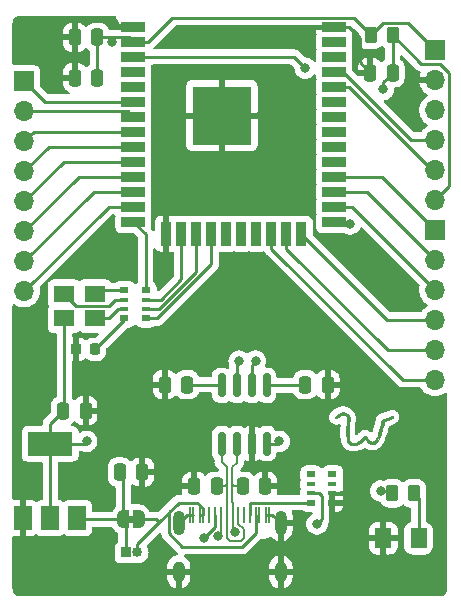
<source format=gbr>
%TF.GenerationSoftware,KiCad,Pcbnew,(5.99.0-9526-g5c17ff0595)*%
%TF.CreationDate,2021-04-11T17:42:09-05:00*%
%TF.ProjectId,DualingDev-ESP32,4475616c-696e-4674-9465-762d45535033,rev?*%
%TF.SameCoordinates,Original*%
%TF.FileFunction,Copper,L1,Top*%
%TF.FilePolarity,Positive*%
%FSLAX46Y46*%
G04 Gerber Fmt 4.6, Leading zero omitted, Abs format (unit mm)*
G04 Created by KiCad (PCBNEW (5.99.0-9526-g5c17ff0595)) date 2021-04-11 17:42:09*
%MOMM*%
%LPD*%
G01*
G04 APERTURE LIST*
G04 Aperture macros list*
%AMRoundRect*
0 Rectangle with rounded corners*
0 $1 Rounding radius*
0 $2 $3 $4 $5 $6 $7 $8 $9 X,Y pos of 4 corners*
0 Add a 4 corners polygon primitive as box body*
4,1,4,$2,$3,$4,$5,$6,$7,$8,$9,$2,$3,0*
0 Add four circle primitives for the rounded corners*
1,1,$1+$1,$2,$3*
1,1,$1+$1,$4,$5*
1,1,$1+$1,$6,$7*
1,1,$1+$1,$8,$9*
0 Add four rect primitives between the rounded corners*
20,1,$1+$1,$2,$3,$4,$5,0*
20,1,$1+$1,$4,$5,$6,$7,0*
20,1,$1+$1,$6,$7,$8,$9,0*
20,1,$1+$1,$8,$9,$2,$3,0*%
%AMFreePoly0*
4,1,22,0.500000,-0.750000,0.000000,-0.750000,0.000000,-0.745033,-0.079941,-0.743568,-0.215256,-0.701293,-0.333266,-0.622738,-0.424486,-0.514219,-0.481581,-0.384460,-0.499164,-0.250000,-0.500000,-0.250000,-0.500000,0.250000,-0.499164,0.250000,-0.499963,0.256109,-0.478152,0.396186,-0.417904,0.524511,-0.324060,0.630769,-0.204165,0.706417,-0.067858,0.745374,0.000000,0.744959,0.000000,0.750000,
0.500000,0.750000,0.500000,-0.750000,0.500000,-0.750000,$1*%
%AMFreePoly1*
4,1,20,0.000000,0.744959,0.073905,0.744508,0.209726,0.703889,0.328688,0.626782,0.421226,0.519385,0.479903,0.390333,0.500000,0.250000,0.500000,-0.250000,0.499851,-0.262216,0.476331,-0.402017,0.414519,-0.529596,0.319384,-0.634700,0.198574,-0.708877,0.061801,-0.746166,0.000000,-0.745033,0.000000,-0.750000,-0.500000,-0.750000,-0.500000,0.750000,0.000000,0.750000,0.000000,0.744959,
0.000000,0.744959,$1*%
G04 Aperture macros list end*
%TA.AperFunction,EtchedComponent*%
%ADD10C,0.010000*%
%TD*%
%TA.AperFunction,ComponentPad*%
%ADD11R,1.700000X1.700000*%
%TD*%
%TA.AperFunction,ComponentPad*%
%ADD12O,1.700000X1.700000*%
%TD*%
%TA.AperFunction,SMDPad,CuDef*%
%ADD13RoundRect,0.250000X-0.250000X-0.475000X0.250000X-0.475000X0.250000X0.475000X-0.250000X0.475000X0*%
%TD*%
%TA.AperFunction,SMDPad,CuDef*%
%ADD14RoundRect,0.250000X-0.262500X-0.450000X0.262500X-0.450000X0.262500X0.450000X-0.262500X0.450000X0*%
%TD*%
%TA.AperFunction,ComponentPad*%
%ADD15R,0.850000X0.850000*%
%TD*%
%TA.AperFunction,ComponentPad*%
%ADD16O,0.850000X0.850000*%
%TD*%
%TA.AperFunction,SMDPad,CuDef*%
%ADD17RoundRect,0.250001X-0.462499X-0.624999X0.462499X-0.624999X0.462499X0.624999X-0.462499X0.624999X0*%
%TD*%
%TA.AperFunction,SMDPad,CuDef*%
%ADD18R,0.800000X0.500000*%
%TD*%
%TA.AperFunction,SMDPad,CuDef*%
%ADD19R,0.800000X0.400000*%
%TD*%
%TA.AperFunction,SMDPad,CuDef*%
%ADD20RoundRect,0.250000X0.250000X0.475000X-0.250000X0.475000X-0.250000X-0.475000X0.250000X-0.475000X0*%
%TD*%
%TA.AperFunction,SMDPad,CuDef*%
%ADD21R,1.800000X1.400000*%
%TD*%
%TA.AperFunction,SMDPad,CuDef*%
%ADD22R,0.250000X1.400000*%
%TD*%
%TA.AperFunction,ComponentPad*%
%ADD23O,1.000000X1.800000*%
%TD*%
%TA.AperFunction,ComponentPad*%
%ADD24O,1.000000X2.100000*%
%TD*%
%TA.AperFunction,SMDPad,CuDef*%
%ADD25RoundRect,0.218750X-0.218750X-0.256250X0.218750X-0.256250X0.218750X0.256250X-0.218750X0.256250X0*%
%TD*%
%TA.AperFunction,SMDPad,CuDef*%
%ADD26RoundRect,0.150000X0.150000X-0.825000X0.150000X0.825000X-0.150000X0.825000X-0.150000X-0.825000X0*%
%TD*%
%TA.AperFunction,SMDPad,CuDef*%
%ADD27R,2.000000X0.900000*%
%TD*%
%TA.AperFunction,SMDPad,CuDef*%
%ADD28R,0.900000X2.000000*%
%TD*%
%TA.AperFunction,SMDPad,CuDef*%
%ADD29R,5.000000X5.000000*%
%TD*%
%TA.AperFunction,SMDPad,CuDef*%
%ADD30R,1.500000X2.000000*%
%TD*%
%TA.AperFunction,SMDPad,CuDef*%
%ADD31R,3.800000X2.000000*%
%TD*%
%TA.AperFunction,SMDPad,CuDef*%
%ADD32FreePoly0,180.000000*%
%TD*%
%TA.AperFunction,SMDPad,CuDef*%
%ADD33FreePoly1,180.000000*%
%TD*%
%TA.AperFunction,ViaPad*%
%ADD34C,0.800000*%
%TD*%
%TA.AperFunction,Conductor*%
%ADD35C,0.250000*%
%TD*%
%TA.AperFunction,Conductor*%
%ADD36C,0.200000*%
%TD*%
G04 APERTURE END LIST*
D10*
%TO.C,Ref\u002A\u002A*%
X140769413Y-86979101D02*
X140952476Y-87071441D01*
X140952476Y-87071441D02*
X141088408Y-87205243D01*
X141088408Y-87205243D02*
X141095789Y-87216445D01*
X141095789Y-87216445D02*
X141134296Y-87286560D01*
X141134296Y-87286560D02*
X141155787Y-87361161D01*
X141155787Y-87361161D02*
X141162260Y-87461906D01*
X141162260Y-87461906D02*
X141155713Y-87610454D01*
X141155713Y-87610454D02*
X141144912Y-87749000D01*
X141144912Y-87749000D02*
X141131318Y-87957176D01*
X141131318Y-87957176D02*
X141120127Y-88215106D01*
X141120127Y-88215106D02*
X141112606Y-88487886D01*
X141112606Y-88487886D02*
X141110038Y-88709064D01*
X141110038Y-88709064D02*
X141110779Y-88941042D01*
X141110779Y-88941042D02*
X141115613Y-89105025D01*
X141115613Y-89105025D02*
X141126695Y-89217664D01*
X141126695Y-89217664D02*
X141146180Y-89295610D01*
X141146180Y-89295610D02*
X141176225Y-89355512D01*
X141176225Y-89355512D02*
X141197732Y-89386397D01*
X141197732Y-89386397D02*
X141283602Y-89471274D01*
X141283602Y-89471274D02*
X141397178Y-89511004D01*
X141397178Y-89511004D02*
X141470016Y-89519227D01*
X141470016Y-89519227D02*
X141717890Y-89500096D01*
X141717890Y-89500096D02*
X141945719Y-89402890D01*
X141945719Y-89402890D02*
X142159344Y-89224818D01*
X142159344Y-89224818D02*
X142214224Y-89163825D01*
X142214224Y-89163825D02*
X142318892Y-89050241D01*
X142318892Y-89050241D02*
X142409066Y-88968178D01*
X142409066Y-88968178D02*
X142466141Y-88934453D01*
X142466141Y-88934453D02*
X142468112Y-88934334D01*
X142468112Y-88934334D02*
X142523755Y-88967452D01*
X142523755Y-88967452D02*
X142597182Y-89051096D01*
X142597182Y-89051096D02*
X142629505Y-89098393D01*
X142629505Y-89098393D02*
X142776869Y-89289127D01*
X142776869Y-89289127D02*
X142926913Y-89403226D01*
X142926913Y-89403226D02*
X143074284Y-89439020D01*
X143074284Y-89439020D02*
X143213631Y-89394837D01*
X143213631Y-89394837D02*
X143307971Y-89310223D01*
X143307971Y-89310223D02*
X143388653Y-89201415D01*
X143388653Y-89201415D02*
X143458934Y-89073458D01*
X143458934Y-89073458D02*
X143526082Y-88909221D01*
X143526082Y-88909221D02*
X143597364Y-88691574D01*
X143597364Y-88691574D02*
X143655985Y-88489834D01*
X143655985Y-88489834D02*
X143715450Y-88279010D01*
X143715450Y-88279010D02*
X143777683Y-88059557D01*
X143777683Y-88059557D02*
X143831333Y-87871471D01*
X143831333Y-87871471D02*
X143842246Y-87833442D01*
X143842246Y-87833442D02*
X143921416Y-87558050D01*
X143921416Y-87558050D02*
X144349565Y-87394582D01*
X144349565Y-87394582D02*
X144567567Y-87315972D01*
X144567567Y-87315972D02*
X144715998Y-87273703D01*
X144715998Y-87273703D02*
X144801001Y-87266227D01*
X144801001Y-87266227D02*
X144822145Y-87275545D01*
X144822145Y-87275545D02*
X144852677Y-87334474D01*
X144852677Y-87334474D02*
X144819740Y-87394145D01*
X144819740Y-87394145D02*
X144717286Y-87459634D01*
X144717286Y-87459634D02*
X144539270Y-87536021D01*
X144539270Y-87536021D02*
X144489887Y-87554600D01*
X144489887Y-87554600D02*
X144330263Y-87616840D01*
X144330263Y-87616840D02*
X144199296Y-87673866D01*
X144199296Y-87673866D02*
X144119270Y-87715783D01*
X144119270Y-87715783D02*
X144108527Y-87723933D01*
X144108527Y-87723933D02*
X144080315Y-87780037D01*
X144080315Y-87780037D02*
X144036526Y-87901746D01*
X144036526Y-87901746D02*
X143982553Y-88072637D01*
X143982553Y-88072637D02*
X143923790Y-88276288D01*
X143923790Y-88276288D02*
X143907251Y-88336804D01*
X143907251Y-88336804D02*
X143796737Y-88718610D01*
X143796737Y-88718610D02*
X143690651Y-89023568D01*
X143690651Y-89023568D02*
X143584846Y-89259062D01*
X143584846Y-89259062D02*
X143475173Y-89432475D01*
X143475173Y-89432475D02*
X143357485Y-89551190D01*
X143357485Y-89551190D02*
X143227635Y-89622591D01*
X143227635Y-89622591D02*
X143176069Y-89638398D01*
X143176069Y-89638398D02*
X143002379Y-89641191D01*
X143002379Y-89641191D02*
X142818574Y-89574646D01*
X142818574Y-89574646D02*
X142646259Y-89447924D01*
X142646259Y-89447924D02*
X142592569Y-89390944D01*
X142592569Y-89390944D02*
X142441511Y-89214467D01*
X142441511Y-89214467D02*
X142271542Y-89391355D01*
X142271542Y-89391355D02*
X142087034Y-89557866D01*
X142087034Y-89557866D02*
X141903712Y-89660737D01*
X141903712Y-89660737D02*
X141690918Y-89714778D01*
X141690918Y-89714778D02*
X141576413Y-89727186D01*
X141576413Y-89727186D02*
X141418971Y-89733485D01*
X141418971Y-89733485D02*
X141309906Y-89717957D01*
X141309906Y-89717957D02*
X141214244Y-89673620D01*
X141214244Y-89673620D02*
X141172334Y-89646552D01*
X141172334Y-89646552D02*
X141044087Y-89518677D01*
X141044087Y-89518677D02*
X140952698Y-89331493D01*
X140952698Y-89331493D02*
X140897655Y-89081317D01*
X140897655Y-89081317D02*
X140878449Y-88764461D01*
X140878449Y-88764461D02*
X140894569Y-88377242D01*
X140894569Y-88377242D02*
X140939182Y-87963076D01*
X140939182Y-87963076D02*
X140967945Y-87711873D01*
X140967945Y-87711873D02*
X140975189Y-87528459D01*
X140975189Y-87528459D02*
X140957137Y-87397833D01*
X140957137Y-87397833D02*
X140910009Y-87304997D01*
X140910009Y-87304997D02*
X140830027Y-87234951D01*
X140830027Y-87234951D02*
X140743702Y-87187122D01*
X140743702Y-87187122D02*
X140598658Y-87142101D01*
X140598658Y-87142101D02*
X140460297Y-87160585D01*
X140460297Y-87160585D02*
X140312541Y-87247350D01*
X140312541Y-87247350D02*
X140196579Y-87349650D01*
X140196579Y-87349650D02*
X140101116Y-87435110D01*
X140101116Y-87435110D02*
X140038509Y-87465811D01*
X140038509Y-87465811D02*
X139986292Y-87451090D01*
X139986292Y-87451090D02*
X139973527Y-87442361D01*
X139973527Y-87442361D02*
X139926073Y-87397661D01*
X139926073Y-87397661D02*
X139932352Y-87348669D01*
X139932352Y-87348669D02*
X139970525Y-87289482D01*
X139970525Y-87289482D02*
X140079960Y-87176072D01*
X140079960Y-87176072D02*
X140232501Y-87069287D01*
X140232501Y-87069287D02*
X140397405Y-86986782D01*
X140397405Y-86986782D02*
X140543928Y-86946212D01*
X140543928Y-86946212D02*
X140570974Y-86944667D01*
X140570974Y-86944667D02*
X140769413Y-86979101D01*
X140769413Y-86979101D02*
X140769413Y-86979101D01*
G36*
X140769413Y-86979101D02*
G01*
X140952476Y-87071441D01*
X141088408Y-87205243D01*
X141095789Y-87216445D01*
X141134296Y-87286560D01*
X141155787Y-87361161D01*
X141162260Y-87461906D01*
X141155713Y-87610454D01*
X141144912Y-87749000D01*
X141131318Y-87957176D01*
X141120127Y-88215106D01*
X141112606Y-88487886D01*
X141110038Y-88709064D01*
X141110779Y-88941042D01*
X141115613Y-89105025D01*
X141126695Y-89217664D01*
X141146180Y-89295610D01*
X141176225Y-89355512D01*
X141197732Y-89386397D01*
X141283602Y-89471274D01*
X141397178Y-89511004D01*
X141470016Y-89519227D01*
X141717890Y-89500096D01*
X141945719Y-89402890D01*
X142159344Y-89224818D01*
X142214224Y-89163825D01*
X142318892Y-89050241D01*
X142409066Y-88968178D01*
X142466141Y-88934453D01*
X142468112Y-88934334D01*
X142523755Y-88967452D01*
X142597182Y-89051096D01*
X142629505Y-89098393D01*
X142776869Y-89289127D01*
X142926913Y-89403226D01*
X143074284Y-89439020D01*
X143213631Y-89394837D01*
X143307971Y-89310223D01*
X143388653Y-89201415D01*
X143458934Y-89073458D01*
X143526082Y-88909221D01*
X143597364Y-88691574D01*
X143655985Y-88489834D01*
X143715450Y-88279010D01*
X143777683Y-88059557D01*
X143831333Y-87871471D01*
X143842246Y-87833442D01*
X143921416Y-87558050D01*
X144349565Y-87394582D01*
X144567567Y-87315972D01*
X144715998Y-87273703D01*
X144801001Y-87266227D01*
X144822145Y-87275545D01*
X144852677Y-87334474D01*
X144819740Y-87394145D01*
X144717286Y-87459634D01*
X144539270Y-87536021D01*
X144489887Y-87554600D01*
X144330263Y-87616840D01*
X144199296Y-87673866D01*
X144119270Y-87715783D01*
X144108527Y-87723933D01*
X144080315Y-87780037D01*
X144036526Y-87901746D01*
X143982553Y-88072637D01*
X143923790Y-88276288D01*
X143907251Y-88336804D01*
X143796737Y-88718610D01*
X143690651Y-89023568D01*
X143584846Y-89259062D01*
X143475173Y-89432475D01*
X143357485Y-89551190D01*
X143227635Y-89622591D01*
X143176069Y-89638398D01*
X143002379Y-89641191D01*
X142818574Y-89574646D01*
X142646259Y-89447924D01*
X142592569Y-89390944D01*
X142441511Y-89214467D01*
X142271542Y-89391355D01*
X142087034Y-89557866D01*
X141903712Y-89660737D01*
X141690918Y-89714778D01*
X141576413Y-89727186D01*
X141418971Y-89733485D01*
X141309906Y-89717957D01*
X141214244Y-89673620D01*
X141172334Y-89646552D01*
X141044087Y-89518677D01*
X140952698Y-89331493D01*
X140897655Y-89081317D01*
X140878449Y-88764461D01*
X140894569Y-88377242D01*
X140939182Y-87963076D01*
X140967945Y-87711873D01*
X140975189Y-87528459D01*
X140957137Y-87397833D01*
X140910009Y-87304997D01*
X140830027Y-87234951D01*
X140743702Y-87187122D01*
X140598658Y-87142101D01*
X140460297Y-87160585D01*
X140312541Y-87247350D01*
X140196579Y-87349650D01*
X140101116Y-87435110D01*
X140038509Y-87465811D01*
X139986292Y-87451090D01*
X139973527Y-87442361D01*
X139926073Y-87397661D01*
X139932352Y-87348669D01*
X139970525Y-87289482D01*
X140079960Y-87176072D01*
X140232501Y-87069287D01*
X140397405Y-86986782D01*
X140543928Y-86946212D01*
X140570974Y-86944667D01*
X140769413Y-86979101D01*
G37*
X140769413Y-86979101D02*
X140952476Y-87071441D01*
X141088408Y-87205243D01*
X141095789Y-87216445D01*
X141134296Y-87286560D01*
X141155787Y-87361161D01*
X141162260Y-87461906D01*
X141155713Y-87610454D01*
X141144912Y-87749000D01*
X141131318Y-87957176D01*
X141120127Y-88215106D01*
X141112606Y-88487886D01*
X141110038Y-88709064D01*
X141110779Y-88941042D01*
X141115613Y-89105025D01*
X141126695Y-89217664D01*
X141146180Y-89295610D01*
X141176225Y-89355512D01*
X141197732Y-89386397D01*
X141283602Y-89471274D01*
X141397178Y-89511004D01*
X141470016Y-89519227D01*
X141717890Y-89500096D01*
X141945719Y-89402890D01*
X142159344Y-89224818D01*
X142214224Y-89163825D01*
X142318892Y-89050241D01*
X142409066Y-88968178D01*
X142466141Y-88934453D01*
X142468112Y-88934334D01*
X142523755Y-88967452D01*
X142597182Y-89051096D01*
X142629505Y-89098393D01*
X142776869Y-89289127D01*
X142926913Y-89403226D01*
X143074284Y-89439020D01*
X143213631Y-89394837D01*
X143307971Y-89310223D01*
X143388653Y-89201415D01*
X143458934Y-89073458D01*
X143526082Y-88909221D01*
X143597364Y-88691574D01*
X143655985Y-88489834D01*
X143715450Y-88279010D01*
X143777683Y-88059557D01*
X143831333Y-87871471D01*
X143842246Y-87833442D01*
X143921416Y-87558050D01*
X144349565Y-87394582D01*
X144567567Y-87315972D01*
X144715998Y-87273703D01*
X144801001Y-87266227D01*
X144822145Y-87275545D01*
X144852677Y-87334474D01*
X144819740Y-87394145D01*
X144717286Y-87459634D01*
X144539270Y-87536021D01*
X144489887Y-87554600D01*
X144330263Y-87616840D01*
X144199296Y-87673866D01*
X144119270Y-87715783D01*
X144108527Y-87723933D01*
X144080315Y-87780037D01*
X144036526Y-87901746D01*
X143982553Y-88072637D01*
X143923790Y-88276288D01*
X143907251Y-88336804D01*
X143796737Y-88718610D01*
X143690651Y-89023568D01*
X143584846Y-89259062D01*
X143475173Y-89432475D01*
X143357485Y-89551190D01*
X143227635Y-89622591D01*
X143176069Y-89638398D01*
X143002379Y-89641191D01*
X142818574Y-89574646D01*
X142646259Y-89447924D01*
X142592569Y-89390944D01*
X142441511Y-89214467D01*
X142271542Y-89391355D01*
X142087034Y-89557866D01*
X141903712Y-89660737D01*
X141690918Y-89714778D01*
X141576413Y-89727186D01*
X141418971Y-89733485D01*
X141309906Y-89717957D01*
X141214244Y-89673620D01*
X141172334Y-89646552D01*
X141044087Y-89518677D01*
X140952698Y-89331493D01*
X140897655Y-89081317D01*
X140878449Y-88764461D01*
X140894569Y-88377242D01*
X140939182Y-87963076D01*
X140967945Y-87711873D01*
X140975189Y-87528459D01*
X140957137Y-87397833D01*
X140910009Y-87304997D01*
X140830027Y-87234951D01*
X140743702Y-87187122D01*
X140598658Y-87142101D01*
X140460297Y-87160585D01*
X140312541Y-87247350D01*
X140196579Y-87349650D01*
X140101116Y-87435110D01*
X140038509Y-87465811D01*
X139986292Y-87451090D01*
X139973527Y-87442361D01*
X139926073Y-87397661D01*
X139932352Y-87348669D01*
X139970525Y-87289482D01*
X140079960Y-87176072D01*
X140232501Y-87069287D01*
X140397405Y-86986782D01*
X140543928Y-86946212D01*
X140570974Y-86944667D01*
X140769413Y-86979101D01*
%TO.C,JP1*%
G36*
X122900000Y-96300000D02*
G01*
X122400000Y-96300000D01*
X122400000Y-95700000D01*
X122900000Y-95700000D01*
X122900000Y-96300000D01*
G37*
%TD*%
D11*
%TO.P,J1,1,Pin_1*%
%TO.N,VCC*%
X148400000Y-56250000D03*
D12*
%TO.P,J1,2,Pin_2*%
%TO.N,GND*%
X148400000Y-58790000D03*
%TO.P,J1,3,Pin_3*%
%TO.N,Boot*%
X148400000Y-61330000D03*
%TO.P,J1,4,Pin_4*%
%TO.N,TX*%
X148400000Y-63870000D03*
%TO.P,J1,5,Pin_5*%
%TO.N,RX*%
X148400000Y-66410000D03*
%TO.P,J1,6,Pin_6*%
%TO.N,RTS*%
X148400000Y-68950000D03*
%TD*%
D13*
%TO.P,C9,1*%
%TO.N,GND*%
X117900000Y-55200000D03*
%TO.P,C9,2*%
%TO.N,VCC*%
X119800000Y-55200000D03*
%TD*%
D14*
%TO.P,R2,1*%
%TO.N,VCC*%
X142975000Y-55000000D03*
%TO.P,R2,2*%
%TO.N,RTS*%
X144800000Y-55000000D03*
%TD*%
D13*
%TO.P,C7,1*%
%TO.N,GND*%
X142900000Y-58200000D03*
%TO.P,C7,2*%
%TO.N,RTS*%
X144800000Y-58200000D03*
%TD*%
%TO.P,C2,1*%
%TO.N,/D-*%
X132100000Y-93200000D03*
%TO.P,C2,2*%
%TO.N,GND*%
X134000000Y-93200000D03*
%TD*%
D15*
%TO.P,J3,1,Pin_1*%
%TO.N,Net-(C3-Pad1)*%
X122200000Y-98800000D03*
D16*
%TO.P,J3,2,Pin_2*%
%TO.N,VBUS*%
X123200000Y-98800000D03*
%TD*%
D17*
%TO.P,D3,1,K*%
%TO.N,GND*%
X144025000Y-97600000D03*
%TO.P,D3,2,A*%
%TO.N,Net-(D3-Pad2)*%
X147000000Y-97600000D03*
%TD*%
D18*
%TO.P,RN1,1,R1.1*%
%TO.N,GND*%
X139700000Y-94600000D03*
D19*
%TO.P,RN1,2,R2.1*%
X139700000Y-93800000D03*
%TO.P,RN1,3,R3.1*%
%TO.N,unconnected-(RN1-Pad3)*%
X139700000Y-93000000D03*
D18*
%TO.P,RN1,4,R4.1*%
%TO.N,unconnected-(RN1-Pad4)*%
X139700000Y-92200000D03*
%TO.P,RN1,5,R4.2*%
%TO.N,unconnected-(RN1-Pad5)*%
X137900000Y-92200000D03*
D19*
%TO.P,RN1,6,R3.2*%
%TO.N,unconnected-(RN1-Pad6)*%
X137900000Y-93000000D03*
%TO.P,RN1,7,R2.2*%
%TO.N,Net-(P1-PadA5)*%
X137900000Y-93800000D03*
D18*
%TO.P,RN1,8,R1.2*%
%TO.N,Net-(P1-PadB5)*%
X137900000Y-94600000D03*
%TD*%
D13*
%TO.P,C3,1*%
%TO.N,Net-(C3-Pad1)*%
X121700000Y-92000000D03*
%TO.P,C3,2*%
%TO.N,GND*%
X123600000Y-92000000D03*
%TD*%
D11*
%TO.P,J2,1,Pin_1*%
%TO.N,1*%
X113600000Y-58925000D03*
D12*
%TO.P,J2,2,Pin_2*%
%TO.N,2*%
X113600000Y-61465000D03*
%TO.P,J2,3,Pin_3*%
%TO.N,3*%
X113600000Y-64005000D03*
%TO.P,J2,4,Pin_4*%
%TO.N,4*%
X113600000Y-66545000D03*
%TO.P,J2,5,Pin_5*%
%TO.N,5*%
X113600000Y-69085000D03*
%TO.P,J2,6,Pin_6*%
%TO.N,6*%
X113600000Y-71625000D03*
%TO.P,J2,7,Pin_7*%
%TO.N,7*%
X113600000Y-74165000D03*
%TO.P,J2,8,Pin_8*%
%TO.N,8*%
X113600000Y-76705000D03*
%TD*%
D13*
%TO.P,C4,1*%
%TO.N,VCC*%
X116900000Y-86800000D03*
%TO.P,C4,2*%
%TO.N,GND*%
X118800000Y-86800000D03*
%TD*%
%TO.P,C8,1*%
%TO.N,GND*%
X117900000Y-58600000D03*
%TO.P,C8,2*%
%TO.N,VCC*%
X119800000Y-58600000D03*
%TD*%
D20*
%TO.P,C1,1*%
%TO.N,/D+*%
X129900000Y-93200000D03*
%TO.P,C1,2*%
%TO.N,GND*%
X128000000Y-93200000D03*
%TD*%
D21*
%TO.P,D1,1,BK*%
%TO.N,Net-(D1-Pad1)*%
X119600000Y-76900000D03*
%TO.P,D1,2,GK*%
%TO.N,Net-(D1-Pad2)*%
X117000000Y-76900000D03*
%TO.P,D1,3,RK*%
%TO.N,Net-(D1-Pad3)*%
X119600000Y-79000000D03*
%TO.P,D1,4,A*%
%TO.N,VCC*%
X117000000Y-79000000D03*
%TD*%
D14*
%TO.P,R1,1*%
%TO.N,VCC*%
X144775000Y-93800000D03*
%TO.P,R1,2*%
%TO.N,Net-(D3-Pad2)*%
X146600000Y-93800000D03*
%TD*%
D11*
%TO.P,J4,1,Pin_1*%
%TO.N,A*%
X148400000Y-71490000D03*
D12*
%TO.P,J4,2,Pin_2*%
%TO.N,B*%
X148400000Y-74030000D03*
%TO.P,J4,3,Pin_3*%
%TO.N,C*%
X148400000Y-76570000D03*
%TO.P,J4,4,Pin_4*%
%TO.N,D*%
X148400000Y-79110000D03*
%TO.P,J4,5,Pin_5*%
%TO.N,E*%
X148400000Y-81650000D03*
%TO.P,J4,6,Pin_6*%
%TO.N,F*%
X148400000Y-84190000D03*
%TD*%
D22*
%TO.P,P1,A1,GND*%
%TO.N,GND*%
X127675000Y-95612500D03*
%TO.P,P1,A4,VBUS*%
%TO.N,VBUS*%
X128475000Y-95612500D03*
%TO.P,P1,A5,CC*%
%TO.N,Net-(P1-PadA5)*%
X129750000Y-95612500D03*
%TO.P,P1,A6,D+*%
%TO.N,/D+*%
X130750000Y-95612500D03*
%TO.P,P1,A7,D-*%
%TO.N,/D-*%
X131250000Y-95612500D03*
%TO.P,P1,A8,SBU1*%
%TO.N,unconnected-(P1-PadA8)*%
X129250000Y-95612500D03*
%TO.P,P1,A9,VBUS*%
%TO.N,VBUS*%
X133525000Y-95612500D03*
%TO.P,P1,A12,GND*%
%TO.N,GND*%
X134325000Y-95612500D03*
%TO.P,P1,B1,GND*%
X134075000Y-95612500D03*
%TO.P,P1,B4,VBUS*%
%TO.N,VBUS*%
X133275000Y-95612500D03*
%TO.P,P1,B5,VCONN*%
%TO.N,Net-(P1-PadB5)*%
X132750000Y-95612500D03*
%TO.P,P1,B6,D+*%
%TO.N,/D+*%
X131750000Y-95612500D03*
%TO.P,P1,B7,D-*%
%TO.N,/D-*%
X130250000Y-95612500D03*
%TO.P,P1,B8,SBU2*%
%TO.N,unconnected-(P1-PadB8)*%
X132250000Y-95612500D03*
%TO.P,P1,B9,VBUS*%
%TO.N,VBUS*%
X128725000Y-95612500D03*
%TO.P,P1,B12,GND*%
%TO.N,GND*%
X127925000Y-95612500D03*
D23*
%TO.P,P1,S1,SHIELD*%
X135320000Y-100462500D03*
D24*
X126680000Y-96312500D03*
D23*
X126680000Y-100462500D03*
D24*
X135320000Y-96312500D03*
%TD*%
D25*
%TO.P,D2,1,K*%
%TO.N,GND*%
X118025000Y-81600000D03*
%TO.P,D2,2,A*%
%TO.N,Net-(D2-Pad2)*%
X119600000Y-81600000D03*
%TD*%
D18*
%TO.P,RN2,1,R1.1*%
%TO.N,Attention*%
X123900000Y-79000000D03*
D19*
%TO.P,RN2,2,R2.1*%
%TO.N,Red*%
X123900000Y-78200000D03*
%TO.P,RN2,3,R3.1*%
%TO.N,Green*%
X123900000Y-77400000D03*
D18*
%TO.P,RN2,4,R4.1*%
%TO.N,Blue*%
X123900000Y-76600000D03*
%TO.P,RN2,5,R4.2*%
%TO.N,Net-(D1-Pad1)*%
X122100000Y-76600000D03*
D19*
%TO.P,RN2,6,R3.2*%
%TO.N,Net-(D1-Pad2)*%
X122100000Y-77400000D03*
%TO.P,RN2,7,R2.2*%
%TO.N,Net-(D1-Pad3)*%
X122100000Y-78200000D03*
D18*
%TO.P,RN2,8,R1.2*%
%TO.N,Net-(D2-Pad2)*%
X122100000Y-79000000D03*
%TD*%
D26*
%TO.P,U2,1,UD+*%
%TO.N,/D+*%
X130330000Y-89600000D03*
%TO.P,U2,2,UD-*%
%TO.N,/D-*%
X131600000Y-89600000D03*
%TO.P,U2,3,GND*%
%TO.N,GND*%
X132870000Y-89600000D03*
%TO.P,U2,4,~RTS*%
%TO.N,RTS*%
X134140000Y-89600000D03*
%TO.P,U2,5,VCC*%
%TO.N,Net-(C6-Pad2)*%
X134140000Y-84650000D03*
%TO.P,U2,6,TXD*%
%TO.N,RX*%
X132870000Y-84650000D03*
%TO.P,U2,7,RXD*%
%TO.N,TX*%
X131600000Y-84650000D03*
%TO.P,U2,8,V3*%
%TO.N,Net-(C5-Pad2)*%
X130330000Y-84650000D03*
%TD*%
D20*
%TO.P,C6,1*%
%TO.N,GND*%
X139300000Y-84600000D03*
%TO.P,C6,2*%
%TO.N,Net-(C6-Pad2)*%
X137400000Y-84600000D03*
%TD*%
D27*
%TO.P,U3,1,GND*%
%TO.N,GND*%
X122850000Y-54315000D03*
%TO.P,U3,2,VDD*%
%TO.N,VCC*%
X122850000Y-55585000D03*
%TO.P,U3,3,EN*%
%TO.N,RTS*%
X122850000Y-56855000D03*
%TO.P,U3,4,SENSOR_VP*%
%TO.N,unconnected-(U3-Pad4)*%
X122850000Y-58125000D03*
%TO.P,U3,5,SENSOR_VN*%
%TO.N,unconnected-(U3-Pad5)*%
X122850000Y-59395000D03*
%TO.P,U3,6,IO34*%
%TO.N,1*%
X122850000Y-60665000D03*
%TO.P,U3,7,IO35*%
%TO.N,2*%
X122850000Y-61935000D03*
%TO.P,U3,8,IO32*%
%TO.N,3*%
X122850000Y-63205000D03*
%TO.P,U3,9,IO33*%
%TO.N,4*%
X122850000Y-64475000D03*
%TO.P,U3,10,IO25*%
%TO.N,5*%
X122850000Y-65745000D03*
%TO.P,U3,11,IO26*%
%TO.N,6*%
X122850000Y-67015000D03*
%TO.P,U3,12,IO27*%
%TO.N,7*%
X122850000Y-68285000D03*
%TO.P,U3,13,IO14*%
%TO.N,8*%
X122850000Y-69555000D03*
%TO.P,U3,14,IO12*%
%TO.N,Blue*%
X122850000Y-70825000D03*
D28*
%TO.P,U3,15,GND*%
%TO.N,GND*%
X125635000Y-71825000D03*
%TO.P,U3,16,IO13*%
%TO.N,Green*%
X126905000Y-71825000D03*
%TO.P,U3,17,SHD/SD2*%
%TO.N,Red*%
X128175000Y-71825000D03*
%TO.P,U3,18,SWP/SD3*%
%TO.N,Attention*%
X129445000Y-71825000D03*
%TO.P,U3,19,SCS/CMD*%
%TO.N,unconnected-(U3-Pad19)*%
X130715000Y-71825000D03*
%TO.P,U3,20,SCK/CLK*%
%TO.N,unconnected-(U3-Pad20)*%
X131985000Y-71825000D03*
%TO.P,U3,21,SDO/SD0*%
%TO.N,unconnected-(U3-Pad21)*%
X133255000Y-71825000D03*
%TO.P,U3,22,SDI/SD1*%
%TO.N,F*%
X134525000Y-71825000D03*
%TO.P,U3,23,IO15*%
%TO.N,E*%
X135795000Y-71825000D03*
%TO.P,U3,24,IO2*%
%TO.N,D*%
X137065000Y-71825000D03*
D27*
%TO.P,U3,25,IO0*%
%TO.N,Boot*%
X139850000Y-70825000D03*
%TO.P,U3,26,IO4*%
%TO.N,C*%
X139850000Y-69555000D03*
%TO.P,U3,27,IO16*%
%TO.N,B*%
X139850000Y-68285000D03*
%TO.P,U3,28,IO17*%
%TO.N,A*%
X139850000Y-67015000D03*
%TO.P,U3,29,IO5*%
%TO.N,unconnected-(U3-Pad29)*%
X139850000Y-65745000D03*
%TO.P,U3,30,IO18*%
%TO.N,unconnected-(U3-Pad30)*%
X139850000Y-64475000D03*
%TO.P,U3,31,IO19*%
%TO.N,/SDB*%
X139850000Y-63205000D03*
%TO.P,U3,32,NC*%
%TO.N,unconnected-(U3-Pad32)*%
X139850000Y-61935000D03*
%TO.P,U3,33,IO21*%
%TO.N,/SDA*%
X139850000Y-60665000D03*
%TO.P,U3,34,RXD0/IO3*%
%TO.N,RX*%
X139850000Y-59395000D03*
%TO.P,U3,35,TXD0/IO1*%
%TO.N,TX*%
X139850000Y-58125000D03*
%TO.P,U3,36,IO22*%
%TO.N,/SCL*%
X139850000Y-56855000D03*
%TO.P,U3,37,IO23*%
%TO.N,unconnected-(U3-Pad37)*%
X139850000Y-55585000D03*
%TO.P,U3,38,GND*%
%TO.N,GND*%
X139850000Y-54315000D03*
D29*
%TO.P,U3,39,GND*%
X130350000Y-61815000D03*
%TD*%
D30*
%TO.P,U1,1,GND*%
%TO.N,GND*%
X113500000Y-95900000D03*
D31*
%TO.P,U1,2,VO*%
%TO.N,VCC*%
X115800000Y-89600000D03*
D30*
X115800000Y-95900000D03*
%TO.P,U1,3,VI*%
%TO.N,Net-(C3-Pad1)*%
X118100000Y-95900000D03*
%TD*%
D32*
%TO.P,JP1,1,1*%
%TO.N,VBUS*%
X123300000Y-96000000D03*
D33*
%TO.P,JP1,2,2*%
%TO.N,Net-(C3-Pad1)*%
X122000000Y-96000000D03*
%TD*%
D13*
%TO.P,C5,1*%
%TO.N,GND*%
X125500000Y-84600000D03*
%TO.P,C5,2*%
%TO.N,Net-(C5-Pad2)*%
X127400000Y-84600000D03*
%TD*%
D34*
%TO.N,GND*%
X122000000Y-73600000D03*
X125400000Y-74000000D03*
X142000000Y-56800000D03*
X145800000Y-60000000D03*
X121200000Y-54000000D03*
%TO.N,/D-*%
X131450000Y-97100000D03*
X130050000Y-97400000D03*
%TO.N,VCC*%
X143800000Y-93600000D03*
X121000000Y-55600000D03*
X118900000Y-89400000D03*
%TO.N,RTS*%
X137400000Y-57800000D03*
X144000000Y-59600000D03*
X135200000Y-89400000D03*
%TO.N,RX*%
X133200000Y-82600000D03*
%TO.N,TX*%
X131800000Y-82600000D03*
%TO.N,Boot*%
X141200000Y-71000000D03*
%TO.N,Net-(P1-PadA5)*%
X138400000Y-96400000D03*
X128800000Y-97600000D03*
%TD*%
D35*
%TO.N,VCC*%
X117000000Y-79000000D02*
X117000000Y-86700000D01*
X117000000Y-86700000D02*
X116900000Y-86800000D01*
%TO.N,GND*%
X125635000Y-73765000D02*
X125400000Y-74000000D01*
X125635000Y-71825000D02*
X125635000Y-73765000D01*
X121515000Y-54315000D02*
X121200000Y-54000000D01*
X127925000Y-95612500D02*
X127380000Y-95612500D01*
X122850000Y-54315000D02*
X121515000Y-54315000D01*
X141100000Y-54315000D02*
X142000000Y-55215000D01*
X134075000Y-95612500D02*
X134620000Y-95612500D01*
X127380000Y-95612500D02*
X126680000Y-96312500D01*
X142000000Y-55215000D02*
X142000000Y-56800000D01*
X142000000Y-57300000D02*
X142900000Y-58200000D01*
X148400000Y-58790000D02*
X147010000Y-58790000D01*
X134620000Y-95612500D02*
X135320000Y-96312500D01*
X139850000Y-54315000D02*
X141100000Y-54315000D01*
X147010000Y-58790000D02*
X145800000Y-60000000D01*
X142000000Y-56800000D02*
X142000000Y-57300000D01*
D36*
%TO.N,/D+*%
X130775000Y-93025000D02*
X130775000Y-91600000D01*
X131750000Y-96363983D02*
X132200000Y-96813983D01*
X130750000Y-97550000D02*
X131000000Y-97800000D01*
X130775000Y-91600000D02*
X130330000Y-91155000D01*
X131000000Y-97800000D02*
X132000000Y-97800000D01*
X130330000Y-91155000D02*
X130330000Y-89600000D01*
X131750000Y-95612500D02*
X131750000Y-96363983D01*
X132000000Y-97800000D02*
X132200000Y-97600000D01*
X130600000Y-93200000D02*
X130775000Y-93025000D01*
X130775000Y-94537499D02*
X130775000Y-93025000D01*
X130750000Y-95612500D02*
X130750000Y-94562499D01*
X129900000Y-93200000D02*
X130600000Y-93200000D01*
X132200000Y-96813983D02*
X132200000Y-97600000D01*
X130750000Y-95612500D02*
X130750000Y-97550000D01*
X130750000Y-94562499D02*
X130775000Y-94537499D01*
%TO.N,/D-*%
X132100000Y-93200000D02*
X131400000Y-93200000D01*
X131450000Y-97100000D02*
X131250000Y-96900000D01*
X131600000Y-89600000D02*
X131600000Y-91225000D01*
X130250000Y-97200000D02*
X130250000Y-95612500D01*
X131250000Y-94562499D02*
X131225000Y-94537499D01*
X131600000Y-91225000D02*
X131225000Y-91600000D01*
X131400000Y-93200000D02*
X131225000Y-93025000D01*
X131250000Y-96900000D02*
X131250000Y-95612500D01*
X130050000Y-97400000D02*
X130250000Y-97200000D01*
X131225000Y-93025000D02*
X131225000Y-91600000D01*
X131225000Y-94537499D02*
X131225000Y-93025000D01*
X131250000Y-95612500D02*
X131250000Y-94562499D01*
D35*
%TO.N,Net-(C3-Pad1)*%
X122000000Y-96000000D02*
X122000000Y-92300000D01*
X122200000Y-96200000D02*
X122000000Y-96000000D01*
X122000000Y-92300000D02*
X121700000Y-92000000D01*
X118200000Y-96000000D02*
X118100000Y-95900000D01*
X122000000Y-96000000D02*
X118200000Y-96000000D01*
X122200000Y-98800000D02*
X122200000Y-96200000D01*
%TO.N,VCC*%
X143800000Y-93600000D02*
X144575000Y-93600000D01*
X121200000Y-55200000D02*
X122465000Y-55200000D01*
X142975000Y-55000000D02*
X144000020Y-53974980D01*
X119800000Y-55200000D02*
X121200000Y-55200000D01*
X141514989Y-53539989D02*
X142975000Y-55000000D01*
X146124980Y-53974980D02*
X148400000Y-56250000D01*
X122465000Y-55200000D02*
X122850000Y-55585000D01*
X115800000Y-95900000D02*
X115800000Y-89600000D01*
X115800000Y-89600000D02*
X115800000Y-87900000D01*
X144000020Y-53974980D02*
X146124980Y-53974980D01*
X122850000Y-55585000D02*
X124100000Y-55585000D01*
X121200000Y-55400000D02*
X121200000Y-55200000D01*
X144575000Y-93600000D02*
X144775000Y-93800000D01*
X115800000Y-89600000D02*
X118700000Y-89600000D01*
X124100000Y-55585000D02*
X126145011Y-53539989D01*
X115800000Y-87900000D02*
X116900000Y-86800000D01*
X121000000Y-55600000D02*
X121200000Y-55400000D01*
X119800000Y-58600000D02*
X119800000Y-55200000D01*
X126145011Y-53539989D02*
X141514989Y-53539989D01*
X118700000Y-89600000D02*
X118900000Y-89400000D01*
%TO.N,Net-(C5-Pad2)*%
X130280000Y-84600000D02*
X130330000Y-84650000D01*
X127400000Y-84600000D02*
X130280000Y-84600000D01*
%TO.N,Net-(C6-Pad2)*%
X134140000Y-84650000D02*
X137350000Y-84650000D01*
X137350000Y-84650000D02*
X137400000Y-84600000D01*
%TO.N,RTS*%
X148825011Y-57425011D02*
X147225011Y-57425011D01*
X134140000Y-89600000D02*
X135000000Y-89600000D01*
X149575011Y-67774989D02*
X149575011Y-58175011D01*
X147225011Y-57425011D02*
X144800000Y-55000000D01*
X144800000Y-58200000D02*
X144800000Y-55000000D01*
X144000000Y-59600000D02*
X144000000Y-59000000D01*
X149575011Y-58175011D02*
X148825011Y-57425011D01*
X136455000Y-56855000D02*
X137400000Y-57800000D01*
X135000000Y-89600000D02*
X135200000Y-89400000D01*
X148400000Y-68950000D02*
X149575011Y-67774989D01*
X122850000Y-56855000D02*
X136455000Y-56855000D01*
X144000000Y-59000000D02*
X144800000Y-58200000D01*
%TO.N,Net-(D1-Pad3)*%
X121550000Y-78200000D02*
X122100000Y-78200000D01*
X120750000Y-79000000D02*
X121550000Y-78200000D01*
X119600000Y-79000000D02*
X120750000Y-79000000D01*
%TO.N,Net-(D1-Pad2)*%
X121285020Y-77400000D02*
X120760009Y-77925011D01*
X122100000Y-77400000D02*
X121285020Y-77400000D01*
X120760009Y-77925011D02*
X118025011Y-77925011D01*
X118025011Y-77925011D02*
X117000000Y-76900000D01*
%TO.N,Net-(D1-Pad1)*%
X122100000Y-76600000D02*
X119900000Y-76600000D01*
X119900000Y-76600000D02*
X119600000Y-76900000D01*
%TO.N,Net-(D2-Pad2)*%
X122100000Y-79100000D02*
X119600000Y-81600000D01*
X122100000Y-79000000D02*
X122100000Y-79100000D01*
%TO.N,Net-(D3-Pad2)*%
X147000000Y-94200000D02*
X146600000Y-93800000D01*
X147000000Y-97600000D02*
X147000000Y-94200000D01*
%TO.N,RX*%
X141100000Y-59395000D02*
X139850000Y-59395000D01*
X148115000Y-66410000D02*
X141100000Y-59395000D01*
X148400000Y-66410000D02*
X148115000Y-66410000D01*
X132870000Y-82930000D02*
X133200000Y-82600000D01*
X132870000Y-84650000D02*
X132870000Y-82930000D01*
%TO.N,TX*%
X148400000Y-63870000D02*
X146360020Y-63870000D01*
X146360020Y-63870000D02*
X140615020Y-58125000D01*
X131600000Y-82800000D02*
X131800000Y-82600000D01*
X140615020Y-58125000D02*
X139850000Y-58125000D01*
X131600000Y-84650000D02*
X131600000Y-82800000D01*
%TO.N,Boot*%
X141025000Y-70825000D02*
X141200000Y-71000000D01*
X139850000Y-70825000D02*
X141025000Y-70825000D01*
%TO.N,F*%
X134525000Y-73075000D02*
X134525000Y-71825000D01*
X148400000Y-84190000D02*
X145640000Y-84190000D01*
X145640000Y-84190000D02*
X134525000Y-73075000D01*
%TO.N,E*%
X135795000Y-73075000D02*
X135795000Y-71825000D01*
X144370000Y-81650000D02*
X135795000Y-73075000D01*
X148400000Y-81650000D02*
X144370000Y-81650000D01*
%TO.N,D*%
X144350000Y-79110000D02*
X137065000Y-71825000D01*
X148400000Y-79110000D02*
X144350000Y-79110000D01*
%TO.N,C*%
X148400000Y-76570000D02*
X141385000Y-69555000D01*
X141385000Y-69555000D02*
X139850000Y-69555000D01*
%TO.N,B*%
X142655000Y-68285000D02*
X139850000Y-68285000D01*
X148400000Y-74030000D02*
X142655000Y-68285000D01*
%TO.N,A*%
X143925000Y-67015000D02*
X139850000Y-67015000D01*
X148400000Y-71490000D02*
X143925000Y-67015000D01*
%TO.N,VBUS*%
X126688257Y-94587489D02*
X125854980Y-95420766D01*
X128725000Y-95612500D02*
X128475000Y-95612500D01*
X125037873Y-96237873D02*
X124800000Y-96000000D01*
X126975757Y-98325011D02*
X132076059Y-98325011D01*
X132076059Y-98325011D02*
X133275000Y-97126070D01*
X125037873Y-96237873D02*
X123200000Y-98075746D01*
X125854980Y-95420766D02*
X125854980Y-97204234D01*
X123200000Y-98075746D02*
X123200000Y-98800000D01*
X128725000Y-95612500D02*
X128725000Y-95037500D01*
X126688257Y-94587489D02*
X125037873Y-96237873D01*
X125854980Y-97204234D02*
X126975757Y-98325011D01*
X133275000Y-97126070D02*
X133275000Y-95612500D01*
X128725000Y-95037500D02*
X128274989Y-94587489D01*
X128274989Y-94587489D02*
X126688257Y-94587489D01*
X124800000Y-96000000D02*
X123300000Y-96000000D01*
%TO.N,Net-(RN1-Pad8)*%
X137887489Y-94587489D02*
X137900000Y-94600000D01*
X132750000Y-95612500D02*
X132750000Y-94662500D01*
X132750000Y-94662500D02*
X132825011Y-94587489D01*
X132825011Y-94587489D02*
X137887489Y-94587489D01*
%TO.N,Net-(P1-PadA5)*%
X138800000Y-96000000D02*
X138400000Y-96400000D01*
X128800000Y-97600000D02*
X129750000Y-96650000D01*
X129750000Y-96650000D02*
X129750000Y-95612500D01*
X138800000Y-94050000D02*
X138800000Y-96000000D01*
X137900000Y-93800000D02*
X138550000Y-93800000D01*
X138550000Y-93800000D02*
X138800000Y-94050000D01*
%TO.N,Blue*%
X123900000Y-71875000D02*
X122850000Y-70825000D01*
X123900000Y-76600000D02*
X123900000Y-71875000D01*
%TO.N,Red*%
X128175000Y-75061424D02*
X128175000Y-71825000D01*
X123900000Y-78200000D02*
X125036424Y-78200000D01*
X125036424Y-78200000D02*
X128175000Y-75061424D01*
%TO.N,Green*%
X126905000Y-71825000D02*
X126905000Y-75695000D01*
X126905000Y-75695000D02*
X125200000Y-77400000D01*
X125200000Y-77400000D02*
X123900000Y-77400000D01*
%TO.N,Attention*%
X124872848Y-79000000D02*
X129445000Y-74427848D01*
X123900000Y-79000000D02*
X124872848Y-79000000D01*
X129445000Y-74427848D02*
X129445000Y-71825000D01*
%TO.N,8*%
X120750000Y-69555000D02*
X122850000Y-69555000D01*
X113600000Y-76705000D02*
X120750000Y-69555000D01*
%TO.N,7*%
X122850000Y-68285000D02*
X119480000Y-68285000D01*
X119480000Y-68285000D02*
X113600000Y-74165000D01*
%TO.N,6*%
X118210000Y-67015000D02*
X113600000Y-71625000D01*
X122850000Y-67015000D02*
X118210000Y-67015000D01*
%TO.N,5*%
X116940000Y-65745000D02*
X113600000Y-69085000D01*
X122850000Y-65745000D02*
X116940000Y-65745000D01*
%TO.N,4*%
X122850000Y-64475000D02*
X115670000Y-64475000D01*
X115670000Y-64475000D02*
X113600000Y-66545000D01*
%TO.N,3*%
X114400000Y-63205000D02*
X113600000Y-64005000D01*
X122850000Y-63205000D02*
X114400000Y-63205000D01*
%TO.N,2*%
X122380000Y-61465000D02*
X122850000Y-61935000D01*
X113600000Y-61465000D02*
X122380000Y-61465000D01*
%TO.N,1*%
X122850000Y-60665000D02*
X115340000Y-60665000D01*
X115340000Y-60665000D02*
X113600000Y-58925000D01*
%TD*%
%TA.AperFunction,Conductor*%
%TO.N,GND*%
G36*
X121286023Y-70208502D02*
G01*
X121332516Y-70262158D01*
X121342620Y-70332430D01*
X121341910Y-70337371D01*
X121336500Y-70375000D01*
X121336500Y-71275000D01*
X121341727Y-71348079D01*
X121362598Y-71419160D01*
X121378132Y-71472063D01*
X121382904Y-71488316D01*
X121387775Y-71495895D01*
X121457051Y-71603691D01*
X121457053Y-71603694D01*
X121461923Y-71611271D01*
X121468733Y-71617172D01*
X121565569Y-71701082D01*
X121565572Y-71701084D01*
X121572381Y-71706984D01*
X121580579Y-71710728D01*
X121613922Y-71725955D01*
X121705330Y-71767700D01*
X121714245Y-71768982D01*
X121714246Y-71768982D01*
X121845552Y-71787861D01*
X121845559Y-71787862D01*
X121850000Y-71788500D01*
X122865406Y-71788500D01*
X122933527Y-71808502D01*
X122954501Y-71825405D01*
X123229595Y-72100499D01*
X123263621Y-72162811D01*
X123266500Y-72189594D01*
X123266500Y-75827075D01*
X123246498Y-75895196D01*
X123208620Y-75933073D01*
X123171312Y-75957049D01*
X123171309Y-75957052D01*
X123163729Y-75961923D01*
X123157827Y-75968734D01*
X123157825Y-75968736D01*
X123096568Y-76039430D01*
X123036842Y-76077814D01*
X122965846Y-76077814D01*
X122906120Y-76039430D01*
X122895348Y-76025042D01*
X122892950Y-76021311D01*
X122892948Y-76021309D01*
X122888077Y-76013729D01*
X122836153Y-75968736D01*
X122784431Y-75923918D01*
X122784428Y-75923916D01*
X122777619Y-75918016D01*
X122733499Y-75897867D01*
X122652864Y-75861042D01*
X122652863Y-75861042D01*
X122644670Y-75857300D01*
X122635755Y-75856018D01*
X122635754Y-75856018D01*
X122504448Y-75837139D01*
X122504441Y-75837138D01*
X122500000Y-75836500D01*
X121700000Y-75836500D01*
X121626921Y-75841727D01*
X121573884Y-75857300D01*
X121495330Y-75880365D01*
X121495328Y-75880366D01*
X121486684Y-75882904D01*
X121408621Y-75933073D01*
X121387731Y-75946498D01*
X121319610Y-75966500D01*
X121022925Y-75966500D01*
X120954804Y-75946498D01*
X120916927Y-75908620D01*
X120892951Y-75871312D01*
X120892948Y-75871309D01*
X120888077Y-75863729D01*
X120864883Y-75843631D01*
X120784431Y-75773918D01*
X120784428Y-75773916D01*
X120777619Y-75768016D01*
X120644670Y-75707300D01*
X120635755Y-75706018D01*
X120635754Y-75706018D01*
X120504448Y-75687139D01*
X120504441Y-75687138D01*
X120500000Y-75686500D01*
X118700000Y-75686500D01*
X118626921Y-75691727D01*
X118573884Y-75707300D01*
X118495330Y-75730365D01*
X118495328Y-75730366D01*
X118486684Y-75732904D01*
X118479106Y-75737774D01*
X118479104Y-75737775D01*
X118365314Y-75810904D01*
X118297193Y-75830906D01*
X118229072Y-75810904D01*
X118214680Y-75800130D01*
X118184430Y-75773918D01*
X118177619Y-75768016D01*
X118044670Y-75707300D01*
X118035755Y-75706018D01*
X118035754Y-75706018D01*
X117904448Y-75687139D01*
X117904441Y-75687138D01*
X117900000Y-75686500D01*
X116100000Y-75686500D01*
X116026921Y-75691727D01*
X115973884Y-75707300D01*
X115895330Y-75730365D01*
X115895328Y-75730366D01*
X115886684Y-75732904D01*
X115848528Y-75757426D01*
X115771309Y-75807051D01*
X115771306Y-75807053D01*
X115763729Y-75811923D01*
X115757828Y-75818733D01*
X115673918Y-75915569D01*
X115673916Y-75915572D01*
X115668016Y-75922381D01*
X115664272Y-75930579D01*
X115628994Y-76007828D01*
X115607300Y-76055330D01*
X115606018Y-76064245D01*
X115606018Y-76064246D01*
X115587139Y-76195552D01*
X115587138Y-76195559D01*
X115586500Y-76200000D01*
X115586500Y-77600000D01*
X115591727Y-77673079D01*
X115593631Y-77679562D01*
X115627125Y-77793633D01*
X115632904Y-77813316D01*
X115637776Y-77820897D01*
X115674622Y-77878230D01*
X115694625Y-77946351D01*
X115674622Y-78014474D01*
X115673917Y-78015571D01*
X115668016Y-78022381D01*
X115607300Y-78155330D01*
X115606018Y-78164245D01*
X115606018Y-78164246D01*
X115587139Y-78295552D01*
X115587138Y-78295559D01*
X115586500Y-78300000D01*
X115586500Y-79700000D01*
X115591727Y-79773079D01*
X115632904Y-79913316D01*
X115637775Y-79920895D01*
X115707051Y-80028691D01*
X115707053Y-80028694D01*
X115711923Y-80036271D01*
X115718733Y-80042172D01*
X115815569Y-80126082D01*
X115815572Y-80126084D01*
X115822381Y-80131984D01*
X115955330Y-80192700D01*
X115964245Y-80193982D01*
X115964246Y-80193982D01*
X116095552Y-80212861D01*
X116095559Y-80212862D01*
X116100000Y-80213500D01*
X116240500Y-80213500D01*
X116308621Y-80233502D01*
X116355114Y-80287158D01*
X116366500Y-80339500D01*
X116366500Y-85536215D01*
X116346498Y-85604336D01*
X116306690Y-85640107D01*
X116308136Y-85642313D01*
X116191050Y-85719078D01*
X116160253Y-85739269D01*
X116038642Y-85867645D01*
X115949825Y-86020555D01*
X115898567Y-86189796D01*
X115891500Y-86268978D01*
X115891500Y-86860406D01*
X115871498Y-86928527D01*
X115854595Y-86949501D01*
X115407487Y-87396609D01*
X115399399Y-87403969D01*
X115393005Y-87408027D01*
X115387580Y-87413804D01*
X115347131Y-87456878D01*
X115344376Y-87459720D01*
X115324062Y-87480034D01*
X115321417Y-87483445D01*
X115313713Y-87492465D01*
X115283443Y-87524699D01*
X115279626Y-87531643D01*
X115279624Y-87531645D01*
X115273682Y-87542453D01*
X115262828Y-87558977D01*
X115250417Y-87574977D01*
X115247270Y-87582248D01*
X115247270Y-87582249D01*
X115232859Y-87615551D01*
X115227638Y-87626207D01*
X115206338Y-87664952D01*
X115204366Y-87672635D01*
X115204365Y-87672636D01*
X115201301Y-87684568D01*
X115194897Y-87703272D01*
X115190001Y-87714585D01*
X115189999Y-87714592D01*
X115186852Y-87721864D01*
X115185613Y-87729688D01*
X115185612Y-87729691D01*
X115179935Y-87765535D01*
X115177528Y-87777156D01*
X115169098Y-87809992D01*
X115166535Y-87819975D01*
X115166500Y-87820531D01*
X115166500Y-87840452D01*
X115164949Y-87860162D01*
X115161816Y-87879944D01*
X115162562Y-87887836D01*
X115165941Y-87923582D01*
X115166500Y-87935440D01*
X115166500Y-87960500D01*
X115146498Y-88028621D01*
X115092842Y-88075114D01*
X115040500Y-88086500D01*
X113900000Y-88086500D01*
X113826921Y-88091727D01*
X113773884Y-88107300D01*
X113695330Y-88130365D01*
X113695328Y-88130366D01*
X113686684Y-88132904D01*
X113664206Y-88147350D01*
X113571309Y-88207051D01*
X113571306Y-88207053D01*
X113563729Y-88211923D01*
X113557828Y-88218733D01*
X113473918Y-88315569D01*
X113473916Y-88315572D01*
X113468016Y-88322381D01*
X113464272Y-88330579D01*
X113411607Y-88445900D01*
X113407300Y-88455330D01*
X113406018Y-88464245D01*
X113406018Y-88464246D01*
X113387139Y-88595552D01*
X113387138Y-88595559D01*
X113386500Y-88600000D01*
X113386500Y-90600000D01*
X113391727Y-90673079D01*
X113393631Y-90679562D01*
X113424436Y-90784475D01*
X113432904Y-90813316D01*
X113442664Y-90828502D01*
X113507051Y-90928691D01*
X113507053Y-90928694D01*
X113511923Y-90936271D01*
X113518733Y-90942172D01*
X113615569Y-91026082D01*
X113615572Y-91026084D01*
X113622381Y-91031984D01*
X113630579Y-91035728D01*
X113734097Y-91083003D01*
X113755330Y-91092700D01*
X113764245Y-91093982D01*
X113764246Y-91093982D01*
X113895552Y-91112861D01*
X113895559Y-91112862D01*
X113900000Y-91113500D01*
X115040500Y-91113500D01*
X115108621Y-91133502D01*
X115155114Y-91187158D01*
X115166500Y-91239500D01*
X115166500Y-94260858D01*
X115146498Y-94328979D01*
X115092842Y-94375472D01*
X115049490Y-94386536D01*
X114976921Y-94391727D01*
X114923884Y-94407300D01*
X114845330Y-94430365D01*
X114845328Y-94430366D01*
X114836684Y-94432904D01*
X114714880Y-94511183D01*
X114646761Y-94531185D01*
X114578640Y-94511183D01*
X114564248Y-94500410D01*
X114534160Y-94474338D01*
X114519152Y-94464693D01*
X114402725Y-94411523D01*
X114385612Y-94406498D01*
X114254446Y-94387639D01*
X114245505Y-94387000D01*
X113772115Y-94387000D01*
X113756876Y-94391475D01*
X113755671Y-94392865D01*
X113754000Y-94400548D01*
X113754000Y-97394885D01*
X113758475Y-97410124D01*
X113759865Y-97411329D01*
X113767548Y-97413000D01*
X114247743Y-97413000D01*
X114252250Y-97412839D01*
X114316269Y-97408260D01*
X114329491Y-97405874D01*
X114454458Y-97369181D01*
X114470692Y-97361767D01*
X114584297Y-97288758D01*
X114652417Y-97268756D01*
X114720538Y-97288758D01*
X114734927Y-97299530D01*
X114772381Y-97331984D01*
X114780579Y-97335728D01*
X114891739Y-97386493D01*
X114905330Y-97392700D01*
X114914245Y-97393982D01*
X114914246Y-97393982D01*
X115045552Y-97412861D01*
X115045559Y-97412862D01*
X115050000Y-97413500D01*
X116550000Y-97413500D01*
X116623079Y-97408273D01*
X116701165Y-97385345D01*
X116754670Y-97369635D01*
X116754672Y-97369634D01*
X116763316Y-97367096D01*
X116770894Y-97362226D01*
X116770896Y-97362225D01*
X116884686Y-97289096D01*
X116952807Y-97269094D01*
X117020928Y-97289096D01*
X117035318Y-97299868D01*
X117072381Y-97331984D01*
X117080579Y-97335728D01*
X117191739Y-97386493D01*
X117205330Y-97392700D01*
X117214245Y-97393982D01*
X117214246Y-97393982D01*
X117345552Y-97412861D01*
X117345559Y-97412862D01*
X117350000Y-97413500D01*
X118850000Y-97413500D01*
X118923079Y-97408273D01*
X119001165Y-97385345D01*
X119054670Y-97369635D01*
X119054672Y-97369634D01*
X119063316Y-97367096D01*
X119112125Y-97335728D01*
X119178691Y-97292949D01*
X119178694Y-97292947D01*
X119186271Y-97288077D01*
X119202720Y-97269094D01*
X119276082Y-97184431D01*
X119276084Y-97184428D01*
X119281984Y-97177619D01*
X119342700Y-97044670D01*
X119343982Y-97035754D01*
X119362861Y-96904448D01*
X119362862Y-96904441D01*
X119363500Y-96900000D01*
X119363500Y-96759500D01*
X119383502Y-96691379D01*
X119437158Y-96644886D01*
X119489500Y-96633500D01*
X120985449Y-96633500D01*
X121053570Y-96653502D01*
X121100150Y-96707349D01*
X121109469Y-96727846D01*
X121109474Y-96727855D01*
X121111324Y-96731924D01*
X121189762Y-96854575D01*
X121282300Y-96961972D01*
X121392017Y-97057684D01*
X121395778Y-97060122D01*
X121395781Y-97060124D01*
X121509032Y-97133529D01*
X121555316Y-97187364D01*
X121566500Y-97239261D01*
X121566500Y-97836008D01*
X121546498Y-97904129D01*
X121508621Y-97942006D01*
X121446309Y-97982051D01*
X121446306Y-97982053D01*
X121438729Y-97986923D01*
X121432828Y-97993733D01*
X121348918Y-98090569D01*
X121348916Y-98090572D01*
X121343016Y-98097381D01*
X121282300Y-98230330D01*
X121281018Y-98239245D01*
X121281018Y-98239246D01*
X121262139Y-98370552D01*
X121262138Y-98370559D01*
X121261500Y-98375000D01*
X121261500Y-99225000D01*
X121266727Y-99298079D01*
X121307904Y-99438316D01*
X121312775Y-99445895D01*
X121382051Y-99553691D01*
X121382053Y-99553694D01*
X121386923Y-99561271D01*
X121393733Y-99567172D01*
X121490569Y-99651082D01*
X121490572Y-99651084D01*
X121497381Y-99656984D01*
X121505579Y-99660728D01*
X121575297Y-99692567D01*
X121630330Y-99717700D01*
X121639245Y-99718982D01*
X121639246Y-99718982D01*
X121770552Y-99737861D01*
X121770559Y-99737862D01*
X121775000Y-99738500D01*
X122625000Y-99738500D01*
X122698079Y-99733273D01*
X122838316Y-99692096D01*
X122839351Y-99695620D01*
X122892417Y-99688049D01*
X122907997Y-99691680D01*
X122909988Y-99692567D01*
X123005944Y-99712963D01*
X123095443Y-99731987D01*
X123095447Y-99731987D01*
X123101900Y-99733359D01*
X123298100Y-99733359D01*
X123304553Y-99731987D01*
X123304557Y-99731987D01*
X123394056Y-99712963D01*
X123490012Y-99692567D01*
X123500160Y-99688049D01*
X123663220Y-99615450D01*
X123663222Y-99615449D01*
X123669250Y-99612765D01*
X123827979Y-99497441D01*
X123959262Y-99351636D01*
X124057362Y-99181722D01*
X124117992Y-98995125D01*
X124119259Y-98983075D01*
X124137810Y-98806565D01*
X124138500Y-98800000D01*
X124130754Y-98726303D01*
X124118683Y-98611445D01*
X124118682Y-98611441D01*
X124117992Y-98604875D01*
X124057362Y-98418278D01*
X123994435Y-98309285D01*
X123977697Y-98240291D01*
X124000917Y-98173199D01*
X124014459Y-98157191D01*
X125007009Y-97164641D01*
X125069321Y-97130615D01*
X125140136Y-97135680D01*
X125196972Y-97178227D01*
X125221130Y-97243843D01*
X125221478Y-97243799D01*
X125221668Y-97245304D01*
X125221669Y-97245306D01*
X125221977Y-97247743D01*
X125222019Y-97248077D01*
X125222952Y-97259921D01*
X125224341Y-97304117D01*
X125226553Y-97311729D01*
X125229992Y-97323567D01*
X125234002Y-97342929D01*
X125236540Y-97363022D01*
X125239456Y-97370387D01*
X125239457Y-97370391D01*
X125252817Y-97404135D01*
X125256661Y-97415362D01*
X125268994Y-97457812D01*
X125273032Y-97464640D01*
X125279303Y-97475245D01*
X125287999Y-97492996D01*
X125292498Y-97504358D01*
X125295458Y-97511834D01*
X125300119Y-97518249D01*
X125321445Y-97547601D01*
X125327963Y-97557524D01*
X125350466Y-97595575D01*
X125350835Y-97595993D01*
X125364918Y-97610076D01*
X125377752Y-97625101D01*
X125389534Y-97641317D01*
X125423315Y-97669263D01*
X125432095Y-97677253D01*
X126472366Y-98717524D01*
X126479726Y-98725612D01*
X126483784Y-98732006D01*
X126489561Y-98737431D01*
X126532635Y-98777880D01*
X126535477Y-98780635D01*
X126555791Y-98800949D01*
X126559202Y-98803594D01*
X126568222Y-98811298D01*
X126594825Y-98836280D01*
X126600456Y-98841568D01*
X126599603Y-98842476D01*
X126638124Y-98892433D01*
X126644199Y-98963169D01*
X126611067Y-99025960D01*
X126549246Y-99060871D01*
X126532128Y-99063627D01*
X126496312Y-99066886D01*
X126484273Y-99069182D01*
X126306433Y-99121524D01*
X126295065Y-99126117D01*
X126130778Y-99212004D01*
X126120517Y-99218718D01*
X125976041Y-99334880D01*
X125967281Y-99343458D01*
X125848119Y-99485470D01*
X125841193Y-99495584D01*
X125751882Y-99658042D01*
X125747054Y-99669306D01*
X125690998Y-99846016D01*
X125688450Y-99858003D01*
X125672393Y-100001161D01*
X125672000Y-100008185D01*
X125672000Y-100190385D01*
X125676475Y-100205624D01*
X125677865Y-100206829D01*
X125685548Y-100208500D01*
X127669885Y-100208500D01*
X127685124Y-100204025D01*
X127686329Y-100202635D01*
X127688000Y-100194952D01*
X127688000Y-100014588D01*
X127687699Y-100008440D01*
X127687674Y-100008185D01*
X134312000Y-100008185D01*
X134312000Y-100190385D01*
X134316475Y-100205624D01*
X134317865Y-100206829D01*
X134325548Y-100208500D01*
X135047885Y-100208500D01*
X135063124Y-100204025D01*
X135064329Y-100202635D01*
X135066000Y-100194952D01*
X135066000Y-99104448D01*
X135064010Y-99097670D01*
X135574000Y-99097670D01*
X135574000Y-100190385D01*
X135578475Y-100205624D01*
X135579865Y-100206829D01*
X135587548Y-100208500D01*
X136309885Y-100208500D01*
X136325124Y-100204025D01*
X136326329Y-100202635D01*
X136328000Y-100194952D01*
X136328000Y-100014588D01*
X136327699Y-100008440D01*
X136314309Y-99871874D01*
X136311926Y-99859839D01*
X136258346Y-99682376D01*
X136253671Y-99671034D01*
X136166643Y-99507356D01*
X136159856Y-99497140D01*
X136042690Y-99353481D01*
X136034046Y-99344777D01*
X135891212Y-99226614D01*
X135881041Y-99219754D01*
X135717969Y-99131582D01*
X135706670Y-99126832D01*
X135591307Y-99091120D01*
X135577205Y-99090914D01*
X135574000Y-99097670D01*
X135064010Y-99097670D01*
X135062027Y-99090917D01*
X135054232Y-99089797D01*
X134946443Y-99121521D01*
X134935059Y-99126120D01*
X134770778Y-99212004D01*
X134760517Y-99218718D01*
X134616041Y-99334880D01*
X134607281Y-99343458D01*
X134488119Y-99485470D01*
X134481193Y-99495584D01*
X134391882Y-99658042D01*
X134387054Y-99669306D01*
X134330998Y-99846016D01*
X134328450Y-99858003D01*
X134312393Y-100001161D01*
X134312000Y-100008185D01*
X127687674Y-100008185D01*
X127674309Y-99871874D01*
X127671926Y-99859839D01*
X127618346Y-99682376D01*
X127613671Y-99671034D01*
X127526643Y-99507356D01*
X127519856Y-99497140D01*
X127402690Y-99353481D01*
X127394046Y-99344777D01*
X127251212Y-99226614D01*
X127241037Y-99219751D01*
X127195902Y-99195347D01*
X127145493Y-99145352D01*
X127130115Y-99076041D01*
X127154651Y-99009419D01*
X127211310Y-98966638D01*
X127255830Y-98958511D01*
X131997675Y-98958511D01*
X132008579Y-98959025D01*
X132015970Y-98960677D01*
X132023896Y-98960428D01*
X132023897Y-98960428D01*
X132082925Y-98958573D01*
X132086882Y-98958511D01*
X132115637Y-98958511D01*
X132119904Y-98957972D01*
X132131746Y-98957039D01*
X132163394Y-98956044D01*
X132168019Y-98955899D01*
X132175942Y-98955650D01*
X132195393Y-98949999D01*
X132214754Y-98945989D01*
X132217479Y-98945645D01*
X132226989Y-98944444D01*
X132226992Y-98944443D01*
X132234847Y-98943451D01*
X132242212Y-98940535D01*
X132242216Y-98940534D01*
X132275960Y-98927174D01*
X132287189Y-98923329D01*
X132329637Y-98910997D01*
X132336465Y-98906959D01*
X132347070Y-98900688D01*
X132364821Y-98891992D01*
X132376285Y-98887453D01*
X132376288Y-98887451D01*
X132383659Y-98884533D01*
X132419427Y-98858546D01*
X132429350Y-98852027D01*
X132445500Y-98842476D01*
X132467400Y-98829525D01*
X132467818Y-98829156D01*
X132481901Y-98815073D01*
X132496926Y-98802239D01*
X132513142Y-98790457D01*
X132541089Y-98756675D01*
X132549078Y-98747896D01*
X133429426Y-97867548D01*
X142804500Y-97867548D01*
X142804500Y-98264222D01*
X142804924Y-98271523D01*
X142819117Y-98393254D01*
X142822463Y-98407409D01*
X142877763Y-98559762D01*
X142884273Y-98572760D01*
X142973141Y-98708306D01*
X142982465Y-98719458D01*
X143100131Y-98830924D01*
X143111776Y-98839636D01*
X143251924Y-98921040D01*
X143265259Y-98926838D01*
X143421201Y-98974068D01*
X143433824Y-98976516D01*
X143503685Y-98982751D01*
X143509280Y-98983000D01*
X143752885Y-98983000D01*
X143768124Y-98978525D01*
X143769329Y-98977135D01*
X143771000Y-98969452D01*
X143771000Y-97872115D01*
X143769659Y-97867548D01*
X144279000Y-97867548D01*
X144279000Y-98964885D01*
X144283475Y-98980124D01*
X144284865Y-98981329D01*
X144292548Y-98983000D01*
X144526722Y-98983000D01*
X144534023Y-98982576D01*
X144655754Y-98968383D01*
X144669909Y-98965037D01*
X144822262Y-98909737D01*
X144835260Y-98903227D01*
X144970806Y-98814359D01*
X144981958Y-98805035D01*
X145093424Y-98687369D01*
X145102136Y-98675724D01*
X145183540Y-98535576D01*
X145189338Y-98522241D01*
X145236568Y-98366299D01*
X145239016Y-98353676D01*
X145245251Y-98283815D01*
X145245500Y-98278220D01*
X145245500Y-97872115D01*
X145241025Y-97856876D01*
X145239635Y-97855671D01*
X145231952Y-97854000D01*
X144297115Y-97854000D01*
X144281876Y-97858475D01*
X144280671Y-97859865D01*
X144279000Y-97867548D01*
X143769659Y-97867548D01*
X143766525Y-97856876D01*
X143765135Y-97855671D01*
X143757452Y-97854000D01*
X142822615Y-97854000D01*
X142807376Y-97858475D01*
X142806171Y-97859865D01*
X142804500Y-97867548D01*
X133429426Y-97867548D01*
X133625834Y-97671140D01*
X133688146Y-97637114D01*
X133736474Y-97638595D01*
X133736869Y-97636262D01*
X133743601Y-97637401D01*
X133750164Y-97639258D01*
X133756970Y-97639662D01*
X133756974Y-97639663D01*
X133901287Y-97648236D01*
X133930961Y-97649999D01*
X134026247Y-97634907D01*
X134103112Y-97622733D01*
X134103116Y-97622732D01*
X134109846Y-97621666D01*
X134116192Y-97619179D01*
X134116196Y-97619178D01*
X134272119Y-97558073D01*
X134272123Y-97558071D01*
X134278474Y-97555582D01*
X134381027Y-97486928D01*
X134448761Y-97465654D01*
X134517245Y-97484377D01*
X134548763Y-97511996D01*
X134597304Y-97571513D01*
X134605954Y-97580223D01*
X134748788Y-97698386D01*
X134758959Y-97705246D01*
X134922031Y-97793418D01*
X134933330Y-97798168D01*
X135048693Y-97833880D01*
X135062795Y-97834086D01*
X135066000Y-97827330D01*
X135066000Y-96580048D01*
X135574000Y-96580048D01*
X135574000Y-97820552D01*
X135577973Y-97834083D01*
X135585768Y-97835203D01*
X135693557Y-97803479D01*
X135704941Y-97798880D01*
X135869222Y-97712996D01*
X135879483Y-97706282D01*
X136023959Y-97590120D01*
X136032719Y-97581542D01*
X136151881Y-97439530D01*
X136158807Y-97429416D01*
X136248118Y-97266958D01*
X136252946Y-97255694D01*
X136309002Y-97078984D01*
X136311550Y-97066997D01*
X136327607Y-96923839D01*
X136328000Y-96916815D01*
X136328000Y-96584615D01*
X136323525Y-96569376D01*
X136322135Y-96568171D01*
X136314452Y-96566500D01*
X135592115Y-96566500D01*
X135576876Y-96570975D01*
X135575671Y-96572365D01*
X135574000Y-96580048D01*
X135066000Y-96580048D01*
X135066000Y-96184500D01*
X135086002Y-96116379D01*
X135139658Y-96069886D01*
X135192000Y-96058500D01*
X136309885Y-96058500D01*
X136325124Y-96054025D01*
X136326329Y-96052635D01*
X136328000Y-96044952D01*
X136328000Y-95714588D01*
X136327699Y-95708440D01*
X136314309Y-95571874D01*
X136311926Y-95559839D01*
X136258658Y-95383407D01*
X136258117Y-95312413D01*
X136296045Y-95252396D01*
X136360399Y-95222412D01*
X136379280Y-95220989D01*
X137104994Y-95220989D01*
X137173115Y-95240991D01*
X137187501Y-95251760D01*
X137222381Y-95281984D01*
X137230574Y-95285725D01*
X137230576Y-95285727D01*
X137347136Y-95338958D01*
X137355330Y-95342700D01*
X137364245Y-95343982D01*
X137364246Y-95343982D01*
X137495552Y-95362861D01*
X137495559Y-95362862D01*
X137500000Y-95363500D01*
X137901612Y-95363500D01*
X137969733Y-95383502D01*
X138016226Y-95437158D01*
X138026330Y-95507432D01*
X137996836Y-95572012D01*
X137952860Y-95604607D01*
X137949283Y-95606199D01*
X137949276Y-95606203D01*
X137943250Y-95608886D01*
X137937909Y-95612766D01*
X137937908Y-95612767D01*
X137794093Y-95717254D01*
X137794091Y-95717256D01*
X137788749Y-95721137D01*
X137660963Y-95863058D01*
X137565476Y-96028446D01*
X137506462Y-96210073D01*
X137505772Y-96216636D01*
X137505772Y-96216637D01*
X137496428Y-96305544D01*
X137486500Y-96400000D01*
X137506462Y-96589927D01*
X137508502Y-96596205D01*
X137508502Y-96596206D01*
X137520501Y-96633136D01*
X137565476Y-96771554D01*
X137660963Y-96936942D01*
X137665381Y-96941849D01*
X137665382Y-96941850D01*
X137765339Y-97052864D01*
X137788749Y-97078863D01*
X137794091Y-97082744D01*
X137794093Y-97082746D01*
X137937908Y-97187233D01*
X137943250Y-97191114D01*
X137949278Y-97193798D01*
X137949280Y-97193799D01*
X138105831Y-97263500D01*
X138117713Y-97268790D01*
X138208450Y-97288077D01*
X138298056Y-97307124D01*
X138298061Y-97307124D01*
X138304513Y-97308496D01*
X138495487Y-97308496D01*
X138501939Y-97307124D01*
X138501944Y-97307124D01*
X138591550Y-97288077D01*
X138682287Y-97268790D01*
X138694169Y-97263500D01*
X138850720Y-97193799D01*
X138850722Y-97193798D01*
X138856750Y-97191114D01*
X138862092Y-97187233D01*
X139005907Y-97082746D01*
X139005909Y-97082744D01*
X139011251Y-97078863D01*
X139034661Y-97052864D01*
X139134618Y-96941850D01*
X139134619Y-96941849D01*
X139139037Y-96936942D01*
X139147791Y-96921780D01*
X142804500Y-96921780D01*
X142804500Y-97327885D01*
X142808975Y-97343124D01*
X142810365Y-97344329D01*
X142818048Y-97346000D01*
X143752885Y-97346000D01*
X143768124Y-97341525D01*
X143769329Y-97340135D01*
X143771000Y-97332452D01*
X143771000Y-96235115D01*
X143769659Y-96230548D01*
X144279000Y-96230548D01*
X144279000Y-97327885D01*
X144283475Y-97343124D01*
X144284865Y-97344329D01*
X144292548Y-97346000D01*
X145227385Y-97346000D01*
X145242624Y-97341525D01*
X145243829Y-97340135D01*
X145245500Y-97332452D01*
X145245500Y-96935778D01*
X145245076Y-96928477D01*
X145230883Y-96806746D01*
X145227537Y-96792591D01*
X145172237Y-96640238D01*
X145165727Y-96627240D01*
X145076859Y-96491694D01*
X145067535Y-96480542D01*
X144949869Y-96369076D01*
X144938224Y-96360364D01*
X144798076Y-96278960D01*
X144784741Y-96273162D01*
X144628799Y-96225932D01*
X144616176Y-96223484D01*
X144546315Y-96217249D01*
X144540720Y-96217000D01*
X144297115Y-96217000D01*
X144281876Y-96221475D01*
X144280671Y-96222865D01*
X144279000Y-96230548D01*
X143769659Y-96230548D01*
X143766525Y-96219876D01*
X143765135Y-96218671D01*
X143757452Y-96217000D01*
X143523278Y-96217000D01*
X143515977Y-96217424D01*
X143394246Y-96231617D01*
X143380091Y-96234963D01*
X143227738Y-96290263D01*
X143214740Y-96296773D01*
X143079194Y-96385641D01*
X143068042Y-96394965D01*
X142956576Y-96512631D01*
X142947864Y-96524276D01*
X142866460Y-96664424D01*
X142860662Y-96677759D01*
X142813432Y-96833701D01*
X142810984Y-96846324D01*
X142804749Y-96916185D01*
X142804500Y-96921780D01*
X139147791Y-96921780D01*
X139234524Y-96771554D01*
X139279499Y-96633136D01*
X139291498Y-96596206D01*
X139291498Y-96596205D01*
X139293538Y-96589927D01*
X139313208Y-96402775D01*
X139338960Y-96338718D01*
X139344724Y-96331287D01*
X139349583Y-96325023D01*
X139367142Y-96284447D01*
X139372363Y-96273790D01*
X139381814Y-96256599D01*
X139393662Y-96235048D01*
X139395635Y-96227364D01*
X139398699Y-96215432D01*
X139405103Y-96196728D01*
X139409999Y-96185415D01*
X139410001Y-96185408D01*
X139413148Y-96178136D01*
X139420065Y-96134465D01*
X139422472Y-96122844D01*
X139431987Y-96085782D01*
X139431987Y-96085781D01*
X139433465Y-96080025D01*
X139433500Y-96079469D01*
X139433500Y-96059548D01*
X139435051Y-96039838D01*
X139436944Y-96027886D01*
X139436944Y-96027885D01*
X139438184Y-96020056D01*
X139434059Y-95976417D01*
X139433500Y-95964560D01*
X139433500Y-95421244D01*
X139443001Y-95388887D01*
X139441493Y-95388559D01*
X139450000Y-95349452D01*
X139450000Y-94863548D01*
X139950000Y-94863548D01*
X139950000Y-95344885D01*
X139954475Y-95360124D01*
X139955865Y-95361329D01*
X139963548Y-95363000D01*
X140097743Y-95363000D01*
X140102250Y-95362839D01*
X140166269Y-95358260D01*
X140179491Y-95355874D01*
X140304458Y-95319181D01*
X140320692Y-95311767D01*
X140428360Y-95242574D01*
X140441847Y-95230888D01*
X140525662Y-95134160D01*
X140535307Y-95119152D01*
X140588477Y-95002725D01*
X140593502Y-94985612D01*
X140610422Y-94867929D01*
X140608416Y-94853973D01*
X140594885Y-94850000D01*
X139968115Y-94850000D01*
X139952876Y-94854475D01*
X139951671Y-94855865D01*
X139950000Y-94863548D01*
X139450000Y-94863548D01*
X139450000Y-94013548D01*
X139950000Y-94013548D01*
X139950000Y-94331885D01*
X139954475Y-94347124D01*
X139955865Y-94348329D01*
X139963548Y-94350000D01*
X140594885Y-94350000D01*
X140609814Y-94345616D01*
X140611871Y-94334215D01*
X140608260Y-94283731D01*
X140605874Y-94270509D01*
X140590307Y-94217490D01*
X140590307Y-94146493D01*
X140593502Y-94135612D01*
X140610422Y-94017929D01*
X140608416Y-94003973D01*
X140594885Y-94000000D01*
X139968115Y-94000000D01*
X139952876Y-94004475D01*
X139951671Y-94005865D01*
X139950000Y-94013548D01*
X139450000Y-94013548D01*
X139450000Y-93898905D01*
X139470002Y-93830784D01*
X139480775Y-93816393D01*
X139513060Y-93779134D01*
X139528749Y-93750403D01*
X139591062Y-93716379D01*
X139617843Y-93713500D01*
X140100000Y-93713500D01*
X140173079Y-93708273D01*
X140251165Y-93685345D01*
X140304670Y-93669635D01*
X140304672Y-93669634D01*
X140313316Y-93667096D01*
X140386595Y-93620002D01*
X140454716Y-93600000D01*
X140594885Y-93600000D01*
X142886500Y-93600000D01*
X142887190Y-93606565D01*
X142900565Y-93733816D01*
X142906462Y-93789927D01*
X142965476Y-93971554D01*
X142968779Y-93977276D01*
X142968780Y-93977277D01*
X142987916Y-94010422D01*
X143060963Y-94136942D01*
X143065381Y-94141849D01*
X143065382Y-94141850D01*
X143164706Y-94252161D01*
X143188749Y-94278863D01*
X143194091Y-94282744D01*
X143194093Y-94282746D01*
X143337779Y-94387139D01*
X143343250Y-94391114D01*
X143349278Y-94393798D01*
X143349280Y-94393799D01*
X143448052Y-94437775D01*
X143517713Y-94468790D01*
X143611113Y-94488643D01*
X143698056Y-94507124D01*
X143698061Y-94507124D01*
X143704513Y-94508496D01*
X143711244Y-94508496D01*
X143711315Y-94508517D01*
X143717682Y-94509186D01*
X143717560Y-94510350D01*
X143779365Y-94528498D01*
X143823061Y-94578926D01*
X143824037Y-94578437D01*
X143827316Y-94584984D01*
X143829813Y-94591864D01*
X143926769Y-94739747D01*
X144055145Y-94861358D01*
X144208055Y-94950175D01*
X144377296Y-95001433D01*
X144383736Y-95002008D01*
X144383737Y-95002008D01*
X144453685Y-95008251D01*
X144453691Y-95008251D01*
X144456478Y-95008500D01*
X145080386Y-95008500D01*
X145175606Y-94997398D01*
X145205871Y-94993870D01*
X145205872Y-94993870D01*
X145213143Y-94993022D01*
X145220021Y-94990526D01*
X145220023Y-94990525D01*
X145372485Y-94935184D01*
X145379364Y-94932687D01*
X145495837Y-94856324D01*
X145521128Y-94839743D01*
X145521129Y-94839742D01*
X145527247Y-94835731D01*
X145554245Y-94807231D01*
X145594706Y-94764520D01*
X145656076Y-94728822D01*
X145727002Y-94731970D01*
X145772832Y-94759700D01*
X145880145Y-94861358D01*
X146033055Y-94950175D01*
X146202296Y-95001433D01*
X146208736Y-95002008D01*
X146208737Y-95002008D01*
X146216772Y-95002725D01*
X146251701Y-95005842D01*
X146317773Y-95031820D01*
X146359313Y-95089396D01*
X146366500Y-95131343D01*
X146366500Y-96141985D01*
X146346498Y-96210106D01*
X146292842Y-96256599D01*
X146283490Y-96260424D01*
X146202516Y-96289815D01*
X146202511Y-96289818D01*
X146195636Y-96292313D01*
X146175456Y-96305544D01*
X146053874Y-96385257D01*
X146053871Y-96385259D01*
X146047754Y-96389270D01*
X145926142Y-96517646D01*
X145837325Y-96670556D01*
X145786067Y-96839797D01*
X145779000Y-96918979D01*
X145779000Y-98267885D01*
X145783827Y-98309286D01*
X145793617Y-98393254D01*
X145794478Y-98400642D01*
X145854813Y-98566864D01*
X145884042Y-98611445D01*
X145947548Y-98708306D01*
X145951770Y-98714746D01*
X146080146Y-98836358D01*
X146233056Y-98925175D01*
X146402297Y-98976433D01*
X146408737Y-98977008D01*
X146408738Y-98977008D01*
X146478686Y-98983251D01*
X146478692Y-98983251D01*
X146481479Y-98983500D01*
X147505385Y-98983500D01*
X147600605Y-98972398D01*
X147630870Y-98968870D01*
X147630871Y-98968870D01*
X147638142Y-98968022D01*
X147804364Y-98907687D01*
X147875972Y-98860738D01*
X147946126Y-98814743D01*
X147946129Y-98814741D01*
X147952246Y-98810730D01*
X148073858Y-98682354D01*
X148162675Y-98529444D01*
X148213933Y-98360203D01*
X148214516Y-98353676D01*
X148220751Y-98283814D01*
X148220751Y-98283808D01*
X148221000Y-98281021D01*
X148221000Y-96932115D01*
X148207054Y-96812500D01*
X148206370Y-96806630D01*
X148206370Y-96806629D01*
X148205522Y-96799358D01*
X148145187Y-96633136D01*
X148098238Y-96561528D01*
X148052243Y-96491374D01*
X148052241Y-96491371D01*
X148048230Y-96485254D01*
X147919854Y-96363642D01*
X147766944Y-96274825D01*
X147722974Y-96261508D01*
X147663579Y-96222621D01*
X147634635Y-96157792D01*
X147633500Y-96140919D01*
X147633500Y-94278383D01*
X147634014Y-94267479D01*
X147635666Y-94260088D01*
X147633562Y-94193134D01*
X147633500Y-94189176D01*
X147633500Y-94160422D01*
X147632961Y-94156155D01*
X147632027Y-94144305D01*
X147630888Y-94108040D01*
X147630639Y-94100117D01*
X147626003Y-94084159D01*
X147621000Y-94049006D01*
X147621000Y-93307114D01*
X147605522Y-93174357D01*
X147600216Y-93159737D01*
X147547684Y-93015015D01*
X147545187Y-93008136D01*
X147448231Y-92860253D01*
X147319855Y-92738642D01*
X147166945Y-92649825D01*
X146997704Y-92598567D01*
X146991264Y-92597992D01*
X146991263Y-92597992D01*
X146921315Y-92591749D01*
X146921309Y-92591749D01*
X146918522Y-92591500D01*
X146294614Y-92591500D01*
X146199394Y-92602602D01*
X146169129Y-92606130D01*
X146169128Y-92606130D01*
X146161857Y-92606978D01*
X146154979Y-92609474D01*
X146154977Y-92609475D01*
X146033685Y-92653502D01*
X145995636Y-92667313D01*
X145847753Y-92764269D01*
X145842721Y-92769581D01*
X145780294Y-92835480D01*
X145718924Y-92871178D01*
X145647998Y-92868030D01*
X145602168Y-92840300D01*
X145500169Y-92743676D01*
X145494855Y-92738642D01*
X145341945Y-92649825D01*
X145172704Y-92598567D01*
X145166264Y-92597992D01*
X145166263Y-92597992D01*
X145096315Y-92591749D01*
X145096309Y-92591749D01*
X145093522Y-92591500D01*
X144469614Y-92591500D01*
X144374394Y-92602602D01*
X144344129Y-92606130D01*
X144344128Y-92606130D01*
X144336857Y-92606978D01*
X144329979Y-92609474D01*
X144329977Y-92609475D01*
X144208685Y-92653502D01*
X144170636Y-92667313D01*
X144164519Y-92671324D01*
X144164514Y-92671326D01*
X144119324Y-92700955D01*
X144051389Y-92721579D01*
X144024046Y-92718831D01*
X143895487Y-92691504D01*
X143704513Y-92691504D01*
X143698061Y-92692876D01*
X143698056Y-92692876D01*
X143611113Y-92711357D01*
X143517713Y-92731210D01*
X143511683Y-92733895D01*
X143511682Y-92733895D01*
X143349280Y-92806201D01*
X143349278Y-92806202D01*
X143343250Y-92808886D01*
X143337909Y-92812766D01*
X143337908Y-92812767D01*
X143194093Y-92917254D01*
X143194091Y-92917256D01*
X143188749Y-92921137D01*
X143184328Y-92926047D01*
X143184327Y-92926048D01*
X143144952Y-92969779D01*
X143060963Y-93063058D01*
X143057662Y-93068776D01*
X142995273Y-93176837D01*
X142965476Y-93228446D01*
X142963434Y-93234731D01*
X142924951Y-93353171D01*
X142906462Y-93410073D01*
X142886500Y-93600000D01*
X140594885Y-93600000D01*
X140609814Y-93595616D01*
X140611871Y-93584215D01*
X140608260Y-93533731D01*
X140605875Y-93520512D01*
X140582533Y-93441017D01*
X140582533Y-93370020D01*
X140588818Y-93353171D01*
X140588957Y-93352866D01*
X140592700Y-93344670D01*
X140593982Y-93335754D01*
X140612861Y-93204448D01*
X140612862Y-93204441D01*
X140613500Y-93200000D01*
X140613500Y-92800000D01*
X140608273Y-92726921D01*
X140590825Y-92667498D01*
X140590826Y-92598773D01*
X140592700Y-92594670D01*
X140604266Y-92514223D01*
X140612861Y-92454448D01*
X140612862Y-92454441D01*
X140613500Y-92450000D01*
X140613500Y-91950000D01*
X140608273Y-91876921D01*
X140584846Y-91797136D01*
X140569635Y-91745330D01*
X140569634Y-91745328D01*
X140567096Y-91736684D01*
X140512840Y-91652260D01*
X140492949Y-91621309D01*
X140492947Y-91621306D01*
X140488077Y-91613729D01*
X140480431Y-91607104D01*
X140384431Y-91523918D01*
X140384428Y-91523916D01*
X140377619Y-91518016D01*
X140268757Y-91468300D01*
X140252864Y-91461042D01*
X140252863Y-91461042D01*
X140244670Y-91457300D01*
X140235755Y-91456018D01*
X140235754Y-91456018D01*
X140104448Y-91437139D01*
X140104441Y-91437138D01*
X140100000Y-91436500D01*
X139300000Y-91436500D01*
X139226921Y-91441727D01*
X139148835Y-91464655D01*
X139095330Y-91480365D01*
X139095328Y-91480366D01*
X139086684Y-91482904D01*
X139079105Y-91487775D01*
X138971309Y-91557051D01*
X138971306Y-91557053D01*
X138963729Y-91561923D01*
X138957828Y-91568733D01*
X138957825Y-91568736D01*
X138896568Y-91639430D01*
X138836842Y-91677814D01*
X138765846Y-91677814D01*
X138706120Y-91639430D01*
X138695348Y-91625042D01*
X138692950Y-91621311D01*
X138692948Y-91621309D01*
X138688077Y-91613729D01*
X138680431Y-91607104D01*
X138584431Y-91523918D01*
X138584428Y-91523916D01*
X138577619Y-91518016D01*
X138468757Y-91468300D01*
X138452864Y-91461042D01*
X138452863Y-91461042D01*
X138444670Y-91457300D01*
X138435755Y-91456018D01*
X138435754Y-91456018D01*
X138304448Y-91437139D01*
X138304441Y-91437138D01*
X138300000Y-91436500D01*
X137500000Y-91436500D01*
X137426921Y-91441727D01*
X137348835Y-91464655D01*
X137295330Y-91480365D01*
X137295328Y-91480366D01*
X137286684Y-91482904D01*
X137279105Y-91487775D01*
X137171309Y-91557051D01*
X137171306Y-91557053D01*
X137163729Y-91561923D01*
X137157828Y-91568733D01*
X137073918Y-91665569D01*
X137073916Y-91665572D01*
X137068016Y-91672381D01*
X137007300Y-91805330D01*
X137006018Y-91814245D01*
X137006018Y-91814246D01*
X136987139Y-91945552D01*
X136987138Y-91945559D01*
X136986500Y-91950000D01*
X136986500Y-92450000D01*
X136991727Y-92523079D01*
X137009175Y-92582502D01*
X137009174Y-92651227D01*
X137007300Y-92655330D01*
X137002099Y-92691504D01*
X136987139Y-92795552D01*
X136987138Y-92795559D01*
X136986500Y-92800000D01*
X136986500Y-93200000D01*
X136991727Y-93273079D01*
X137015244Y-93353171D01*
X137017153Y-93359672D01*
X137017153Y-93430668D01*
X137011161Y-93446734D01*
X137011044Y-93447131D01*
X137007300Y-93455330D01*
X137006018Y-93464247D01*
X136987139Y-93595552D01*
X136987138Y-93595559D01*
X136986500Y-93600000D01*
X136986500Y-93827989D01*
X136966498Y-93896110D01*
X136912842Y-93942603D01*
X136860500Y-93953989D01*
X135125148Y-93953989D01*
X135057027Y-93933987D01*
X135010534Y-93880331D01*
X135002194Y-93810228D01*
X135000941Y-93810116D01*
X135001472Y-93804162D01*
X135001453Y-93803999D01*
X135001516Y-93803675D01*
X135007751Y-93733816D01*
X135008000Y-93728221D01*
X135008000Y-93472115D01*
X135003525Y-93456876D01*
X135002135Y-93455671D01*
X134994452Y-93454000D01*
X133872000Y-93454000D01*
X133803879Y-93433998D01*
X133757386Y-93380342D01*
X133746000Y-93328000D01*
X133746000Y-91985115D01*
X133744659Y-91980548D01*
X134254000Y-91980548D01*
X134254000Y-92927885D01*
X134258475Y-92943124D01*
X134259865Y-92944329D01*
X134267548Y-92946000D01*
X134989885Y-92946000D01*
X135005124Y-92941525D01*
X135006329Y-92940135D01*
X135008000Y-92932452D01*
X135008000Y-92685777D01*
X135007576Y-92678476D01*
X134993383Y-92556745D01*
X134990037Y-92542590D01*
X134934737Y-92390239D01*
X134928227Y-92377240D01*
X134839359Y-92241694D01*
X134830035Y-92230542D01*
X134712371Y-92119078D01*
X134700724Y-92110365D01*
X134560571Y-92028957D01*
X134547246Y-92023163D01*
X134391300Y-91975932D01*
X134378677Y-91973484D01*
X134308816Y-91967249D01*
X134303221Y-91967000D01*
X134272115Y-91967000D01*
X134256876Y-91971475D01*
X134255671Y-91972865D01*
X134254000Y-91980548D01*
X133744659Y-91980548D01*
X133741525Y-91969876D01*
X133740135Y-91968671D01*
X133732452Y-91967000D01*
X133710777Y-91967000D01*
X133703476Y-91967424D01*
X133581745Y-91981617D01*
X133567590Y-91984963D01*
X133415239Y-92040263D01*
X133402240Y-92046773D01*
X133266694Y-92135641D01*
X133255542Y-92144965D01*
X133141081Y-92265793D01*
X133079712Y-92301491D01*
X133008785Y-92298344D01*
X132950819Y-92257350D01*
X132944237Y-92248226D01*
X132939745Y-92241375D01*
X132939744Y-92241374D01*
X132935731Y-92235253D01*
X132807355Y-92113642D01*
X132654445Y-92024825D01*
X132485204Y-91973567D01*
X132478764Y-91972992D01*
X132478763Y-91972992D01*
X132408815Y-91966749D01*
X132408809Y-91966749D01*
X132406022Y-91966500D01*
X132023239Y-91966500D01*
X131955118Y-91946498D01*
X131908625Y-91892842D01*
X131898521Y-91822568D01*
X131928015Y-91757988D01*
X131934144Y-91751405D01*
X131997578Y-91687971D01*
X132009969Y-91677104D01*
X132027260Y-91663836D01*
X132033810Y-91658810D01*
X132131307Y-91531750D01*
X132157308Y-91468978D01*
X132168596Y-91441727D01*
X132189436Y-91391415D01*
X132192596Y-91383786D01*
X132213500Y-91225000D01*
X132212082Y-91214225D01*
X132209578Y-91195208D01*
X132208500Y-91178762D01*
X132208500Y-91109809D01*
X132228502Y-91041688D01*
X132282158Y-90995195D01*
X132352432Y-90985091D01*
X132388148Y-90995801D01*
X132507945Y-91052173D01*
X132522913Y-91057036D01*
X132598206Y-91071400D01*
X132611245Y-91070129D01*
X132616000Y-91055207D01*
X132616000Y-88144793D01*
X133124000Y-88144793D01*
X133124000Y-91056747D01*
X133128075Y-91070624D01*
X133141426Y-91072661D01*
X133177016Y-91068165D01*
X133192249Y-91064254D01*
X133332034Y-91008909D01*
X133345816Y-91001332D01*
X133430809Y-90939581D01*
X133497677Y-90915722D01*
X133566829Y-90931803D01*
X133585184Y-90944432D01*
X133634479Y-90985212D01*
X133784967Y-91056026D01*
X133792750Y-91057511D01*
X133792754Y-91057512D01*
X133923148Y-91082386D01*
X133923151Y-91082386D01*
X133928989Y-91083500D01*
X134329579Y-91083500D01*
X134388693Y-91076032D01*
X134447141Y-91068649D01*
X134447144Y-91068648D01*
X134455006Y-91067655D01*
X134462372Y-91064738D01*
X134462374Y-91064738D01*
X134602275Y-91009347D01*
X134602277Y-91009346D01*
X134609644Y-91006429D01*
X134616660Y-91001332D01*
X134737783Y-90913331D01*
X134744197Y-90908671D01*
X134850212Y-90780521D01*
X134856575Y-90767000D01*
X134871278Y-90735754D01*
X134921026Y-90630033D01*
X134922511Y-90622250D01*
X134922512Y-90622246D01*
X134947386Y-90491852D01*
X134947386Y-90491849D01*
X134948500Y-90486011D01*
X134948500Y-90430932D01*
X134968502Y-90362811D01*
X135022158Y-90316318D01*
X135092432Y-90306214D01*
X135096797Y-90306991D01*
X135098054Y-90307123D01*
X135104513Y-90308496D01*
X135295487Y-90308496D01*
X135301939Y-90307124D01*
X135301944Y-90307124D01*
X135388887Y-90288643D01*
X135482287Y-90268790D01*
X135531260Y-90246986D01*
X135650720Y-90193799D01*
X135650722Y-90193798D01*
X135656750Y-90191114D01*
X135683705Y-90171530D01*
X135805907Y-90082746D01*
X135805909Y-90082744D01*
X135811251Y-90078863D01*
X135829000Y-90059151D01*
X135934618Y-89941850D01*
X135934619Y-89941849D01*
X135939037Y-89936942D01*
X136010872Y-89812520D01*
X136031220Y-89777277D01*
X136031221Y-89777276D01*
X136034524Y-89771554D01*
X136093538Y-89589927D01*
X136102126Y-89508222D01*
X136112810Y-89406565D01*
X136113500Y-89400000D01*
X136111379Y-89379824D01*
X136094228Y-89216637D01*
X136094228Y-89216636D01*
X136093538Y-89210073D01*
X136091452Y-89203651D01*
X136036566Y-89034731D01*
X136034524Y-89028446D01*
X136007650Y-88981898D01*
X135965903Y-88909591D01*
X135939037Y-88863058D01*
X135914987Y-88836347D01*
X135815673Y-88726048D01*
X135815672Y-88726047D01*
X135811251Y-88721137D01*
X135805909Y-88717256D01*
X135805907Y-88717254D01*
X135662092Y-88612767D01*
X135662091Y-88612766D01*
X135656750Y-88608886D01*
X135650722Y-88606202D01*
X135650720Y-88606201D01*
X135488318Y-88533895D01*
X135488317Y-88533895D01*
X135482287Y-88531210D01*
X135382164Y-88509928D01*
X135301944Y-88492876D01*
X135301939Y-88492876D01*
X135295487Y-88491504D01*
X135104513Y-88491504D01*
X135098061Y-88492876D01*
X135098056Y-88492876D01*
X135004125Y-88512842D01*
X134933334Y-88507440D01*
X134876701Y-88464623D01*
X134872511Y-88458089D01*
X134871429Y-88455356D01*
X134865174Y-88446746D01*
X134778331Y-88327217D01*
X134773671Y-88320803D01*
X134645521Y-88214788D01*
X134495033Y-88143974D01*
X134487250Y-88142489D01*
X134487246Y-88142488D01*
X134356852Y-88117614D01*
X134356849Y-88117614D01*
X134351011Y-88116500D01*
X133950421Y-88116500D01*
X133891307Y-88123968D01*
X133832859Y-88131351D01*
X133832856Y-88131352D01*
X133824994Y-88132345D01*
X133817628Y-88135262D01*
X133817626Y-88135262D01*
X133677725Y-88190653D01*
X133677723Y-88190654D01*
X133670356Y-88193571D01*
X133663945Y-88198229D01*
X133663943Y-88198230D01*
X133634198Y-88219841D01*
X133578798Y-88260092D01*
X133578382Y-88260394D01*
X133511514Y-88284253D01*
X133442363Y-88268172D01*
X133424006Y-88255543D01*
X133381361Y-88220264D01*
X133368079Y-88211835D01*
X133232055Y-88147827D01*
X133217087Y-88142964D01*
X133141794Y-88128600D01*
X133128755Y-88129871D01*
X133124000Y-88144793D01*
X132616000Y-88144793D01*
X132616000Y-88143253D01*
X132611925Y-88129376D01*
X132598574Y-88127339D01*
X132562984Y-88131835D01*
X132547751Y-88135746D01*
X132407966Y-88191091D01*
X132394184Y-88198668D01*
X132309191Y-88260419D01*
X132242323Y-88284278D01*
X132173171Y-88268197D01*
X132154814Y-88255567D01*
X132113074Y-88221036D01*
X132105521Y-88214788D01*
X131955033Y-88143974D01*
X131947250Y-88142489D01*
X131947246Y-88142488D01*
X131816852Y-88117614D01*
X131816849Y-88117614D01*
X131811011Y-88116500D01*
X131410421Y-88116500D01*
X131351307Y-88123968D01*
X131292859Y-88131351D01*
X131292856Y-88131352D01*
X131284994Y-88132345D01*
X131277628Y-88135262D01*
X131277626Y-88135262D01*
X131137725Y-88190653D01*
X131137723Y-88190654D01*
X131130356Y-88193571D01*
X131123945Y-88198229D01*
X131123943Y-88198230D01*
X131038797Y-88260092D01*
X130971929Y-88283951D01*
X130902777Y-88267870D01*
X130884421Y-88255241D01*
X130841629Y-88219841D01*
X130835521Y-88214788D01*
X130685033Y-88143974D01*
X130677250Y-88142489D01*
X130677246Y-88142488D01*
X130546852Y-88117614D01*
X130546849Y-88117614D01*
X130541011Y-88116500D01*
X130140421Y-88116500D01*
X130081307Y-88123968D01*
X130022859Y-88131351D01*
X130022856Y-88131352D01*
X130014994Y-88132345D01*
X130007628Y-88135262D01*
X130007626Y-88135262D01*
X129867725Y-88190653D01*
X129867723Y-88190654D01*
X129860356Y-88193571D01*
X129853945Y-88198229D01*
X129853943Y-88198230D01*
X129768347Y-88260419D01*
X129725803Y-88291329D01*
X129619788Y-88419479D01*
X129616413Y-88426652D01*
X129616412Y-88426653D01*
X129609363Y-88441634D01*
X129548974Y-88569967D01*
X129547489Y-88577750D01*
X129547488Y-88577754D01*
X129522818Y-88707078D01*
X129521500Y-88713989D01*
X129521500Y-90464579D01*
X129537345Y-90590006D01*
X129598571Y-90744644D01*
X129603229Y-90751055D01*
X129603230Y-90751057D01*
X129696329Y-90879197D01*
X129693839Y-90881006D01*
X129719403Y-90931543D01*
X129721500Y-90954437D01*
X129721500Y-91108762D01*
X129720422Y-91125208D01*
X129716500Y-91155000D01*
X129737404Y-91313786D01*
X129766399Y-91383785D01*
X129798693Y-91461750D01*
X129896190Y-91588810D01*
X129902740Y-91593836D01*
X129920031Y-91607104D01*
X129932422Y-91617971D01*
X130065856Y-91751405D01*
X130099882Y-91813717D01*
X130094817Y-91884532D01*
X130052270Y-91941368D01*
X129985750Y-91966179D01*
X129976761Y-91966500D01*
X129607114Y-91966500D01*
X129511894Y-91977602D01*
X129481629Y-91981130D01*
X129481628Y-91981130D01*
X129474357Y-91981978D01*
X129467479Y-91984474D01*
X129467477Y-91984475D01*
X129356315Y-92024825D01*
X129308136Y-92042313D01*
X129204949Y-92109965D01*
X129191050Y-92119078D01*
X129160253Y-92139269D01*
X129155222Y-92144580D01*
X129155217Y-92144584D01*
X129040450Y-92265736D01*
X128979081Y-92301435D01*
X128908154Y-92298288D01*
X128850189Y-92257294D01*
X128843606Y-92248171D01*
X128839359Y-92241693D01*
X128830035Y-92230542D01*
X128712371Y-92119078D01*
X128700724Y-92110365D01*
X128560571Y-92028957D01*
X128547246Y-92023163D01*
X128391300Y-91975932D01*
X128378677Y-91973484D01*
X128308816Y-91967249D01*
X128303221Y-91967000D01*
X128272115Y-91967000D01*
X128256876Y-91971475D01*
X128255671Y-91972865D01*
X128254000Y-91980548D01*
X128254000Y-93328000D01*
X128233998Y-93396121D01*
X128180342Y-93442614D01*
X128128000Y-93454000D01*
X127010115Y-93454000D01*
X126994876Y-93458475D01*
X126993671Y-93459865D01*
X126992000Y-93467548D01*
X126992000Y-93714223D01*
X126992424Y-93721524D01*
X127003136Y-93813397D01*
X126991158Y-93883376D01*
X126943247Y-93935770D01*
X126877984Y-93953989D01*
X126766658Y-93953989D01*
X126755738Y-93953474D01*
X126748346Y-93951822D01*
X126740423Y-93952071D01*
X126681373Y-93953927D01*
X126677415Y-93953989D01*
X126648679Y-93953989D01*
X126644408Y-93954528D01*
X126632579Y-93955460D01*
X126588374Y-93956850D01*
X126580758Y-93959063D01*
X126580756Y-93959063D01*
X126568918Y-93962502D01*
X126549559Y-93966511D01*
X126537336Y-93968055D01*
X126537335Y-93968055D01*
X126529469Y-93969049D01*
X126522093Y-93971969D01*
X126522094Y-93971969D01*
X126488368Y-93985321D01*
X126477139Y-93989166D01*
X126442292Y-93999290D01*
X126442291Y-93999291D01*
X126434679Y-94001502D01*
X126417240Y-94011815D01*
X126399488Y-94020511D01*
X126380657Y-94027967D01*
X126362497Y-94041161D01*
X126344886Y-94053956D01*
X126334968Y-94060471D01*
X126296916Y-94082975D01*
X126296499Y-94083343D01*
X126282415Y-94097427D01*
X126267390Y-94110261D01*
X126251174Y-94122043D01*
X126227844Y-94150244D01*
X126223228Y-94155824D01*
X126215238Y-94164604D01*
X125462467Y-94917375D01*
X125454379Y-94924735D01*
X125447985Y-94928793D01*
X125442560Y-94934570D01*
X125402111Y-94977644D01*
X125399356Y-94980486D01*
X125036897Y-95342945D01*
X124974585Y-95376971D01*
X124916467Y-95375891D01*
X124885786Y-95368013D01*
X124885775Y-95368011D01*
X124880025Y-95366535D01*
X124879469Y-95366500D01*
X124859548Y-95366500D01*
X124839838Y-95364949D01*
X124827886Y-95363056D01*
X124827885Y-95363056D01*
X124820056Y-95361816D01*
X124812164Y-95362562D01*
X124776418Y-95365941D01*
X124764560Y-95366500D01*
X124315229Y-95366500D01*
X124247108Y-95346498D01*
X124199901Y-95291249D01*
X124197471Y-95285727D01*
X124194499Y-95278972D01*
X124117561Y-95155366D01*
X124026341Y-95046847D01*
X124023006Y-95043865D01*
X124023002Y-95043861D01*
X123921154Y-94952798D01*
X123917808Y-94949806D01*
X123886241Y-94928793D01*
X123803532Y-94873736D01*
X123803526Y-94873733D01*
X123799798Y-94871251D01*
X123795759Y-94869324D01*
X123795751Y-94869320D01*
X123693266Y-94820438D01*
X123668384Y-94808570D01*
X123664103Y-94807232D01*
X123664099Y-94807231D01*
X123582740Y-94781813D01*
X123533069Y-94766295D01*
X123528645Y-94765578D01*
X123528643Y-94765578D01*
X123467615Y-94755694D01*
X123389350Y-94743018D01*
X123346750Y-94742238D01*
X123331133Y-94740976D01*
X123311891Y-94738210D01*
X123304459Y-94737141D01*
X123304457Y-94737141D01*
X123300000Y-94736500D01*
X122800000Y-94736500D01*
X122768489Y-94738754D01*
X122699116Y-94723663D01*
X122648913Y-94673461D01*
X122633500Y-94613075D01*
X122633500Y-93133105D01*
X122653502Y-93064984D01*
X122707158Y-93018491D01*
X122777432Y-93008387D01*
X122846152Y-93041632D01*
X122887624Y-93080919D01*
X122899276Y-93089635D01*
X123039429Y-93171043D01*
X123052754Y-93176837D01*
X123208700Y-93224068D01*
X123221323Y-93226516D01*
X123291184Y-93232751D01*
X123296779Y-93233000D01*
X123327885Y-93233000D01*
X123343124Y-93228525D01*
X123344329Y-93227135D01*
X123346000Y-93219452D01*
X123346000Y-92267548D01*
X123854000Y-92267548D01*
X123854000Y-93214885D01*
X123858475Y-93230124D01*
X123859865Y-93231329D01*
X123867548Y-93233000D01*
X123889223Y-93233000D01*
X123896524Y-93232576D01*
X124018255Y-93218383D01*
X124032410Y-93215037D01*
X124184761Y-93159737D01*
X124197760Y-93153227D01*
X124333306Y-93064359D01*
X124344458Y-93055035D01*
X124455922Y-92937371D01*
X124464635Y-92925724D01*
X124546043Y-92785571D01*
X124551837Y-92772246D01*
X124582265Y-92671779D01*
X126992000Y-92671779D01*
X126992000Y-92927885D01*
X126996475Y-92943124D01*
X126997865Y-92944329D01*
X127005548Y-92946000D01*
X127727885Y-92946000D01*
X127743124Y-92941525D01*
X127744329Y-92940135D01*
X127746000Y-92932452D01*
X127746000Y-91985115D01*
X127741525Y-91969876D01*
X127740135Y-91968671D01*
X127732452Y-91967000D01*
X127710777Y-91967000D01*
X127703476Y-91967424D01*
X127581745Y-91981617D01*
X127567590Y-91984963D01*
X127415239Y-92040263D01*
X127402240Y-92046773D01*
X127266694Y-92135641D01*
X127255542Y-92144965D01*
X127144078Y-92262629D01*
X127135365Y-92274276D01*
X127053957Y-92414429D01*
X127048163Y-92427754D01*
X127000932Y-92583700D01*
X126998484Y-92596323D01*
X126992249Y-92666184D01*
X126992000Y-92671779D01*
X124582265Y-92671779D01*
X124599068Y-92616300D01*
X124601516Y-92603677D01*
X124607751Y-92533816D01*
X124608000Y-92528221D01*
X124608000Y-92272115D01*
X124603525Y-92256876D01*
X124602135Y-92255671D01*
X124594452Y-92254000D01*
X123872115Y-92254000D01*
X123856876Y-92258475D01*
X123855671Y-92259865D01*
X123854000Y-92267548D01*
X123346000Y-92267548D01*
X123346000Y-90785115D01*
X123344659Y-90780548D01*
X123854000Y-90780548D01*
X123854000Y-91727885D01*
X123858475Y-91743124D01*
X123859865Y-91744329D01*
X123867548Y-91746000D01*
X124589885Y-91746000D01*
X124605124Y-91741525D01*
X124606329Y-91740135D01*
X124608000Y-91732452D01*
X124608000Y-91485777D01*
X124607576Y-91478476D01*
X124593383Y-91356745D01*
X124590037Y-91342590D01*
X124534737Y-91190239D01*
X124528227Y-91177240D01*
X124439359Y-91041694D01*
X124430035Y-91030542D01*
X124312371Y-90919078D01*
X124300724Y-90910365D01*
X124160571Y-90828957D01*
X124147246Y-90823163D01*
X123991300Y-90775932D01*
X123978677Y-90773484D01*
X123908816Y-90767249D01*
X123903221Y-90767000D01*
X123872115Y-90767000D01*
X123856876Y-90771475D01*
X123855671Y-90772865D01*
X123854000Y-90780548D01*
X123344659Y-90780548D01*
X123341525Y-90769876D01*
X123340135Y-90768671D01*
X123332452Y-90767000D01*
X123310777Y-90767000D01*
X123303476Y-90767424D01*
X123181745Y-90781617D01*
X123167590Y-90784963D01*
X123015239Y-90840263D01*
X123002240Y-90846773D01*
X122866694Y-90935641D01*
X122855542Y-90944965D01*
X122741081Y-91065793D01*
X122679712Y-91101491D01*
X122608785Y-91098344D01*
X122550819Y-91057350D01*
X122544237Y-91048226D01*
X122539745Y-91041375D01*
X122539744Y-91041374D01*
X122535731Y-91035253D01*
X122407355Y-90913642D01*
X122254445Y-90824825D01*
X122085204Y-90773567D01*
X122078764Y-90772992D01*
X122078763Y-90772992D01*
X122008815Y-90766749D01*
X122008809Y-90766749D01*
X122006022Y-90766500D01*
X121407114Y-90766500D01*
X121311894Y-90777602D01*
X121281629Y-90781130D01*
X121281628Y-90781130D01*
X121274357Y-90781978D01*
X121267479Y-90784474D01*
X121267477Y-90784475D01*
X121156315Y-90824825D01*
X121108136Y-90842313D01*
X121043895Y-90884431D01*
X120971641Y-90931803D01*
X120960253Y-90939269D01*
X120838642Y-91067645D01*
X120749825Y-91220555D01*
X120698567Y-91389796D01*
X120697992Y-91396236D01*
X120697992Y-91396237D01*
X120692657Y-91456018D01*
X120691500Y-91468978D01*
X120691500Y-92517886D01*
X120706978Y-92650643D01*
X120709474Y-92657521D01*
X120709475Y-92657523D01*
X120764151Y-92808153D01*
X120767313Y-92816864D01*
X120792461Y-92855221D01*
X120846321Y-92937371D01*
X120864269Y-92964747D01*
X120992645Y-93086358D01*
X121145555Y-93175175D01*
X121152559Y-93177296D01*
X121152563Y-93177298D01*
X121277023Y-93214993D01*
X121336422Y-93253882D01*
X121365365Y-93318711D01*
X121366500Y-93335583D01*
X121366500Y-94906264D01*
X121346498Y-94974385D01*
X121320985Y-95003208D01*
X121303361Y-95017840D01*
X121303355Y-95017846D01*
X121299911Y-95020705D01*
X121204776Y-95125809D01*
X121182273Y-95159171D01*
X121126017Y-95242574D01*
X121123363Y-95246508D01*
X121121408Y-95250542D01*
X121121408Y-95250543D01*
X121099656Y-95295439D01*
X121051953Y-95348022D01*
X120986264Y-95366500D01*
X119489500Y-95366500D01*
X119421379Y-95346498D01*
X119374886Y-95292842D01*
X119363500Y-95240500D01*
X119363500Y-94900000D01*
X119358273Y-94826921D01*
X119333258Y-94741727D01*
X119319635Y-94695330D01*
X119319634Y-94695328D01*
X119317096Y-94686684D01*
X119260092Y-94597984D01*
X119242949Y-94571309D01*
X119242947Y-94571306D01*
X119238077Y-94563729D01*
X119231267Y-94557828D01*
X119134431Y-94473918D01*
X119134428Y-94473916D01*
X119127619Y-94468016D01*
X118994670Y-94407300D01*
X118985755Y-94406018D01*
X118985754Y-94406018D01*
X118854448Y-94387139D01*
X118854441Y-94387138D01*
X118850000Y-94386500D01*
X117350000Y-94386500D01*
X117276921Y-94391727D01*
X117223884Y-94407300D01*
X117145330Y-94430365D01*
X117145328Y-94430366D01*
X117136684Y-94432904D01*
X117129106Y-94437774D01*
X117129104Y-94437775D01*
X117015314Y-94510904D01*
X116947193Y-94530906D01*
X116879072Y-94510904D01*
X116864680Y-94500130D01*
X116834430Y-94473918D01*
X116827619Y-94468016D01*
X116694670Y-94407300D01*
X116685755Y-94406018D01*
X116685754Y-94406018D01*
X116636941Y-94399000D01*
X116550000Y-94386500D01*
X116549551Y-94386500D01*
X116483991Y-94362047D01*
X116441444Y-94305211D01*
X116433500Y-94261179D01*
X116433500Y-91239500D01*
X116453502Y-91171379D01*
X116507158Y-91124886D01*
X116559500Y-91113500D01*
X117700000Y-91113500D01*
X117773079Y-91108273D01*
X117857449Y-91083500D01*
X117904670Y-91069635D01*
X117904672Y-91069634D01*
X117913316Y-91067096D01*
X117977135Y-91026082D01*
X118028691Y-90992949D01*
X118028694Y-90992947D01*
X118036271Y-90988077D01*
X118064109Y-90955951D01*
X118126082Y-90884431D01*
X118126084Y-90884428D01*
X118131984Y-90877619D01*
X118182309Y-90767424D01*
X118188958Y-90752864D01*
X118188958Y-90752863D01*
X118192700Y-90744670D01*
X118210302Y-90622246D01*
X118212861Y-90604448D01*
X118212862Y-90604441D01*
X118213500Y-90600000D01*
X118213500Y-90359500D01*
X118233502Y-90291379D01*
X118287158Y-90244886D01*
X118339500Y-90233500D01*
X118511667Y-90233500D01*
X118562915Y-90244393D01*
X118611678Y-90266104D01*
X118611686Y-90266107D01*
X118617713Y-90268790D01*
X118711113Y-90288643D01*
X118798056Y-90307124D01*
X118798061Y-90307124D01*
X118804513Y-90308496D01*
X118995487Y-90308496D01*
X119001939Y-90307124D01*
X119001944Y-90307124D01*
X119088887Y-90288643D01*
X119182287Y-90268790D01*
X119231260Y-90246986D01*
X119350720Y-90193799D01*
X119350722Y-90193798D01*
X119356750Y-90191114D01*
X119383705Y-90171530D01*
X119505907Y-90082746D01*
X119505909Y-90082744D01*
X119511251Y-90078863D01*
X119529000Y-90059151D01*
X119634618Y-89941850D01*
X119634619Y-89941849D01*
X119639037Y-89936942D01*
X119710872Y-89812520D01*
X119731220Y-89777277D01*
X119731221Y-89777276D01*
X119734524Y-89771554D01*
X119793538Y-89589927D01*
X119802126Y-89508222D01*
X119812810Y-89406565D01*
X119813500Y-89400000D01*
X119811379Y-89379824D01*
X119794228Y-89216637D01*
X119794228Y-89216636D01*
X119793538Y-89210073D01*
X119791452Y-89203651D01*
X119736566Y-89034731D01*
X119734524Y-89028446D01*
X119707650Y-88981898D01*
X119665903Y-88909591D01*
X119639037Y-88863058D01*
X119614987Y-88836347D01*
X119515673Y-88726048D01*
X119515672Y-88726047D01*
X119511251Y-88721137D01*
X119505909Y-88717256D01*
X119505907Y-88717254D01*
X119362092Y-88612767D01*
X119362091Y-88612766D01*
X119356750Y-88608886D01*
X119350722Y-88606202D01*
X119350720Y-88606201D01*
X119188318Y-88533895D01*
X119188317Y-88533895D01*
X119182287Y-88531210D01*
X119082164Y-88509928D01*
X119001944Y-88492876D01*
X119001939Y-88492876D01*
X118995487Y-88491504D01*
X118804513Y-88491504D01*
X118798061Y-88492876D01*
X118798056Y-88492876D01*
X118717836Y-88509928D01*
X118617713Y-88531210D01*
X118611683Y-88533895D01*
X118611682Y-88533895D01*
X118449280Y-88606201D01*
X118449278Y-88606202D01*
X118443250Y-88608886D01*
X118413555Y-88630461D01*
X118409007Y-88633765D01*
X118342139Y-88657624D01*
X118272988Y-88641543D01*
X118223507Y-88590629D01*
X118209267Y-88540818D01*
X118208755Y-88533660D01*
X118208273Y-88526921D01*
X118182461Y-88439012D01*
X118169635Y-88395330D01*
X118169634Y-88395328D01*
X118167096Y-88386684D01*
X118128879Y-88327217D01*
X118092949Y-88271309D01*
X118092947Y-88271306D01*
X118088077Y-88263729D01*
X118052950Y-88233291D01*
X117984431Y-88173918D01*
X117984428Y-88173916D01*
X117977619Y-88168016D01*
X117946263Y-88153696D01*
X117852864Y-88111042D01*
X117852863Y-88111042D01*
X117844670Y-88107300D01*
X117835755Y-88106018D01*
X117835754Y-88106018D01*
X117700000Y-88086500D01*
X117700175Y-88085283D01*
X117638800Y-88062391D01*
X117596254Y-88005555D01*
X117591190Y-87934739D01*
X117625215Y-87872427D01*
X117633487Y-87864860D01*
X117633624Y-87864745D01*
X117639747Y-87860731D01*
X117644781Y-87855417D01*
X117644787Y-87855412D01*
X117759550Y-87734264D01*
X117820919Y-87698565D01*
X117891846Y-87701712D01*
X117949811Y-87742706D01*
X117956394Y-87751829D01*
X117960641Y-87758307D01*
X117969965Y-87769458D01*
X118087629Y-87880922D01*
X118099276Y-87889635D01*
X118239429Y-87971043D01*
X118252754Y-87976837D01*
X118408700Y-88024068D01*
X118421323Y-88026516D01*
X118491184Y-88032751D01*
X118496779Y-88033000D01*
X118527885Y-88033000D01*
X118543124Y-88028525D01*
X118544329Y-88027135D01*
X118546000Y-88019452D01*
X118546000Y-87067548D01*
X119054000Y-87067548D01*
X119054000Y-88014885D01*
X119058475Y-88030124D01*
X119059865Y-88031329D01*
X119067548Y-88033000D01*
X119089223Y-88033000D01*
X119096524Y-88032576D01*
X119218255Y-88018383D01*
X119232410Y-88015037D01*
X119384761Y-87959737D01*
X119397760Y-87953227D01*
X119533306Y-87864359D01*
X119544458Y-87855035D01*
X119655922Y-87737371D01*
X119664635Y-87725724D01*
X119746043Y-87585571D01*
X119751837Y-87572246D01*
X119799068Y-87416300D01*
X119801516Y-87403677D01*
X119804382Y-87371560D01*
X139408731Y-87371560D01*
X139409554Y-87380497D01*
X139409554Y-87380499D01*
X139410190Y-87387401D01*
X139412852Y-87416300D01*
X139413208Y-87420170D01*
X139413725Y-87429860D01*
X139414446Y-87478663D01*
X139417092Y-87487238D01*
X139417946Y-87492635D01*
X139420111Y-87503563D01*
X139421377Y-87508871D01*
X139422200Y-87517810D01*
X139440142Y-87563216D01*
X139443354Y-87572360D01*
X139454150Y-87607351D01*
X139457745Y-87619004D01*
X139462694Y-87626496D01*
X139465040Y-87631459D01*
X139470164Y-87641302D01*
X139472876Y-87646054D01*
X139476174Y-87654401D01*
X139506144Y-87692951D01*
X139511786Y-87700816D01*
X139538693Y-87741552D01*
X139578492Y-87775248D01*
X139583453Y-87779680D01*
X139644296Y-87836992D01*
X139644309Y-87837004D01*
X139647193Y-87839720D01*
X139648675Y-87840763D01*
X139648888Y-87840935D01*
X139652431Y-87844263D01*
X139666917Y-87854169D01*
X139668314Y-87855124D01*
X139679677Y-87863885D01*
X139698221Y-87879944D01*
X139706111Y-87886777D01*
X139714275Y-87890514D01*
X139714277Y-87890515D01*
X139718258Y-87892337D01*
X139722954Y-87895028D01*
X139723116Y-87894710D01*
X139731114Y-87898783D01*
X139738455Y-87903950D01*
X139746953Y-87906849D01*
X139746954Y-87906850D01*
X139752797Y-87908844D01*
X139764317Y-87913419D01*
X139764440Y-87913475D01*
X139767891Y-87915109D01*
X139817609Y-87939590D01*
X139817611Y-87939591D01*
X139825660Y-87943554D01*
X139849110Y-87947653D01*
X139863708Y-87950205D01*
X139876201Y-87953050D01*
X139896516Y-87958777D01*
X139932913Y-87969038D01*
X139935491Y-87969382D01*
X139939220Y-87970277D01*
X139973786Y-87979751D01*
X139982757Y-87979599D01*
X139982758Y-87979599D01*
X139999377Y-87979317D01*
X140018165Y-87980404D01*
X140034635Y-87982600D01*
X140034637Y-87982600D01*
X140043533Y-87983786D01*
X140073440Y-87979207D01*
X140090365Y-87977774D01*
X140103088Y-87977558D01*
X140120633Y-87977260D01*
X140145087Y-87969656D01*
X140163408Y-87965430D01*
X140188710Y-87961556D01*
X140218533Y-87947645D01*
X140225195Y-87944769D01*
X140225434Y-87944674D01*
X140230087Y-87943227D01*
X140234461Y-87941082D01*
X140238980Y-87939284D01*
X140239773Y-87941276D01*
X140300937Y-87930735D01*
X140366314Y-87958418D01*
X140406347Y-88017052D01*
X140411761Y-88069398D01*
X140387279Y-88296680D01*
X140385590Y-88307732D01*
X140383601Y-88317747D01*
X140383399Y-88322611D01*
X140383398Y-88322616D01*
X140382886Y-88334925D01*
X140382270Y-88343179D01*
X140381693Y-88348541D01*
X140380780Y-88357013D01*
X140380937Y-88361502D01*
X140380937Y-88361504D01*
X140381153Y-88367683D01*
X140381121Y-88377327D01*
X140366404Y-88730841D01*
X140365958Y-88737414D01*
X140364078Y-88757378D01*
X140364413Y-88762910D01*
X140364471Y-88769048D01*
X140364495Y-88769047D01*
X140364627Y-88773523D01*
X140364441Y-88778006D01*
X140365562Y-88789103D01*
X140366407Y-88797473D01*
X140366813Y-88802505D01*
X140373304Y-88909591D01*
X140387707Y-89147205D01*
X140388071Y-89148976D01*
X140388130Y-89149397D01*
X140388432Y-89154250D01*
X140389475Y-89158992D01*
X140389476Y-89158997D01*
X140399301Y-89203651D01*
X140399662Y-89205349D01*
X140408880Y-89250178D01*
X140410183Y-89256517D01*
X140411288Y-89258603D01*
X140411721Y-89260104D01*
X140438062Y-89379824D01*
X140440506Y-89400825D01*
X140440971Y-89403754D01*
X140441108Y-89412732D01*
X140443760Y-89421313D01*
X140454119Y-89454834D01*
X140456792Y-89464953D01*
X140459183Y-89475823D01*
X140460756Y-89480017D01*
X140460759Y-89480027D01*
X140465960Y-89493893D01*
X140468368Y-89500939D01*
X140474952Y-89522244D01*
X140477089Y-89526621D01*
X140479396Y-89531347D01*
X140484143Y-89542375D01*
X140498373Y-89580315D01*
X140503758Y-89587498D01*
X140505347Y-89589618D01*
X140517754Y-89609913D01*
X140569136Y-89715152D01*
X140574362Y-89727476D01*
X140587073Y-89762527D01*
X140592380Y-89769769D01*
X140592381Y-89769771D01*
X140623707Y-89812520D01*
X140626306Y-89816203D01*
X140661098Y-89867451D01*
X140692649Y-89893485D01*
X140701415Y-89901439D01*
X140759956Y-89959809D01*
X140767305Y-89967799D01*
X140771598Y-89972889D01*
X140776356Y-89980507D01*
X140783058Y-89986480D01*
X140783061Y-89986483D01*
X140814733Y-90014708D01*
X140819871Y-90019551D01*
X140834839Y-90034476D01*
X140838431Y-90037160D01*
X140838432Y-90037161D01*
X140843342Y-90040830D01*
X140851738Y-90047685D01*
X140861929Y-90056767D01*
X140878545Y-90067499D01*
X140885589Y-90072397D01*
X140917046Y-90095901D01*
X140917049Y-90095903D01*
X140924238Y-90101274D01*
X140932645Y-90104412D01*
X140940525Y-90108711D01*
X140940282Y-90109156D01*
X140952465Y-90115387D01*
X140963874Y-90123000D01*
X141033203Y-90155132D01*
X141053126Y-90164366D01*
X141069233Y-90173317D01*
X141090146Y-90187030D01*
X141124256Y-90197427D01*
X141125030Y-90197692D01*
X141125862Y-90198078D01*
X141128293Y-90198808D01*
X141161250Y-90208706D01*
X141161747Y-90208856D01*
X141199788Y-90220452D01*
X141200674Y-90220578D01*
X141201482Y-90220789D01*
X141224147Y-90227596D01*
X141224148Y-90227596D01*
X141232745Y-90230178D01*
X141261397Y-90230386D01*
X141285148Y-90233540D01*
X141287446Y-90234509D01*
X141343324Y-90240934D01*
X141346687Y-90241367D01*
X141381227Y-90246284D01*
X141385716Y-90246280D01*
X141390182Y-90246595D01*
X141390173Y-90246718D01*
X141394894Y-90246986D01*
X141396472Y-90247045D01*
X141401318Y-90247602D01*
X141426489Y-90246595D01*
X141432888Y-90246339D01*
X141437822Y-90246238D01*
X141439390Y-90246237D01*
X141492826Y-90246193D01*
X141499947Y-90244104D01*
X141508613Y-90243309D01*
X141571963Y-90240774D01*
X141582858Y-90240810D01*
X141588847Y-90241089D01*
X141588853Y-90241089D01*
X141593710Y-90241315D01*
X141610106Y-90239538D01*
X141618630Y-90238907D01*
X141622181Y-90238765D01*
X141631806Y-90238380D01*
X141642917Y-90236332D01*
X141652165Y-90234980D01*
X141703621Y-90229405D01*
X141758634Y-90223444D01*
X141760345Y-90223271D01*
X141775322Y-90221855D01*
X141775337Y-90221852D01*
X141780175Y-90221395D01*
X141784889Y-90220198D01*
X141784894Y-90220197D01*
X141976529Y-90171530D01*
X141998423Y-90167983D01*
X142000014Y-90167867D01*
X142014052Y-90166849D01*
X142045476Y-90155132D01*
X142048434Y-90154029D01*
X142055231Y-90151906D01*
X142055220Y-90151874D01*
X142059477Y-90150464D01*
X142063824Y-90149360D01*
X142089047Y-90138964D01*
X142093034Y-90137399D01*
X142121451Y-90126803D01*
X142125694Y-90124422D01*
X142130107Y-90122376D01*
X142130155Y-90122479D01*
X142136491Y-90119409D01*
X142158701Y-90110255D01*
X142158704Y-90110253D01*
X142167002Y-90106833D01*
X142174006Y-90101222D01*
X142174011Y-90101219D01*
X142182218Y-90094644D01*
X142199334Y-90083100D01*
X142278562Y-90038640D01*
X142289902Y-90033802D01*
X142289761Y-90033500D01*
X142297892Y-90029697D01*
X142306482Y-90027085D01*
X142346821Y-90000673D01*
X142354164Y-89996216D01*
X142359562Y-89993187D01*
X142368526Y-89988157D01*
X142369616Y-89987322D01*
X142436754Y-89966777D01*
X142504515Y-89985840D01*
X142507539Y-89988870D01*
X142539054Y-90006161D01*
X142541034Y-90007328D01*
X142542773Y-90008607D01*
X142546722Y-90010723D01*
X142546724Y-90010724D01*
X142573627Y-90025138D01*
X142574732Y-90025737D01*
X142589432Y-90033802D01*
X142608030Y-90044006D01*
X142610047Y-90044736D01*
X142612060Y-90045729D01*
X142633229Y-90057070D01*
X142641143Y-90061310D01*
X142667559Y-90066868D01*
X142684492Y-90071689D01*
X142794917Y-90111667D01*
X142807946Y-90116384D01*
X142816748Y-90119953D01*
X142858914Y-90138928D01*
X142910545Y-90146119D01*
X142918799Y-90147550D01*
X142969832Y-90158167D01*
X143019207Y-90154240D01*
X143027170Y-90153859D01*
X143135344Y-90152119D01*
X143155141Y-90153362D01*
X143176452Y-90156398D01*
X143185336Y-90155119D01*
X143185338Y-90155119D01*
X143212018Y-90151278D01*
X143215953Y-90150823D01*
X143219225Y-90150770D01*
X143223639Y-90150065D01*
X143223642Y-90150065D01*
X143233135Y-90148549D01*
X143252105Y-90145521D01*
X143253956Y-90145240D01*
X143289904Y-90140064D01*
X143293032Y-90139105D01*
X143296768Y-90138390D01*
X143329429Y-90133175D01*
X143342246Y-90127097D01*
X143353213Y-90122517D01*
X143383124Y-90111657D01*
X143389140Y-90109644D01*
X143411364Y-90102832D01*
X143419457Y-90099025D01*
X143430088Y-90094605D01*
X143441350Y-90090516D01*
X143460400Y-90080041D01*
X143467458Y-90076446D01*
X143504225Y-90059151D01*
X143504230Y-90059148D01*
X143512348Y-90055329D01*
X143519068Y-90049385D01*
X143526572Y-90044448D01*
X143526879Y-90044915D01*
X143536140Y-90038394D01*
X143563383Y-90023414D01*
X143580794Y-90015497D01*
X143594219Y-90010584D01*
X143594223Y-90010582D01*
X143602656Y-90007496D01*
X143609881Y-90002170D01*
X143609886Y-90002167D01*
X143631585Y-89986170D01*
X143633420Y-89984902D01*
X143635258Y-89983891D01*
X143638828Y-89981205D01*
X143638836Y-89981200D01*
X143663268Y-89962819D01*
X143664248Y-89962089D01*
X143691001Y-89942365D01*
X143694916Y-89939479D01*
X143696394Y-89937988D01*
X143698083Y-89936626D01*
X143724438Y-89916798D01*
X143735905Y-89901439D01*
X143740630Y-89895111D01*
X143752112Y-89881785D01*
X143790132Y-89843433D01*
X143798889Y-89836368D01*
X143798514Y-89835932D01*
X143805318Y-89830082D01*
X143812886Y-89825253D01*
X143822434Y-89814331D01*
X143845612Y-89787819D01*
X143850978Y-89782055D01*
X143864071Y-89768847D01*
X143871669Y-89758616D01*
X143877958Y-89750818D01*
X143885127Y-89742617D01*
X143888327Y-89738957D01*
X143897613Y-89724275D01*
X143902931Y-89716525D01*
X143930611Y-89679255D01*
X143933727Y-89670831D01*
X143938002Y-89662942D01*
X143938061Y-89662974D01*
X143944073Y-89650814D01*
X144025946Y-89521357D01*
X144026818Y-89519997D01*
X144034478Y-89508222D01*
X144037134Y-89504139D01*
X144039126Y-89499705D01*
X144039130Y-89499698D01*
X144151236Y-89250178D01*
X144154950Y-89242602D01*
X144160335Y-89232487D01*
X144160337Y-89232484D01*
X144162623Y-89228189D01*
X144165981Y-89218537D01*
X144170049Y-89208308D01*
X144171062Y-89206053D01*
X144171066Y-89206042D01*
X144172899Y-89201962D01*
X144177443Y-89186161D01*
X144179531Y-89179584D01*
X144190795Y-89147205D01*
X144271354Y-88915627D01*
X144276159Y-88903788D01*
X144276837Y-88902334D01*
X144278891Y-88897928D01*
X144284799Y-88877515D01*
X144286824Y-88871157D01*
X144291258Y-88858412D01*
X144291259Y-88858410D01*
X144292728Y-88854186D01*
X144293583Y-88849800D01*
X144293587Y-88849786D01*
X144294080Y-88847256D01*
X144296717Y-88836347D01*
X144389834Y-88514642D01*
X144390814Y-88511611D01*
X144392035Y-88508887D01*
X144400887Y-88476497D01*
X144401328Y-88474930D01*
X144409731Y-88445900D01*
X144410142Y-88442972D01*
X144410893Y-88439886D01*
X144417461Y-88415853D01*
X144417934Y-88414170D01*
X144473226Y-88222547D01*
X144474137Y-88219532D01*
X144478079Y-88207051D01*
X144494930Y-88153696D01*
X144534519Y-88094762D01*
X144569306Y-88074251D01*
X144672701Y-88033935D01*
X144674107Y-88033397D01*
X144689287Y-88027686D01*
X144700293Y-88024217D01*
X144701756Y-88023719D01*
X144706466Y-88022512D01*
X144710935Y-88020594D01*
X144710939Y-88020593D01*
X144728210Y-88013182D01*
X144733505Y-88011050D01*
X144752587Y-88003871D01*
X144756510Y-88001718D01*
X144756524Y-88001711D01*
X144756835Y-88001540D01*
X144767783Y-87996201D01*
X144854608Y-87958944D01*
X144855132Y-87958759D01*
X144856472Y-87958584D01*
X144859866Y-87957092D01*
X144859876Y-87957088D01*
X144897394Y-87940589D01*
X144898430Y-87940139D01*
X144947543Y-87919065D01*
X144947549Y-87919062D01*
X144951662Y-87917297D01*
X144954168Y-87915769D01*
X144956233Y-87914783D01*
X144956942Y-87914404D01*
X144961398Y-87912444D01*
X144965487Y-87909830D01*
X144965493Y-87909827D01*
X144997137Y-87889599D01*
X144999401Y-87888186D01*
X145046943Y-87859196D01*
X145047137Y-87859515D01*
X145053914Y-87855002D01*
X145061347Y-87852348D01*
X145102411Y-87822565D01*
X145108515Y-87818406D01*
X145121679Y-87809992D01*
X145121684Y-87809988D01*
X145125447Y-87807583D01*
X145128834Y-87804666D01*
X145128838Y-87804663D01*
X145134146Y-87800091D01*
X145142375Y-87793581D01*
X145180238Y-87766120D01*
X145185764Y-87758983D01*
X145203168Y-87740645D01*
X145210007Y-87734755D01*
X145214888Y-87727229D01*
X145214891Y-87727225D01*
X145235445Y-87695529D01*
X145241534Y-87686948D01*
X145247425Y-87679339D01*
X145250408Y-87675486D01*
X145259491Y-87659031D01*
X145264082Y-87651369D01*
X145285035Y-87619060D01*
X145285037Y-87619056D01*
X145289918Y-87611529D01*
X145292491Y-87602932D01*
X145296259Y-87594782D01*
X145296461Y-87594875D01*
X145301411Y-87583086D01*
X145302218Y-87581623D01*
X145303826Y-87578795D01*
X145307596Y-87572360D01*
X145332242Y-87530285D01*
X145341018Y-87495243D01*
X145345414Y-87481221D01*
X145355027Y-87455845D01*
X145355028Y-87455842D01*
X145358206Y-87447452D01*
X145358902Y-87438505D01*
X145358903Y-87438500D01*
X145359737Y-87427785D01*
X145363131Y-87406950D01*
X145365743Y-87396522D01*
X145365743Y-87396521D01*
X145367923Y-87387817D01*
X145366511Y-87351714D01*
X145366795Y-87337034D01*
X145369596Y-87301025D01*
X145367268Y-87289928D01*
X145365546Y-87281726D01*
X145362956Y-87260773D01*
X145362536Y-87250029D01*
X145362536Y-87250028D01*
X145362185Y-87241060D01*
X145350698Y-87206809D01*
X145346851Y-87192648D01*
X145339430Y-87157287D01*
X145314981Y-87111597D01*
X145314204Y-87110121D01*
X145282031Y-87048026D01*
X145279496Y-87042846D01*
X145260745Y-87002203D01*
X145260743Y-87002200D01*
X145256983Y-86994050D01*
X145247638Y-86983325D01*
X145229004Y-86961940D01*
X145221477Y-86952411D01*
X145196709Y-86917738D01*
X145186318Y-86909572D01*
X145169177Y-86893279D01*
X145166399Y-86890091D01*
X145160499Y-86883320D01*
X145124622Y-86860347D01*
X145114721Y-86853311D01*
X145088288Y-86832540D01*
X145088289Y-86832540D01*
X145081228Y-86826992D01*
X145064138Y-86820135D01*
X145053019Y-86814934D01*
X145046370Y-86810028D01*
X144999986Y-86793032D01*
X144992527Y-86790025D01*
X144980034Y-86784519D01*
X144980026Y-86784516D01*
X144975930Y-86782711D01*
X144965759Y-86779865D01*
X144952801Y-86775467D01*
X144944922Y-86772306D01*
X144945736Y-86770277D01*
X144943933Y-86769233D01*
X144942880Y-86772106D01*
X144937888Y-86770277D01*
X144908468Y-86759497D01*
X144899508Y-86758898D01*
X144895396Y-86758026D01*
X144881246Y-86755600D01*
X144877099Y-86755055D01*
X144868459Y-86752638D01*
X144859488Y-86752742D01*
X144859484Y-86752742D01*
X144820076Y-86753201D01*
X144810213Y-86752930D01*
X144798955Y-86752178D01*
X144798950Y-86752178D01*
X144794100Y-86751854D01*
X144789255Y-86752280D01*
X144777233Y-86753337D01*
X144767666Y-86753812D01*
X144766619Y-86753824D01*
X144730579Y-86754244D01*
X144730577Y-86754244D01*
X144721600Y-86754349D01*
X144713013Y-86756969D01*
X144704143Y-86758345D01*
X144704108Y-86758117D01*
X144699774Y-86759038D01*
X144670789Y-86762620D01*
X144666377Y-86763086D01*
X144640740Y-86765341D01*
X144640738Y-86765341D01*
X144636274Y-86765734D01*
X144631914Y-86766755D01*
X144630345Y-86767006D01*
X144619154Y-86769002D01*
X144617062Y-86769261D01*
X144617058Y-86769262D01*
X144612226Y-86769859D01*
X144592534Y-86775467D01*
X144585395Y-86777500D01*
X144579608Y-86779001D01*
X144527613Y-86791173D01*
X144519798Y-86795590D01*
X144519781Y-86795597D01*
X144508468Y-86799407D01*
X144501546Y-86801378D01*
X144450857Y-86815813D01*
X144440341Y-86818325D01*
X144434265Y-86819504D01*
X144434261Y-86819505D01*
X144429477Y-86820433D01*
X144424900Y-86822084D01*
X144424891Y-86822086D01*
X144414179Y-86825949D01*
X144405959Y-86828599D01*
X144393487Y-86832150D01*
X144382968Y-86836843D01*
X144374404Y-86840292D01*
X144215498Y-86897593D01*
X144209907Y-86899609D01*
X144205865Y-86900934D01*
X144202263Y-86901703D01*
X144184736Y-86908395D01*
X144172157Y-86913197D01*
X144169961Y-86914012D01*
X144146933Y-86922316D01*
X144146924Y-86922320D01*
X144142706Y-86923841D01*
X144139493Y-86925548D01*
X144135508Y-86927190D01*
X143760209Y-87070479D01*
X143750443Y-87073757D01*
X143716366Y-87083664D01*
X143716362Y-87083666D01*
X143707749Y-87086170D01*
X143662107Y-87115260D01*
X143655569Y-87119154D01*
X143616103Y-87141072D01*
X143616099Y-87141075D01*
X143608256Y-87145431D01*
X143601948Y-87151816D01*
X143596583Y-87155888D01*
X143591468Y-87160281D01*
X143583896Y-87165107D01*
X143577986Y-87171860D01*
X143577983Y-87171863D01*
X143548240Y-87205851D01*
X143543055Y-87211426D01*
X143524871Y-87229832D01*
X143505035Y-87249910D01*
X143500772Y-87257809D01*
X143496758Y-87263233D01*
X143493090Y-87268873D01*
X143487176Y-87275631D01*
X143483398Y-87283773D01*
X143483398Y-87283774D01*
X143464399Y-87324725D01*
X143460986Y-87331534D01*
X143439548Y-87371261D01*
X143439547Y-87371264D01*
X143435286Y-87379160D01*
X143427158Y-87417228D01*
X143425288Y-87425984D01*
X143423162Y-87434482D01*
X143359940Y-87654401D01*
X143359750Y-87655061D01*
X143359724Y-87655139D01*
X143359682Y-87655230D01*
X143359604Y-87655503D01*
X143359601Y-87655511D01*
X143349013Y-87692409D01*
X143348993Y-87692477D01*
X143348683Y-87693555D01*
X143348630Y-87693716D01*
X143348486Y-87694028D01*
X143340668Y-87721438D01*
X143339987Y-87723805D01*
X143339566Y-87725269D01*
X143337498Y-87724674D01*
X143337477Y-87724713D01*
X143339562Y-87725308D01*
X143339561Y-87725317D01*
X143338253Y-87729902D01*
X143328604Y-87763527D01*
X143328559Y-87763851D01*
X143328495Y-87764111D01*
X143294775Y-87882326D01*
X143294695Y-87882571D01*
X143294564Y-87882856D01*
X143294317Y-87883726D01*
X143294315Y-87883733D01*
X143285897Y-87913419D01*
X143284346Y-87918887D01*
X143274783Y-87952414D01*
X143274741Y-87952726D01*
X143274680Y-87952973D01*
X143232277Y-88102497D01*
X143232202Y-88102728D01*
X143232082Y-88102990D01*
X143231852Y-88103807D01*
X143231847Y-88103821D01*
X143224640Y-88129376D01*
X143221880Y-88139161D01*
X143212386Y-88172640D01*
X143212348Y-88172924D01*
X143212291Y-88173157D01*
X143202731Y-88207051D01*
X143164335Y-88343179D01*
X143163012Y-88347869D01*
X143162740Y-88348822D01*
X143130347Y-88460303D01*
X143109744Y-88531210D01*
X143107736Y-88538119D01*
X143106499Y-88542123D01*
X143101711Y-88556743D01*
X143061499Y-88615252D01*
X142996037Y-88642733D01*
X142926109Y-88630461D01*
X142901641Y-88614592D01*
X142872685Y-88590629D01*
X142854815Y-88575840D01*
X142853200Y-88574481D01*
X142808297Y-88536034D01*
X142801479Y-88530196D01*
X142793297Y-88526507D01*
X142793293Y-88526504D01*
X142779319Y-88520203D01*
X142767117Y-88513216D01*
X142765631Y-88511807D01*
X142757644Y-88507707D01*
X142752779Y-88504260D01*
X142740302Y-88496286D01*
X142732970Y-88490558D01*
X142732968Y-88490557D01*
X142725898Y-88485034D01*
X142676254Y-88465283D01*
X142665293Y-88460303D01*
X142647444Y-88451141D01*
X142634970Y-88444738D01*
X142626154Y-88443045D01*
X142617667Y-88440119D01*
X142617733Y-88439927D01*
X142606853Y-88436656D01*
X142597464Y-88432745D01*
X142593317Y-88432286D01*
X142589433Y-88430741D01*
X142580737Y-88429920D01*
X142580732Y-88429919D01*
X142552400Y-88427244D01*
X142541636Y-88426228D01*
X142529727Y-88424526D01*
X142490737Y-88417038D01*
X142481802Y-88417887D01*
X142474465Y-88417538D01*
X142464358Y-88417460D01*
X142460403Y-88417587D01*
X142451485Y-88416601D01*
X142442645Y-88418158D01*
X142442643Y-88418158D01*
X142417074Y-88422661D01*
X142409282Y-88423580D01*
X142409289Y-88423632D01*
X142404838Y-88424220D01*
X142400375Y-88424490D01*
X142395997Y-88425389D01*
X142393584Y-88425708D01*
X142383325Y-88427244D01*
X142353467Y-88430081D01*
X142353464Y-88430082D01*
X142344527Y-88430931D01*
X142336183Y-88434256D01*
X142335920Y-88434320D01*
X142324189Y-88437653D01*
X142324213Y-88437727D01*
X142315686Y-88440521D01*
X142306842Y-88442078D01*
X142302213Y-88444365D01*
X142301365Y-88444590D01*
X142299854Y-88445133D01*
X142291057Y-88446939D01*
X142256601Y-88465186D01*
X142244296Y-88470876D01*
X142238049Y-88473366D01*
X142233856Y-88475844D01*
X142233849Y-88475847D01*
X142214273Y-88487414D01*
X142205983Y-88491903D01*
X142193603Y-88498019D01*
X142193463Y-88498088D01*
X142193429Y-88498019D01*
X142193260Y-88498151D01*
X142187664Y-88499878D01*
X142181219Y-88504136D01*
X142178863Y-88505300D01*
X142175180Y-88507119D01*
X142175177Y-88507121D01*
X142175165Y-88507127D01*
X142175150Y-88507141D01*
X142172532Y-88509047D01*
X142170882Y-88510582D01*
X142169202Y-88511472D01*
X142161266Y-88515675D01*
X142158393Y-88518469D01*
X142155202Y-88519611D01*
X142155991Y-88520805D01*
X142143615Y-88528982D01*
X142138263Y-88532329D01*
X142118037Y-88544280D01*
X142111211Y-88549754D01*
X142101854Y-88556575D01*
X142092031Y-88563065D01*
X142088436Y-88566337D01*
X142088424Y-88566346D01*
X142075784Y-88577849D01*
X142069811Y-88582954D01*
X142037977Y-88608484D01*
X142037975Y-88608486D01*
X142030976Y-88614099D01*
X142025832Y-88621452D01*
X142019696Y-88628005D01*
X142019267Y-88627603D01*
X142011872Y-88636014D01*
X142004489Y-88642733D01*
X141986770Y-88658858D01*
X141980387Y-88664289D01*
X141967522Y-88674519D01*
X141960673Y-88681950D01*
X141952842Y-88689734D01*
X141947790Y-88694332D01*
X141944945Y-88697777D01*
X141944936Y-88697787D01*
X141937265Y-88707078D01*
X141932766Y-88712235D01*
X141910864Y-88736003D01*
X141861932Y-88789103D01*
X141860267Y-88790796D01*
X141858417Y-88792303D01*
X141849238Y-88802505D01*
X141842760Y-88809704D01*
X141782326Y-88846965D01*
X141711342Y-88845637D01*
X141652344Y-88806144D01*
X141624063Y-88741023D01*
X141623095Y-88725833D01*
X141623051Y-88712213D01*
X141623058Y-88710343D01*
X141623084Y-88708148D01*
X141624596Y-88577849D01*
X141625513Y-88498908D01*
X141625553Y-88496899D01*
X141632792Y-88234324D01*
X141632862Y-88232334D01*
X141643534Y-87986368D01*
X141643684Y-87983619D01*
X141656559Y-87786465D01*
X141656672Y-87784883D01*
X141664311Y-87686896D01*
X141665155Y-87680817D01*
X141664986Y-87680796D01*
X141665575Y-87675965D01*
X141666534Y-87671196D01*
X141667741Y-87643810D01*
X141667997Y-87639605D01*
X141669875Y-87615519D01*
X141669587Y-87611053D01*
X141669617Y-87606562D01*
X141669711Y-87606563D01*
X141669649Y-87600515D01*
X141669898Y-87594877D01*
X141674334Y-87494220D01*
X141674725Y-87488411D01*
X141675377Y-87481221D01*
X141676653Y-87467126D01*
X141676341Y-87462275D01*
X141676382Y-87459181D01*
X141676376Y-87458570D01*
X141676224Y-87458574D01*
X141676103Y-87454096D01*
X141676300Y-87449615D01*
X141674291Y-87429216D01*
X141673944Y-87424958D01*
X141672244Y-87398496D01*
X141672766Y-87387411D01*
X141672157Y-87387401D01*
X141672303Y-87378427D01*
X141673719Y-87369564D01*
X141668481Y-87328221D01*
X141667444Y-87320035D01*
X141666704Y-87312277D01*
X141665780Y-87297895D01*
X141665493Y-87293427D01*
X141662936Y-87281215D01*
X141661262Y-87271234D01*
X141659925Y-87260684D01*
X141659924Y-87260677D01*
X141659312Y-87255850D01*
X141657636Y-87250029D01*
X141654425Y-87238885D01*
X141652177Y-87229832D01*
X141644460Y-87192979D01*
X141642621Y-87184196D01*
X141641471Y-87182044D01*
X141641395Y-87180848D01*
X141624868Y-87135258D01*
X141622248Y-87127193D01*
X141619932Y-87119154D01*
X141617584Y-87111002D01*
X141611748Y-87098028D01*
X141608206Y-87089294D01*
X141602331Y-87073087D01*
X141599993Y-87068830D01*
X141599989Y-87068821D01*
X141594770Y-87059318D01*
X141590302Y-87050356D01*
X141575484Y-87017416D01*
X141575484Y-87017415D01*
X141571800Y-87009227D01*
X141565965Y-87002401D01*
X141561161Y-86994822D01*
X141562393Y-86994041D01*
X141547828Y-86969229D01*
X141543841Y-86958453D01*
X141538489Y-86951248D01*
X141538488Y-86951245D01*
X141513221Y-86917226D01*
X141509163Y-86911428D01*
X141500046Y-86897593D01*
X141500043Y-86897589D01*
X141497570Y-86893836D01*
X141490487Y-86885839D01*
X141483671Y-86877442D01*
X141475496Y-86866435D01*
X141472025Y-86863019D01*
X141471939Y-86862920D01*
X141467259Y-86857136D01*
X141466978Y-86856856D01*
X141461587Y-86849682D01*
X141454398Y-86844309D01*
X141451211Y-86841130D01*
X141445886Y-86835482D01*
X141423577Y-86810293D01*
X141415976Y-86805512D01*
X141409133Y-86799705D01*
X141409346Y-86799454D01*
X141399668Y-86791794D01*
X141340392Y-86733448D01*
X141329602Y-86721367D01*
X141316331Y-86704431D01*
X141316329Y-86704430D01*
X141310793Y-86697364D01*
X141254580Y-86657094D01*
X141253192Y-86656085D01*
X141229067Y-86638301D01*
X141197636Y-86615130D01*
X141189212Y-86612048D01*
X141189207Y-86612045D01*
X141165513Y-86603376D01*
X141152060Y-86597546D01*
X141040029Y-86541035D01*
X141024516Y-86531758D01*
X141010679Y-86522071D01*
X141010678Y-86522071D01*
X141003324Y-86516922D01*
X140994820Y-86514045D01*
X140994815Y-86514042D01*
X140969792Y-86505575D01*
X140969541Y-86505480D01*
X140969279Y-86505348D01*
X140968469Y-86505075D01*
X140968458Y-86505071D01*
X140933170Y-86493184D01*
X140933009Y-86493130D01*
X140931889Y-86492751D01*
X140894749Y-86480184D01*
X140894457Y-86480133D01*
X140894228Y-86480066D01*
X140863519Y-86469721D01*
X140854553Y-86469358D01*
X140854552Y-86469358D01*
X140833894Y-86468522D01*
X140817448Y-86466770D01*
X140723964Y-86450548D01*
X140710997Y-86446864D01*
X140710977Y-86446946D01*
X140702253Y-86444815D01*
X140693925Y-86441470D01*
X140684992Y-86440597D01*
X140684991Y-86440597D01*
X140647608Y-86436945D01*
X140638314Y-86435686D01*
X140628710Y-86434019D01*
X140628703Y-86434018D01*
X140624282Y-86433251D01*
X140619798Y-86433118D01*
X140619794Y-86433118D01*
X140607790Y-86432763D01*
X140599268Y-86432221D01*
X140584688Y-86430797D01*
X140584686Y-86430797D01*
X140579845Y-86430324D01*
X140577178Y-86430476D01*
X140572922Y-86430073D01*
X140566551Y-86429904D01*
X140557700Y-86428395D01*
X140548782Y-86429431D01*
X140548777Y-86429431D01*
X140546997Y-86429638D01*
X140528736Y-86430425D01*
X140521703Y-86430217D01*
X140521701Y-86430217D01*
X140512732Y-86429952D01*
X140504031Y-86432219D01*
X140504032Y-86432219D01*
X140488370Y-86435256D01*
X140484288Y-86435782D01*
X140479814Y-86436038D01*
X140473933Y-86437226D01*
X140468598Y-86438303D01*
X140458198Y-86439955D01*
X140448679Y-86441061D01*
X140448678Y-86441061D01*
X140443843Y-86441623D01*
X140425689Y-86446649D01*
X140417035Y-86448719D01*
X140407981Y-86450548D01*
X140379220Y-86456357D01*
X140379217Y-86456358D01*
X140370425Y-86458134D01*
X140362481Y-86462308D01*
X140354023Y-86465315D01*
X140353946Y-86465098D01*
X140342048Y-86469808D01*
X140327205Y-86473918D01*
X140318649Y-86475819D01*
X140311199Y-86476005D01*
X140302651Y-86478738D01*
X140302646Y-86478739D01*
X140258822Y-86492751D01*
X140254072Y-86494167D01*
X140231189Y-86500503D01*
X140231184Y-86500505D01*
X140226867Y-86501700D01*
X140222036Y-86503813D01*
X140209926Y-86508384D01*
X140206661Y-86509428D01*
X140206657Y-86509429D01*
X140202021Y-86510912D01*
X140197669Y-86513089D01*
X140197665Y-86513091D01*
X140190009Y-86516922D01*
X140178579Y-86522641D01*
X140172709Y-86525391D01*
X140132842Y-86542830D01*
X140132840Y-86542831D01*
X140124622Y-86546426D01*
X140117745Y-86552182D01*
X140115100Y-86553820D01*
X140105127Y-86559389D01*
X140002753Y-86610609D01*
X139983075Y-86620455D01*
X139977940Y-86623024D01*
X139977108Y-86623437D01*
X139969590Y-86627127D01*
X139898063Y-86677199D01*
X139884034Y-86686924D01*
X139880019Y-86689707D01*
X139877976Y-86686760D01*
X139877646Y-86686924D01*
X139879792Y-86689989D01*
X139842412Y-86716156D01*
X139835384Y-86720549D01*
X139828655Y-86723115D01*
X139821504Y-86728537D01*
X139821501Y-86728539D01*
X139784678Y-86756461D01*
X139780805Y-86759284D01*
X139760836Y-86773263D01*
X139760833Y-86773266D01*
X139757161Y-86775836D01*
X139753889Y-86778903D01*
X139753625Y-86779150D01*
X139743601Y-86787608D01*
X139741198Y-86789430D01*
X139741189Y-86789438D01*
X139737321Y-86792371D01*
X139733950Y-86795864D01*
X139733947Y-86795867D01*
X139718737Y-86811629D01*
X139714233Y-86816067D01*
X139682288Y-86846008D01*
X139675734Y-86852151D01*
X139671170Y-86859883D01*
X139669869Y-86861506D01*
X139662209Y-86870211D01*
X139660414Y-86872072D01*
X139649430Y-86883454D01*
X139642785Y-86889672D01*
X139636318Y-86893717D01*
X139630355Y-86900417D01*
X139630350Y-86900421D01*
X139599874Y-86934662D01*
X139596427Y-86938381D01*
X139585698Y-86949501D01*
X139577124Y-86958387D01*
X139574497Y-86962026D01*
X139573862Y-86962906D01*
X139565828Y-86972916D01*
X139563356Y-86975693D01*
X139563349Y-86975703D01*
X139560112Y-86979339D01*
X139546100Y-87001064D01*
X139542400Y-87006484D01*
X139534507Y-87017416D01*
X139517052Y-87041592D01*
X139517050Y-87041596D01*
X139511799Y-87048869D01*
X139508799Y-87057327D01*
X139507016Y-87060727D01*
X139501321Y-87070493D01*
X139482316Y-87099960D01*
X139481305Y-87102162D01*
X139479463Y-87105277D01*
X139465526Y-87127193D01*
X139460258Y-87135476D01*
X139457763Y-87144088D01*
X139457760Y-87144096D01*
X139453058Y-87160330D01*
X139446534Y-87177863D01*
X139435736Y-87201373D01*
X139434430Y-87210252D01*
X139434429Y-87210254D01*
X139430937Y-87233990D01*
X139429695Y-87240995D01*
X139428369Y-87245573D01*
X139423474Y-87283774D01*
X139422685Y-87289928D01*
X139422374Y-87292189D01*
X139419757Y-87309973D01*
X139417150Y-87327687D01*
X139416162Y-87333462D01*
X139410857Y-87360661D01*
X139408731Y-87371560D01*
X119804382Y-87371560D01*
X119807751Y-87333816D01*
X119808000Y-87328221D01*
X119808000Y-87072115D01*
X119803525Y-87056876D01*
X119802135Y-87055671D01*
X119794452Y-87054000D01*
X119072115Y-87054000D01*
X119056876Y-87058475D01*
X119055671Y-87059865D01*
X119054000Y-87067548D01*
X118546000Y-87067548D01*
X118546000Y-85585115D01*
X118544659Y-85580548D01*
X119054000Y-85580548D01*
X119054000Y-86527885D01*
X119058475Y-86543124D01*
X119059865Y-86544329D01*
X119067548Y-86546000D01*
X119789885Y-86546000D01*
X119805124Y-86541525D01*
X119806329Y-86540135D01*
X119808000Y-86532452D01*
X119808000Y-86285777D01*
X119807576Y-86278476D01*
X119793383Y-86156745D01*
X119790037Y-86142590D01*
X119734737Y-85990239D01*
X119728227Y-85977240D01*
X119639359Y-85841694D01*
X119630035Y-85830542D01*
X119512371Y-85719078D01*
X119500724Y-85710365D01*
X119360571Y-85628957D01*
X119347246Y-85623163D01*
X119191300Y-85575932D01*
X119178677Y-85573484D01*
X119108816Y-85567249D01*
X119103221Y-85567000D01*
X119072115Y-85567000D01*
X119056876Y-85571475D01*
X119055671Y-85572865D01*
X119054000Y-85580548D01*
X118544659Y-85580548D01*
X118541525Y-85569876D01*
X118540135Y-85568671D01*
X118532452Y-85567000D01*
X118510777Y-85567000D01*
X118503476Y-85567424D01*
X118381745Y-85581617D01*
X118367590Y-85584963D01*
X118215239Y-85640263D01*
X118202240Y-85646773D01*
X118066694Y-85735641D01*
X118055542Y-85744965D01*
X117941081Y-85865793D01*
X117879712Y-85901491D01*
X117808785Y-85898344D01*
X117750819Y-85857350D01*
X117744237Y-85848226D01*
X117739745Y-85841375D01*
X117739744Y-85841374D01*
X117735731Y-85835253D01*
X117672847Y-85775682D01*
X117637149Y-85714314D01*
X117633500Y-85684210D01*
X117633500Y-84867548D01*
X124492000Y-84867548D01*
X124492000Y-85114223D01*
X124492424Y-85121524D01*
X124506617Y-85243255D01*
X124509963Y-85257410D01*
X124565263Y-85409761D01*
X124571773Y-85422760D01*
X124660641Y-85558306D01*
X124669965Y-85569458D01*
X124787629Y-85680922D01*
X124799276Y-85689635D01*
X124939429Y-85771043D01*
X124952754Y-85776837D01*
X125108700Y-85824068D01*
X125121323Y-85826516D01*
X125191184Y-85832751D01*
X125196779Y-85833000D01*
X125227885Y-85833000D01*
X125243124Y-85828525D01*
X125244329Y-85827135D01*
X125246000Y-85819452D01*
X125246000Y-84872115D01*
X125241525Y-84856876D01*
X125240135Y-84855671D01*
X125232452Y-84854000D01*
X124510115Y-84854000D01*
X124494876Y-84858475D01*
X124493671Y-84859865D01*
X124492000Y-84867548D01*
X117633500Y-84867548D01*
X117633500Y-84071779D01*
X124492000Y-84071779D01*
X124492000Y-84327885D01*
X124496475Y-84343124D01*
X124497865Y-84344329D01*
X124505548Y-84346000D01*
X125227885Y-84346000D01*
X125243124Y-84341525D01*
X125244329Y-84340135D01*
X125246000Y-84332452D01*
X125246000Y-83385115D01*
X125244659Y-83380548D01*
X125754000Y-83380548D01*
X125754000Y-85814885D01*
X125758475Y-85830124D01*
X125759865Y-85831329D01*
X125767548Y-85833000D01*
X125789223Y-85833000D01*
X125796524Y-85832576D01*
X125918255Y-85818383D01*
X125932410Y-85815037D01*
X126084761Y-85759737D01*
X126097760Y-85753227D01*
X126233306Y-85664359D01*
X126244458Y-85655035D01*
X126358919Y-85534207D01*
X126420288Y-85498509D01*
X126491215Y-85501656D01*
X126549181Y-85542650D01*
X126555763Y-85551774D01*
X126560255Y-85558625D01*
X126564269Y-85564747D01*
X126692645Y-85686358D01*
X126845555Y-85775175D01*
X127014796Y-85826433D01*
X127021236Y-85827008D01*
X127021237Y-85827008D01*
X127091185Y-85833251D01*
X127091191Y-85833251D01*
X127093978Y-85833500D01*
X127692886Y-85833500D01*
X127788106Y-85822398D01*
X127818371Y-85818870D01*
X127818372Y-85818870D01*
X127825643Y-85818022D01*
X127832521Y-85815526D01*
X127832523Y-85815525D01*
X127984985Y-85760184D01*
X127991864Y-85757687D01*
X128100659Y-85686358D01*
X128133628Y-85664743D01*
X128133629Y-85664742D01*
X128139747Y-85660731D01*
X128261358Y-85532355D01*
X128325016Y-85422760D01*
X128346498Y-85385776D01*
X128346499Y-85385774D01*
X128350175Y-85379445D01*
X128356275Y-85359306D01*
X128367277Y-85322978D01*
X128406166Y-85263579D01*
X128470995Y-85234635D01*
X128487868Y-85233500D01*
X129395500Y-85233500D01*
X129463621Y-85253502D01*
X129510114Y-85307158D01*
X129521500Y-85359500D01*
X129521500Y-85514579D01*
X129525046Y-85542650D01*
X129530392Y-85584963D01*
X129537345Y-85640006D01*
X129540262Y-85647372D01*
X129540262Y-85647374D01*
X129591703Y-85777297D01*
X129598571Y-85794644D01*
X129603229Y-85801055D01*
X129603230Y-85801057D01*
X129685770Y-85914664D01*
X129696329Y-85929197D01*
X129824479Y-86035212D01*
X129974967Y-86106026D01*
X129982750Y-86107511D01*
X129982754Y-86107512D01*
X130113148Y-86132386D01*
X130113151Y-86132386D01*
X130118989Y-86133500D01*
X130519579Y-86133500D01*
X130578693Y-86126032D01*
X130637141Y-86118649D01*
X130637144Y-86118648D01*
X130645006Y-86117655D01*
X130652372Y-86114738D01*
X130652374Y-86114738D01*
X130792275Y-86059347D01*
X130792277Y-86059346D01*
X130799644Y-86056429D01*
X130824201Y-86038588D01*
X130891203Y-85989908D01*
X130958071Y-85966049D01*
X131027223Y-85982130D01*
X131045579Y-85994759D01*
X131069110Y-86014225D01*
X131094479Y-86035212D01*
X131244967Y-86106026D01*
X131252750Y-86107511D01*
X131252754Y-86107512D01*
X131383148Y-86132386D01*
X131383151Y-86132386D01*
X131388989Y-86133500D01*
X131789579Y-86133500D01*
X131848693Y-86126032D01*
X131907141Y-86118649D01*
X131907144Y-86118648D01*
X131915006Y-86117655D01*
X131922372Y-86114738D01*
X131922374Y-86114738D01*
X132062275Y-86059347D01*
X132062277Y-86059346D01*
X132069644Y-86056429D01*
X132094201Y-86038588D01*
X132161203Y-85989908D01*
X132228071Y-85966049D01*
X132297223Y-85982130D01*
X132315579Y-85994759D01*
X132339110Y-86014225D01*
X132364479Y-86035212D01*
X132514967Y-86106026D01*
X132522750Y-86107511D01*
X132522754Y-86107512D01*
X132653148Y-86132386D01*
X132653151Y-86132386D01*
X132658989Y-86133500D01*
X133059579Y-86133500D01*
X133118693Y-86126032D01*
X133177141Y-86118649D01*
X133177144Y-86118648D01*
X133185006Y-86117655D01*
X133192372Y-86114738D01*
X133192374Y-86114738D01*
X133332275Y-86059347D01*
X133332277Y-86059346D01*
X133339644Y-86056429D01*
X133364201Y-86038588D01*
X133431203Y-85989908D01*
X133498071Y-85966049D01*
X133567223Y-85982130D01*
X133585579Y-85994759D01*
X133609110Y-86014225D01*
X133634479Y-86035212D01*
X133784967Y-86106026D01*
X133792750Y-86107511D01*
X133792754Y-86107512D01*
X133923148Y-86132386D01*
X133923151Y-86132386D01*
X133928989Y-86133500D01*
X134329579Y-86133500D01*
X134388693Y-86126032D01*
X134447141Y-86118649D01*
X134447144Y-86118648D01*
X134455006Y-86117655D01*
X134462372Y-86114738D01*
X134462374Y-86114738D01*
X134602275Y-86059347D01*
X134602277Y-86059346D01*
X134609644Y-86056429D01*
X134744197Y-85958671D01*
X134850212Y-85830521D01*
X134921026Y-85680033D01*
X134922511Y-85672250D01*
X134922512Y-85672246D01*
X134947386Y-85541852D01*
X134947386Y-85541849D01*
X134948500Y-85536011D01*
X134948500Y-85409500D01*
X134968502Y-85341379D01*
X135022158Y-85294886D01*
X135074500Y-85283500D01*
X136330596Y-85283500D01*
X136398717Y-85303502D01*
X136445210Y-85357158D01*
X136449034Y-85366508D01*
X136467313Y-85416864D01*
X136495994Y-85460610D01*
X136555800Y-85551829D01*
X136564269Y-85564747D01*
X136692645Y-85686358D01*
X136845555Y-85775175D01*
X137014796Y-85826433D01*
X137021236Y-85827008D01*
X137021237Y-85827008D01*
X137091185Y-85833251D01*
X137091191Y-85833251D01*
X137093978Y-85833500D01*
X137692886Y-85833500D01*
X137788106Y-85822398D01*
X137818371Y-85818870D01*
X137818372Y-85818870D01*
X137825643Y-85818022D01*
X137832521Y-85815526D01*
X137832523Y-85815525D01*
X137984985Y-85760184D01*
X137991864Y-85757687D01*
X138100659Y-85686358D01*
X138133628Y-85664743D01*
X138133629Y-85664742D01*
X138139747Y-85660731D01*
X138144779Y-85655419D01*
X138144783Y-85655416D01*
X138259550Y-85534264D01*
X138320919Y-85498565D01*
X138391846Y-85501712D01*
X138449811Y-85542706D01*
X138456394Y-85551829D01*
X138460641Y-85558307D01*
X138469965Y-85569458D01*
X138587629Y-85680922D01*
X138599276Y-85689635D01*
X138739429Y-85771043D01*
X138752754Y-85776837D01*
X138908700Y-85824068D01*
X138921323Y-85826516D01*
X138991184Y-85832751D01*
X138996779Y-85833000D01*
X139027885Y-85833000D01*
X139043124Y-85828525D01*
X139044329Y-85827135D01*
X139046000Y-85819452D01*
X139046000Y-84867548D01*
X139554000Y-84867548D01*
X139554000Y-85814885D01*
X139558475Y-85830124D01*
X139559865Y-85831329D01*
X139567548Y-85833000D01*
X139589223Y-85833000D01*
X139596524Y-85832576D01*
X139718255Y-85818383D01*
X139732410Y-85815037D01*
X139884761Y-85759737D01*
X139897760Y-85753227D01*
X140033306Y-85664359D01*
X140044458Y-85655035D01*
X140155922Y-85537371D01*
X140164635Y-85525724D01*
X140246043Y-85385571D01*
X140251837Y-85372246D01*
X140299068Y-85216300D01*
X140301516Y-85203677D01*
X140307751Y-85133816D01*
X140308000Y-85128221D01*
X140308000Y-84872115D01*
X140303525Y-84856876D01*
X140302135Y-84855671D01*
X140294452Y-84854000D01*
X139572115Y-84854000D01*
X139556876Y-84858475D01*
X139555671Y-84859865D01*
X139554000Y-84867548D01*
X139046000Y-84867548D01*
X139046000Y-83385115D01*
X139044659Y-83380548D01*
X139554000Y-83380548D01*
X139554000Y-84327885D01*
X139558475Y-84343124D01*
X139559865Y-84344329D01*
X139567548Y-84346000D01*
X140289885Y-84346000D01*
X140305124Y-84341525D01*
X140306329Y-84340135D01*
X140308000Y-84332452D01*
X140308000Y-84085777D01*
X140307576Y-84078476D01*
X140293383Y-83956745D01*
X140290037Y-83942590D01*
X140234737Y-83790239D01*
X140228227Y-83777240D01*
X140139359Y-83641694D01*
X140130035Y-83630542D01*
X140012371Y-83519078D01*
X140000724Y-83510365D01*
X139860571Y-83428957D01*
X139847246Y-83423163D01*
X139691300Y-83375932D01*
X139678677Y-83373484D01*
X139608816Y-83367249D01*
X139603221Y-83367000D01*
X139572115Y-83367000D01*
X139556876Y-83371475D01*
X139555671Y-83372865D01*
X139554000Y-83380548D01*
X139044659Y-83380548D01*
X139041525Y-83369876D01*
X139040135Y-83368671D01*
X139032452Y-83367000D01*
X139010777Y-83367000D01*
X139003476Y-83367424D01*
X138881745Y-83381617D01*
X138867590Y-83384963D01*
X138715239Y-83440263D01*
X138702240Y-83446773D01*
X138566694Y-83535641D01*
X138555542Y-83544965D01*
X138441081Y-83665793D01*
X138379712Y-83701491D01*
X138308785Y-83698344D01*
X138250819Y-83657350D01*
X138244237Y-83648226D01*
X138239745Y-83641375D01*
X138239744Y-83641374D01*
X138235731Y-83635253D01*
X138107355Y-83513642D01*
X137954445Y-83424825D01*
X137808254Y-83380548D01*
X137791395Y-83375442D01*
X137791394Y-83375442D01*
X137785204Y-83373567D01*
X137778764Y-83372992D01*
X137778763Y-83372992D01*
X137708815Y-83366749D01*
X137708809Y-83366749D01*
X137706022Y-83366500D01*
X137107114Y-83366500D01*
X137015193Y-83377217D01*
X136981629Y-83381130D01*
X136981628Y-83381130D01*
X136974357Y-83381978D01*
X136967479Y-83384474D01*
X136967477Y-83384475D01*
X136856315Y-83424825D01*
X136808136Y-83442313D01*
X136721761Y-83498943D01*
X136691050Y-83519078D01*
X136660253Y-83539269D01*
X136538642Y-83667645D01*
X136449825Y-83820555D01*
X136447704Y-83827559D01*
X136447702Y-83827563D01*
X136417579Y-83927023D01*
X136378690Y-83986421D01*
X136313861Y-84015365D01*
X136296989Y-84016500D01*
X135074500Y-84016500D01*
X135006379Y-83996498D01*
X134959886Y-83942842D01*
X134948500Y-83890500D01*
X134948500Y-83785421D01*
X134937493Y-83698288D01*
X134933649Y-83667859D01*
X134933648Y-83667856D01*
X134932655Y-83659994D01*
X134927974Y-83648171D01*
X134874347Y-83512725D01*
X134874346Y-83512723D01*
X134871429Y-83505356D01*
X134828542Y-83446326D01*
X134778331Y-83377217D01*
X134773671Y-83370803D01*
X134645521Y-83264788D01*
X134495033Y-83193974D01*
X134487250Y-83192489D01*
X134487246Y-83192488D01*
X134356852Y-83167614D01*
X134356849Y-83167614D01*
X134351011Y-83166500D01*
X134140210Y-83166500D01*
X134072089Y-83146498D01*
X134025596Y-83092842D01*
X134015492Y-83022568D01*
X134029009Y-82983515D01*
X134028536Y-82983305D01*
X134030986Y-82977802D01*
X134031090Y-82977502D01*
X134034524Y-82971554D01*
X134093538Y-82789927D01*
X134113500Y-82600000D01*
X134103723Y-82506981D01*
X134094228Y-82416637D01*
X134094228Y-82416636D01*
X134093538Y-82410073D01*
X134034524Y-82228446D01*
X134008934Y-82184122D01*
X133942338Y-82068776D01*
X133939037Y-82063058D01*
X133811251Y-81921137D01*
X133805909Y-81917256D01*
X133805907Y-81917254D01*
X133662092Y-81812767D01*
X133662091Y-81812766D01*
X133656750Y-81808886D01*
X133650722Y-81806202D01*
X133650720Y-81806201D01*
X133488318Y-81733895D01*
X133488317Y-81733895D01*
X133482287Y-81731210D01*
X133388887Y-81711357D01*
X133301944Y-81692876D01*
X133301939Y-81692876D01*
X133295487Y-81691504D01*
X133104513Y-81691504D01*
X133098061Y-81692876D01*
X133098056Y-81692876D01*
X133011113Y-81711357D01*
X132917713Y-81731210D01*
X132911683Y-81733895D01*
X132911682Y-81733895D01*
X132749280Y-81806201D01*
X132749278Y-81806202D01*
X132743250Y-81808886D01*
X132588749Y-81921137D01*
X132584322Y-81926054D01*
X132584314Y-81926061D01*
X132520307Y-81956780D01*
X132449853Y-81948018D01*
X132415686Y-81926061D01*
X132415678Y-81926054D01*
X132411251Y-81921137D01*
X132256750Y-81808886D01*
X132250722Y-81806202D01*
X132250720Y-81806201D01*
X132088318Y-81733895D01*
X132088317Y-81733895D01*
X132082287Y-81731210D01*
X131988887Y-81711357D01*
X131901944Y-81692876D01*
X131901939Y-81692876D01*
X131895487Y-81691504D01*
X131704513Y-81691504D01*
X131698061Y-81692876D01*
X131698056Y-81692876D01*
X131611113Y-81711357D01*
X131517713Y-81731210D01*
X131511683Y-81733895D01*
X131511682Y-81733895D01*
X131349280Y-81806201D01*
X131349278Y-81806202D01*
X131343250Y-81808886D01*
X131337909Y-81812766D01*
X131337908Y-81812767D01*
X131194093Y-81917254D01*
X131194091Y-81917256D01*
X131188749Y-81921137D01*
X131060963Y-82063058D01*
X131057662Y-82068776D01*
X130991067Y-82184122D01*
X130965476Y-82228446D01*
X130906462Y-82410073D01*
X130905772Y-82416636D01*
X130905772Y-82416637D01*
X130896277Y-82506981D01*
X130886500Y-82600000D01*
X130906462Y-82789927D01*
X130908502Y-82796205D01*
X130908502Y-82796206D01*
X130960333Y-82955725D01*
X130966500Y-82994661D01*
X130966500Y-83127878D01*
X130946498Y-83195999D01*
X130892842Y-83242492D01*
X130822568Y-83252596D01*
X130786852Y-83241886D01*
X130692207Y-83197350D01*
X130692208Y-83197350D01*
X130685033Y-83193974D01*
X130677250Y-83192489D01*
X130677246Y-83192488D01*
X130546852Y-83167614D01*
X130546849Y-83167614D01*
X130541011Y-83166500D01*
X130140421Y-83166500D01*
X130081307Y-83173968D01*
X130022859Y-83181351D01*
X130022856Y-83181352D01*
X130014994Y-83182345D01*
X130007628Y-83185262D01*
X130007626Y-83185262D01*
X129867725Y-83240653D01*
X129867723Y-83240654D01*
X129860356Y-83243571D01*
X129725803Y-83341329D01*
X129619788Y-83469479D01*
X129548974Y-83619967D01*
X129547489Y-83627750D01*
X129547488Y-83627754D01*
X129533433Y-83701435D01*
X129521500Y-83763989D01*
X129521500Y-83840500D01*
X129501498Y-83908621D01*
X129447842Y-83955114D01*
X129395500Y-83966500D01*
X128487553Y-83966500D01*
X128419432Y-83946498D01*
X128372939Y-83892842D01*
X128369114Y-83883491D01*
X128335184Y-83790015D01*
X128332687Y-83783136D01*
X128255754Y-83665793D01*
X128239743Y-83641372D01*
X128239742Y-83641371D01*
X128235731Y-83635253D01*
X128107355Y-83513642D01*
X127954445Y-83424825D01*
X127808254Y-83380548D01*
X127791395Y-83375442D01*
X127791394Y-83375442D01*
X127785204Y-83373567D01*
X127778764Y-83372992D01*
X127778763Y-83372992D01*
X127708815Y-83366749D01*
X127708809Y-83366749D01*
X127706022Y-83366500D01*
X127107114Y-83366500D01*
X127015193Y-83377217D01*
X126981629Y-83381130D01*
X126981628Y-83381130D01*
X126974357Y-83381978D01*
X126967479Y-83384474D01*
X126967477Y-83384475D01*
X126856315Y-83424825D01*
X126808136Y-83442313D01*
X126721761Y-83498943D01*
X126691050Y-83519078D01*
X126660253Y-83539269D01*
X126655222Y-83544580D01*
X126655217Y-83544584D01*
X126540450Y-83665736D01*
X126479081Y-83701435D01*
X126408154Y-83698288D01*
X126350189Y-83657294D01*
X126343606Y-83648171D01*
X126339359Y-83641693D01*
X126330035Y-83630542D01*
X126212371Y-83519078D01*
X126200724Y-83510365D01*
X126060571Y-83428957D01*
X126047246Y-83423163D01*
X125891300Y-83375932D01*
X125878677Y-83373484D01*
X125808816Y-83367249D01*
X125803221Y-83367000D01*
X125772115Y-83367000D01*
X125756876Y-83371475D01*
X125755671Y-83372865D01*
X125754000Y-83380548D01*
X125244659Y-83380548D01*
X125241525Y-83369876D01*
X125240135Y-83368671D01*
X125232452Y-83367000D01*
X125210777Y-83367000D01*
X125203476Y-83367424D01*
X125081745Y-83381617D01*
X125067590Y-83384963D01*
X124915239Y-83440263D01*
X124902240Y-83446773D01*
X124766694Y-83535641D01*
X124755542Y-83544965D01*
X124644078Y-83662629D01*
X124635365Y-83674276D01*
X124553957Y-83814429D01*
X124548163Y-83827754D01*
X124500932Y-83983700D01*
X124498484Y-83996323D01*
X124492249Y-84066184D01*
X124492000Y-84071779D01*
X117633500Y-84071779D01*
X117633500Y-82709000D01*
X117653502Y-82640879D01*
X117707158Y-82594386D01*
X117735534Y-82588213D01*
X117735502Y-82588104D01*
X117768124Y-82578525D01*
X117769329Y-82577135D01*
X117771000Y-82569452D01*
X117771000Y-80635115D01*
X117766525Y-80619876D01*
X117765135Y-80618671D01*
X117744217Y-80614121D01*
X117744702Y-80611892D01*
X117697658Y-80601005D01*
X117648124Y-80550143D01*
X117633500Y-80491225D01*
X117633500Y-80339500D01*
X117653502Y-80271379D01*
X117707158Y-80224886D01*
X117759500Y-80213500D01*
X117900000Y-80213500D01*
X117973079Y-80208273D01*
X118051165Y-80185345D01*
X118104670Y-80169635D01*
X118104672Y-80169634D01*
X118113316Y-80167096D01*
X118120894Y-80162226D01*
X118120896Y-80162225D01*
X118234686Y-80089096D01*
X118302807Y-80069094D01*
X118370928Y-80089096D01*
X118385318Y-80099868D01*
X118422381Y-80131984D01*
X118555330Y-80192700D01*
X118564245Y-80193982D01*
X118564246Y-80193982D01*
X118695552Y-80212861D01*
X118695559Y-80212862D01*
X118700000Y-80213500D01*
X119786406Y-80213500D01*
X119854527Y-80233502D01*
X119901020Y-80287158D01*
X119911124Y-80357432D01*
X119881630Y-80422012D01*
X119875501Y-80428595D01*
X119724501Y-80579595D01*
X119662189Y-80613621D01*
X119635406Y-80616500D01*
X119338365Y-80616500D01*
X119261703Y-80625438D01*
X119220068Y-80630292D01*
X119220067Y-80630292D01*
X119212796Y-80631140D01*
X119205919Y-80633636D01*
X119205916Y-80633637D01*
X119088203Y-80676365D01*
X119053378Y-80689006D01*
X118911549Y-80781993D01*
X118906510Y-80787313D01*
X118906508Y-80787314D01*
X118901744Y-80792342D01*
X118840375Y-80828039D01*
X118769448Y-80824891D01*
X118723619Y-80797160D01*
X118687402Y-80762851D01*
X118675755Y-80754138D01*
X118541860Y-80676365D01*
X118528535Y-80670571D01*
X118379516Y-80625438D01*
X118366893Y-80622990D01*
X118302566Y-80617249D01*
X118297096Y-80617006D01*
X118281876Y-80621475D01*
X118280671Y-80622865D01*
X118279000Y-80630548D01*
X118279000Y-82564885D01*
X118283475Y-82580124D01*
X118284865Y-82581329D01*
X118290485Y-82582551D01*
X118404819Y-82569222D01*
X118418966Y-82565878D01*
X118564522Y-82513043D01*
X118577517Y-82506535D01*
X118707011Y-82421635D01*
X118718163Y-82412311D01*
X118722552Y-82407678D01*
X118783921Y-82371980D01*
X118854848Y-82375128D01*
X118900678Y-82402858D01*
X118942615Y-82442586D01*
X119089266Y-82527767D01*
X119251580Y-82576927D01*
X119258020Y-82577502D01*
X119258021Y-82577502D01*
X119322434Y-82583251D01*
X119322440Y-82583251D01*
X119325227Y-82583500D01*
X119861635Y-82583500D01*
X119951713Y-82572998D01*
X119979932Y-82569708D01*
X119979933Y-82569708D01*
X119987204Y-82568860D01*
X119994081Y-82566364D01*
X119994084Y-82566363D01*
X120139743Y-82513491D01*
X120146622Y-82510994D01*
X120288451Y-82418007D01*
X120405086Y-82294885D01*
X120490267Y-82148234D01*
X120539427Y-81985920D01*
X120542810Y-81948018D01*
X120545751Y-81915066D01*
X120545751Y-81915060D01*
X120546000Y-81912273D01*
X120546000Y-81602094D01*
X120566002Y-81533973D01*
X120582905Y-81512999D01*
X122295499Y-79800405D01*
X122357811Y-79766379D01*
X122384594Y-79763500D01*
X122500000Y-79763500D01*
X122573079Y-79758273D01*
X122651165Y-79735345D01*
X122704670Y-79719635D01*
X122704672Y-79719634D01*
X122713316Y-79717096D01*
X122777135Y-79676082D01*
X122828691Y-79642949D01*
X122828694Y-79642947D01*
X122836271Y-79638077D01*
X122842501Y-79630888D01*
X122903432Y-79560570D01*
X122963158Y-79522186D01*
X123034154Y-79522186D01*
X123093880Y-79560570D01*
X123104652Y-79574958D01*
X123107050Y-79578689D01*
X123111923Y-79586271D01*
X123118733Y-79592172D01*
X123215569Y-79676082D01*
X123215572Y-79676084D01*
X123222381Y-79681984D01*
X123230579Y-79685728D01*
X123329698Y-79730994D01*
X123355330Y-79742700D01*
X123364245Y-79743982D01*
X123364246Y-79743982D01*
X123495552Y-79762861D01*
X123495559Y-79762862D01*
X123500000Y-79763500D01*
X124300000Y-79763500D01*
X124373079Y-79758273D01*
X124451165Y-79735345D01*
X124504670Y-79719635D01*
X124504672Y-79719634D01*
X124513316Y-79717096D01*
X124612270Y-79653502D01*
X124680390Y-79633500D01*
X124794464Y-79633500D01*
X124805368Y-79634014D01*
X124812759Y-79635666D01*
X124820685Y-79635417D01*
X124820686Y-79635417D01*
X124879714Y-79633562D01*
X124883671Y-79633500D01*
X124912426Y-79633500D01*
X124916693Y-79632961D01*
X124928535Y-79632028D01*
X124960183Y-79631033D01*
X124964808Y-79630888D01*
X124972731Y-79630639D01*
X124992182Y-79624988D01*
X125011543Y-79620978D01*
X125014268Y-79620634D01*
X125023778Y-79619433D01*
X125023781Y-79619432D01*
X125031636Y-79618440D01*
X125039001Y-79615524D01*
X125039005Y-79615523D01*
X125072749Y-79602163D01*
X125083978Y-79598318D01*
X125090962Y-79596289D01*
X125126426Y-79585986D01*
X125138765Y-79578689D01*
X125143859Y-79575677D01*
X125161610Y-79566981D01*
X125173074Y-79562442D01*
X125173077Y-79562440D01*
X125180448Y-79559522D01*
X125216216Y-79533535D01*
X125226139Y-79527016D01*
X125243084Y-79516995D01*
X125264189Y-79504514D01*
X125264607Y-79504145D01*
X125278690Y-79490062D01*
X125293715Y-79477228D01*
X125309931Y-79465446D01*
X125337878Y-79431664D01*
X125345867Y-79422885D01*
X129837523Y-74931230D01*
X129845601Y-74923879D01*
X129851995Y-74919821D01*
X129897855Y-74870985D01*
X129900609Y-74868144D01*
X129920938Y-74847815D01*
X129923590Y-74844395D01*
X129931297Y-74835372D01*
X129956130Y-74808928D01*
X129961557Y-74803149D01*
X129965374Y-74796205D01*
X129965378Y-74796200D01*
X129971316Y-74785398D01*
X129982172Y-74768871D01*
X129989724Y-74759135D01*
X129994583Y-74752871D01*
X130012142Y-74712295D01*
X130017363Y-74701638D01*
X130038662Y-74662896D01*
X130040635Y-74655212D01*
X130043699Y-74643280D01*
X130050103Y-74624576D01*
X130054999Y-74613263D01*
X130055001Y-74613256D01*
X130058148Y-74605984D01*
X130065065Y-74562313D01*
X130067472Y-74550692D01*
X130076987Y-74513630D01*
X130076987Y-74513629D01*
X130078465Y-74507873D01*
X130078500Y-74507317D01*
X130078500Y-74487396D01*
X130080051Y-74467686D01*
X130081944Y-74455734D01*
X130081944Y-74455733D01*
X130083184Y-74447904D01*
X130079059Y-74404265D01*
X130078500Y-74392408D01*
X130078500Y-73457098D01*
X130098502Y-73388977D01*
X130152158Y-73342484D01*
X130222430Y-73332380D01*
X130249900Y-73336329D01*
X130265000Y-73338500D01*
X131165000Y-73338500D01*
X131238079Y-73333273D01*
X131307502Y-73312889D01*
X131378499Y-73312889D01*
X131382130Y-73313955D01*
X131390330Y-73317700D01*
X131399248Y-73318982D01*
X131399251Y-73318983D01*
X131530552Y-73337861D01*
X131530559Y-73337862D01*
X131535000Y-73338500D01*
X132435000Y-73338500D01*
X132508079Y-73333273D01*
X132577502Y-73312889D01*
X132648499Y-73312889D01*
X132652130Y-73313955D01*
X132660330Y-73317700D01*
X132669248Y-73318982D01*
X132669251Y-73318983D01*
X132800552Y-73337861D01*
X132800559Y-73337862D01*
X132805000Y-73338500D01*
X133705000Y-73338500D01*
X133778079Y-73333273D01*
X133819922Y-73320987D01*
X133890918Y-73320988D01*
X133950644Y-73359373D01*
X133963710Y-73378135D01*
X133965478Y-73382600D01*
X133970136Y-73389011D01*
X133991465Y-73418367D01*
X133997983Y-73428290D01*
X134020486Y-73466341D01*
X134020855Y-73466759D01*
X134034938Y-73480842D01*
X134047772Y-73495867D01*
X134059554Y-73512083D01*
X134093335Y-73540029D01*
X134102115Y-73548019D01*
X145136609Y-84582513D01*
X145143969Y-84590601D01*
X145148027Y-84596995D01*
X145153804Y-84602420D01*
X145196878Y-84642869D01*
X145199720Y-84645624D01*
X145220034Y-84665938D01*
X145223445Y-84668583D01*
X145232465Y-84676287D01*
X145264699Y-84706557D01*
X145271643Y-84710374D01*
X145271645Y-84710376D01*
X145282453Y-84716318D01*
X145298977Y-84727172D01*
X145314977Y-84739583D01*
X145322248Y-84742730D01*
X145322249Y-84742730D01*
X145355551Y-84757141D01*
X145366207Y-84762362D01*
X145404952Y-84783662D01*
X145412635Y-84785634D01*
X145412636Y-84785635D01*
X145424568Y-84788699D01*
X145443272Y-84795103D01*
X145454583Y-84799998D01*
X145454590Y-84800000D01*
X145461864Y-84803148D01*
X145489663Y-84807551D01*
X145505538Y-84810065D01*
X145517163Y-84812473D01*
X145554218Y-84821987D01*
X145554220Y-84821987D01*
X145559975Y-84823465D01*
X145560531Y-84823500D01*
X145580447Y-84823500D01*
X145600157Y-84825051D01*
X145619945Y-84828185D01*
X145627836Y-84827439D01*
X145663591Y-84824059D01*
X145675449Y-84823500D01*
X147123096Y-84823500D01*
X147191217Y-84843502D01*
X147233773Y-84889280D01*
X147261685Y-84940580D01*
X147404424Y-85121644D01*
X147408389Y-85125220D01*
X147571659Y-85272489D01*
X147571665Y-85272494D01*
X147575629Y-85276069D01*
X147770406Y-85399439D01*
X147983184Y-85488228D01*
X147988387Y-85489425D01*
X147988392Y-85489426D01*
X148202678Y-85538701D01*
X148202683Y-85538702D01*
X148207881Y-85539897D01*
X148213209Y-85540200D01*
X148213212Y-85540200D01*
X148369293Y-85549063D01*
X148438071Y-85552968D01*
X148443378Y-85552368D01*
X148443380Y-85552368D01*
X148588066Y-85536011D01*
X148667173Y-85527068D01*
X148672288Y-85525587D01*
X148672292Y-85525586D01*
X148801298Y-85488228D01*
X148888635Y-85462937D01*
X149096125Y-85362409D01*
X149100463Y-85359309D01*
X149100468Y-85359306D01*
X149192742Y-85293365D01*
X149259795Y-85270032D01*
X149328818Y-85286655D01*
X149377897Y-85337956D01*
X149392000Y-85395879D01*
X149392000Y-101916472D01*
X149390006Y-101938797D01*
X149388048Y-101949674D01*
X149387933Y-101954542D01*
X149386126Y-102030832D01*
X149383741Y-102052424D01*
X149383693Y-102052666D01*
X149368469Y-102129200D01*
X149361299Y-102152836D01*
X149334259Y-102218116D01*
X149322617Y-102239897D01*
X149305932Y-102264869D01*
X149283365Y-102298643D01*
X149267694Y-102317737D01*
X149217737Y-102367694D01*
X149198644Y-102383364D01*
X149146470Y-102418226D01*
X149139901Y-102422615D01*
X149118120Y-102434258D01*
X149058531Y-102458941D01*
X149052836Y-102461300D01*
X149029198Y-102468470D01*
X149014727Y-102471348D01*
X148952425Y-102483740D01*
X148930828Y-102486126D01*
X148857424Y-102487864D01*
X148857422Y-102487864D01*
X148852952Y-102487970D01*
X148839312Y-102490254D01*
X148818482Y-102491984D01*
X141517283Y-102490534D01*
X138758227Y-102489986D01*
X113190705Y-102484909D01*
X113168408Y-102482916D01*
X113162221Y-102481802D01*
X113162209Y-102481801D01*
X113157433Y-102480941D01*
X113142191Y-102480580D01*
X113076277Y-102479019D01*
X113054680Y-102476633D01*
X112977907Y-102461362D01*
X112954271Y-102454192D01*
X112888991Y-102427152D01*
X112867208Y-102415509D01*
X112808461Y-102376256D01*
X112789370Y-102360587D01*
X112739413Y-102310630D01*
X112723743Y-102291537D01*
X112705924Y-102264869D01*
X112684491Y-102232792D01*
X112672848Y-102211011D01*
X112649142Y-102153779D01*
X112645806Y-102145727D01*
X112638637Y-102122090D01*
X112623367Y-102045318D01*
X112620981Y-102023721D01*
X112619243Y-101950317D01*
X112619243Y-101950315D01*
X112619137Y-101945845D01*
X112618398Y-101941433D01*
X112618397Y-101941421D01*
X112616838Y-101932111D01*
X112615107Y-101911300D01*
X112615107Y-100730048D01*
X125672000Y-100730048D01*
X125672000Y-100910412D01*
X125672301Y-100916560D01*
X125685691Y-101053126D01*
X125688074Y-101065161D01*
X125741654Y-101242624D01*
X125746329Y-101253966D01*
X125833357Y-101417644D01*
X125840144Y-101427860D01*
X125957310Y-101571519D01*
X125965954Y-101580223D01*
X126108788Y-101698386D01*
X126118959Y-101705246D01*
X126282031Y-101793418D01*
X126293330Y-101798168D01*
X126408693Y-101833880D01*
X126422795Y-101834086D01*
X126426000Y-101827330D01*
X126426000Y-100734615D01*
X126424659Y-100730048D01*
X126934000Y-100730048D01*
X126934000Y-101820552D01*
X126937973Y-101834083D01*
X126945768Y-101835203D01*
X127053557Y-101803479D01*
X127064941Y-101798880D01*
X127229222Y-101712996D01*
X127239483Y-101706282D01*
X127383959Y-101590120D01*
X127392719Y-101581542D01*
X127511881Y-101439530D01*
X127518807Y-101429416D01*
X127608118Y-101266958D01*
X127612946Y-101255694D01*
X127669002Y-101078984D01*
X127671550Y-101066997D01*
X127687607Y-100923839D01*
X127688000Y-100916815D01*
X127688000Y-100734615D01*
X127686659Y-100730048D01*
X134312000Y-100730048D01*
X134312000Y-100910412D01*
X134312301Y-100916560D01*
X134325691Y-101053126D01*
X134328074Y-101065161D01*
X134381654Y-101242624D01*
X134386329Y-101253966D01*
X134473357Y-101417644D01*
X134480144Y-101427860D01*
X134597310Y-101571519D01*
X134605954Y-101580223D01*
X134748788Y-101698386D01*
X134758959Y-101705246D01*
X134922031Y-101793418D01*
X134933330Y-101798168D01*
X135048693Y-101833880D01*
X135062795Y-101834086D01*
X135066000Y-101827330D01*
X135066000Y-100734615D01*
X135064659Y-100730048D01*
X135574000Y-100730048D01*
X135574000Y-101820552D01*
X135577973Y-101834083D01*
X135585768Y-101835203D01*
X135693557Y-101803479D01*
X135704941Y-101798880D01*
X135869222Y-101712996D01*
X135879483Y-101706282D01*
X136023959Y-101590120D01*
X136032719Y-101581542D01*
X136151881Y-101439530D01*
X136158807Y-101429416D01*
X136248118Y-101266958D01*
X136252946Y-101255694D01*
X136309002Y-101078984D01*
X136311550Y-101066997D01*
X136327607Y-100923839D01*
X136328000Y-100916815D01*
X136328000Y-100734615D01*
X136323525Y-100719376D01*
X136322135Y-100718171D01*
X136314452Y-100716500D01*
X135592115Y-100716500D01*
X135576876Y-100720975D01*
X135575671Y-100722365D01*
X135574000Y-100730048D01*
X135064659Y-100730048D01*
X135061525Y-100719376D01*
X135060135Y-100718171D01*
X135052452Y-100716500D01*
X134330115Y-100716500D01*
X134314876Y-100720975D01*
X134313671Y-100722365D01*
X134312000Y-100730048D01*
X127686659Y-100730048D01*
X127683525Y-100719376D01*
X127682135Y-100718171D01*
X127674452Y-100716500D01*
X126952115Y-100716500D01*
X126936876Y-100720975D01*
X126935671Y-100722365D01*
X126934000Y-100730048D01*
X126424659Y-100730048D01*
X126421525Y-100719376D01*
X126420135Y-100718171D01*
X126412452Y-100716500D01*
X125690115Y-100716500D01*
X125674876Y-100720975D01*
X125673671Y-100722365D01*
X125672000Y-100730048D01*
X112615107Y-100730048D01*
X112615107Y-97538364D01*
X112635109Y-97470243D01*
X112688765Y-97423750D01*
X112750095Y-97412685D01*
X112754500Y-97413000D01*
X113227885Y-97413000D01*
X113243124Y-97408525D01*
X113244329Y-97407135D01*
X113246000Y-97399452D01*
X113246000Y-94405115D01*
X113241525Y-94389876D01*
X113240135Y-94388671D01*
X113232452Y-94387000D01*
X112752266Y-94387000D01*
X112745610Y-94387238D01*
X112676818Y-94369683D01*
X112628437Y-94317723D01*
X112615107Y-94261318D01*
X112615107Y-77918351D01*
X112635109Y-77850230D01*
X112688765Y-77803737D01*
X112759039Y-77793633D01*
X112808528Y-77811907D01*
X112827139Y-77823695D01*
X112970406Y-77914439D01*
X113183184Y-78003228D01*
X113188387Y-78004425D01*
X113188392Y-78004426D01*
X113402678Y-78053701D01*
X113402683Y-78053702D01*
X113407881Y-78054897D01*
X113413209Y-78055200D01*
X113413212Y-78055200D01*
X113569293Y-78064063D01*
X113638071Y-78067968D01*
X113643378Y-78067368D01*
X113643380Y-78067368D01*
X113764272Y-78053701D01*
X113867173Y-78042068D01*
X113872288Y-78040587D01*
X113872292Y-78040586D01*
X113983762Y-78008306D01*
X114088635Y-77977937D01*
X114296125Y-77877409D01*
X114300463Y-77874309D01*
X114300468Y-77874306D01*
X114479370Y-77746459D01*
X114483711Y-77743357D01*
X114579946Y-77646280D01*
X114642277Y-77583403D01*
X114642278Y-77583402D01*
X114646030Y-77579617D01*
X114778439Y-77390868D01*
X114877153Y-77182508D01*
X114939349Y-76960494D01*
X114963249Y-76731176D01*
X114963500Y-76705000D01*
X114954200Y-76595395D01*
X114944458Y-76480576D01*
X114944457Y-76480572D01*
X114944007Y-76475265D01*
X114942669Y-76470110D01*
X114942668Y-76470104D01*
X114917119Y-76371670D01*
X114919366Y-76300709D01*
X114949983Y-76250921D01*
X120975499Y-70225405D01*
X121037811Y-70191379D01*
X121064594Y-70188500D01*
X121217902Y-70188500D01*
X121286023Y-70208502D01*
G37*
%TD.AperFunction*%
%TA.AperFunction,Conductor*%
G36*
X136208527Y-57508502D02*
G01*
X136229501Y-57525405D01*
X136452882Y-57748786D01*
X136486908Y-57811098D01*
X136489097Y-57824710D01*
X136502907Y-57956103D01*
X136506462Y-57989927D01*
X136508502Y-57996205D01*
X136508502Y-57996206D01*
X136521110Y-58035010D01*
X136565476Y-58171554D01*
X136568779Y-58177276D01*
X136568780Y-58177277D01*
X136595353Y-58223302D01*
X136660963Y-58336942D01*
X136788749Y-58478863D01*
X136794091Y-58482744D01*
X136794093Y-58482746D01*
X136937908Y-58587233D01*
X136943250Y-58591114D01*
X136949278Y-58593798D01*
X136949280Y-58593799D01*
X136984900Y-58609658D01*
X137117713Y-58668790D01*
X137211113Y-58688643D01*
X137298056Y-58707124D01*
X137298061Y-58707124D01*
X137304513Y-58708496D01*
X137495487Y-58708496D01*
X137501939Y-58707124D01*
X137501944Y-58707124D01*
X137588887Y-58688643D01*
X137682287Y-58668790D01*
X137815100Y-58609658D01*
X137850720Y-58593799D01*
X137850722Y-58593798D01*
X137856750Y-58591114D01*
X137862092Y-58587233D01*
X138005907Y-58482746D01*
X138005909Y-58482744D01*
X138011251Y-58478863D01*
X138116865Y-58361566D01*
X138177310Y-58324328D01*
X138248294Y-58325680D01*
X138307278Y-58365194D01*
X138335536Y-58430324D01*
X138336500Y-58445878D01*
X138336500Y-58575000D01*
X138341727Y-58648079D01*
X138348211Y-58670162D01*
X138362111Y-58717501D01*
X138362111Y-58788499D01*
X138361045Y-58792130D01*
X138357300Y-58800330D01*
X138356018Y-58809248D01*
X138356017Y-58809251D01*
X138337139Y-58940552D01*
X138337138Y-58940559D01*
X138336500Y-58945000D01*
X138336500Y-59845000D01*
X138341727Y-59918079D01*
X138358929Y-59976663D01*
X138362111Y-59987501D01*
X138362111Y-60058499D01*
X138361045Y-60062130D01*
X138357300Y-60070330D01*
X138356018Y-60079248D01*
X138356017Y-60079251D01*
X138337139Y-60210552D01*
X138337138Y-60210559D01*
X138336500Y-60215000D01*
X138336500Y-61115000D01*
X138341727Y-61188079D01*
X138360128Y-61250749D01*
X138362111Y-61257501D01*
X138362111Y-61328499D01*
X138361045Y-61332130D01*
X138357300Y-61340330D01*
X138356018Y-61349248D01*
X138356017Y-61349251D01*
X138337139Y-61480552D01*
X138337138Y-61480559D01*
X138336500Y-61485000D01*
X138336500Y-62385000D01*
X138341727Y-62458079D01*
X138355022Y-62503357D01*
X138362111Y-62527501D01*
X138362111Y-62598499D01*
X138361045Y-62602130D01*
X138357300Y-62610330D01*
X138356018Y-62619248D01*
X138356017Y-62619251D01*
X138337139Y-62750552D01*
X138337138Y-62750559D01*
X138336500Y-62755000D01*
X138336500Y-63655000D01*
X138341727Y-63728079D01*
X138343631Y-63734562D01*
X138362111Y-63797501D01*
X138362111Y-63868499D01*
X138361045Y-63872130D01*
X138357300Y-63880330D01*
X138356018Y-63889248D01*
X138356017Y-63889251D01*
X138337139Y-64020552D01*
X138337138Y-64020559D01*
X138336500Y-64025000D01*
X138336500Y-64925000D01*
X138341727Y-64998079D01*
X138343631Y-65004562D01*
X138362111Y-65067501D01*
X138362111Y-65138499D01*
X138361045Y-65142130D01*
X138357300Y-65150330D01*
X138356018Y-65159248D01*
X138356017Y-65159251D01*
X138337139Y-65290552D01*
X138337138Y-65290559D01*
X138336500Y-65295000D01*
X138336500Y-66195000D01*
X138341727Y-66268079D01*
X138360128Y-66330749D01*
X138362111Y-66337501D01*
X138362111Y-66408499D01*
X138361045Y-66412130D01*
X138357300Y-66420330D01*
X138356018Y-66429248D01*
X138356017Y-66429251D01*
X138337139Y-66560552D01*
X138337138Y-66560559D01*
X138336500Y-66565000D01*
X138336500Y-67465000D01*
X138341727Y-67538079D01*
X138360128Y-67600749D01*
X138362111Y-67607501D01*
X138362111Y-67678499D01*
X138361045Y-67682130D01*
X138357300Y-67690330D01*
X138356018Y-67699248D01*
X138356017Y-67699251D01*
X138337139Y-67830552D01*
X138337138Y-67830559D01*
X138336500Y-67835000D01*
X138336500Y-68735000D01*
X138341727Y-68808079D01*
X138360128Y-68870749D01*
X138362111Y-68877501D01*
X138362111Y-68948499D01*
X138361045Y-68952130D01*
X138357300Y-68960330D01*
X138356018Y-68969248D01*
X138356017Y-68969251D01*
X138337139Y-69100552D01*
X138337138Y-69100559D01*
X138336500Y-69105000D01*
X138336500Y-70005000D01*
X138341727Y-70078079D01*
X138360128Y-70140749D01*
X138362111Y-70147501D01*
X138362111Y-70218499D01*
X138361045Y-70222130D01*
X138357300Y-70230330D01*
X138356018Y-70239248D01*
X138356017Y-70239251D01*
X138337139Y-70370552D01*
X138337138Y-70370559D01*
X138336500Y-70375000D01*
X138336500Y-71275000D01*
X138341727Y-71348079D01*
X138362598Y-71419160D01*
X138378132Y-71472063D01*
X138382904Y-71488316D01*
X138387775Y-71495895D01*
X138457051Y-71603691D01*
X138457053Y-71603694D01*
X138461923Y-71611271D01*
X138468733Y-71617172D01*
X138565569Y-71701082D01*
X138565572Y-71701084D01*
X138572381Y-71706984D01*
X138580579Y-71710728D01*
X138613922Y-71725955D01*
X138705330Y-71767700D01*
X138714245Y-71768982D01*
X138714246Y-71768982D01*
X138845552Y-71787861D01*
X138845559Y-71787862D01*
X138850000Y-71788500D01*
X140710596Y-71788500D01*
X140761845Y-71799393D01*
X140853962Y-71840406D01*
X140917713Y-71868790D01*
X141011113Y-71888643D01*
X141098056Y-71907124D01*
X141098061Y-71907124D01*
X141104513Y-71908496D01*
X141295487Y-71908496D01*
X141301939Y-71907124D01*
X141301944Y-71907124D01*
X141388887Y-71888643D01*
X141482287Y-71868790D01*
X141488318Y-71866105D01*
X141650720Y-71793799D01*
X141650722Y-71793798D01*
X141656750Y-71791114D01*
X141684991Y-71770596D01*
X141805907Y-71682746D01*
X141805909Y-71682744D01*
X141811251Y-71678863D01*
X141819608Y-71669582D01*
X141934618Y-71541850D01*
X141934619Y-71541849D01*
X141939037Y-71536942D01*
X142017768Y-71400576D01*
X142031220Y-71377277D01*
X142031221Y-71377276D01*
X142034524Y-71371554D01*
X142037475Y-71362471D01*
X142038440Y-71361060D01*
X142039250Y-71359241D01*
X142039582Y-71359389D01*
X142077544Y-71303865D01*
X142142939Y-71276225D01*
X142212897Y-71288328D01*
X142246404Y-71312308D01*
X147046953Y-76112857D01*
X147080979Y-76175169D01*
X147081847Y-76224373D01*
X147073517Y-76270438D01*
X147042551Y-76441683D01*
X147042500Y-76447023D01*
X147041076Y-76595395D01*
X147040338Y-76672233D01*
X147077002Y-76899861D01*
X147151494Y-77118056D01*
X147261685Y-77320580D01*
X147404424Y-77501644D01*
X147408389Y-77505220D01*
X147571659Y-77652489D01*
X147571665Y-77652494D01*
X147575629Y-77656069D01*
X147580142Y-77658928D01*
X147580144Y-77658929D01*
X147698242Y-77733731D01*
X147745087Y-77787079D01*
X147755654Y-77857285D01*
X147726587Y-77922058D01*
X147696186Y-77947894D01*
X147601196Y-78005535D01*
X147601189Y-78005540D01*
X147596631Y-78008306D01*
X147592601Y-78011803D01*
X147427200Y-78155330D01*
X147422492Y-78159415D01*
X147419109Y-78163541D01*
X147419105Y-78163545D01*
X147321315Y-78282809D01*
X147276304Y-78337705D01*
X147273665Y-78342341D01*
X147273663Y-78342344D01*
X147233539Y-78412832D01*
X147182456Y-78462139D01*
X147124037Y-78476500D01*
X144664594Y-78476500D01*
X144596473Y-78456498D01*
X144575499Y-78439595D01*
X138065405Y-71929501D01*
X138031379Y-71867189D01*
X138028500Y-71840406D01*
X138028500Y-70825000D01*
X138023273Y-70751921D01*
X137982096Y-70611684D01*
X137933182Y-70535573D01*
X137907949Y-70496309D01*
X137907947Y-70496306D01*
X137903077Y-70488729D01*
X137843446Y-70437058D01*
X137799431Y-70398918D01*
X137799428Y-70398916D01*
X137792619Y-70393016D01*
X137784421Y-70389272D01*
X137667864Y-70336042D01*
X137667863Y-70336042D01*
X137659670Y-70332300D01*
X137650755Y-70331018D01*
X137650754Y-70331018D01*
X137519448Y-70312139D01*
X137519441Y-70312138D01*
X137515000Y-70311500D01*
X136615000Y-70311500D01*
X136541921Y-70316727D01*
X136472498Y-70337111D01*
X136401501Y-70337111D01*
X136397870Y-70336045D01*
X136389670Y-70332300D01*
X136380752Y-70331018D01*
X136380749Y-70331017D01*
X136249448Y-70312139D01*
X136249441Y-70312138D01*
X136245000Y-70311500D01*
X135345000Y-70311500D01*
X135271921Y-70316727D01*
X135202498Y-70337111D01*
X135131501Y-70337111D01*
X135127870Y-70336045D01*
X135119670Y-70332300D01*
X135110752Y-70331018D01*
X135110749Y-70331017D01*
X134979448Y-70312139D01*
X134979441Y-70312138D01*
X134975000Y-70311500D01*
X134075000Y-70311500D01*
X134001921Y-70316727D01*
X133932498Y-70337111D01*
X133861501Y-70337111D01*
X133857870Y-70336045D01*
X133849670Y-70332300D01*
X133840752Y-70331018D01*
X133840749Y-70331017D01*
X133709448Y-70312139D01*
X133709441Y-70312138D01*
X133705000Y-70311500D01*
X132805000Y-70311500D01*
X132731921Y-70316727D01*
X132662498Y-70337111D01*
X132591501Y-70337111D01*
X132587870Y-70336045D01*
X132579670Y-70332300D01*
X132570752Y-70331018D01*
X132570749Y-70331017D01*
X132439448Y-70312139D01*
X132439441Y-70312138D01*
X132435000Y-70311500D01*
X131535000Y-70311500D01*
X131461921Y-70316727D01*
X131392498Y-70337111D01*
X131321501Y-70337111D01*
X131317870Y-70336045D01*
X131309670Y-70332300D01*
X131300752Y-70331018D01*
X131300749Y-70331017D01*
X131169448Y-70312139D01*
X131169441Y-70312138D01*
X131165000Y-70311500D01*
X130265000Y-70311500D01*
X130191921Y-70316727D01*
X130122498Y-70337111D01*
X130051501Y-70337111D01*
X130047870Y-70336045D01*
X130039670Y-70332300D01*
X130030752Y-70331018D01*
X130030749Y-70331017D01*
X129899448Y-70312139D01*
X129899441Y-70312138D01*
X129895000Y-70311500D01*
X128995000Y-70311500D01*
X128921921Y-70316727D01*
X128852498Y-70337111D01*
X128781501Y-70337111D01*
X128777870Y-70336045D01*
X128769670Y-70332300D01*
X128760752Y-70331018D01*
X128760749Y-70331017D01*
X128629448Y-70312139D01*
X128629441Y-70312138D01*
X128625000Y-70311500D01*
X127725000Y-70311500D01*
X127651921Y-70316727D01*
X127582498Y-70337111D01*
X127511501Y-70337111D01*
X127507870Y-70336045D01*
X127499670Y-70332300D01*
X127490752Y-70331018D01*
X127490749Y-70331017D01*
X127359448Y-70312139D01*
X127359441Y-70312138D01*
X127355000Y-70311500D01*
X126455000Y-70311500D01*
X126381921Y-70316727D01*
X126311610Y-70337372D01*
X126240611Y-70337371D01*
X126220611Y-70331498D01*
X126089446Y-70312639D01*
X126080505Y-70312000D01*
X125907115Y-70312000D01*
X125891876Y-70316475D01*
X125890671Y-70317865D01*
X125889000Y-70325548D01*
X125889000Y-73319885D01*
X125893475Y-73335124D01*
X125894865Y-73336329D01*
X125902548Y-73338000D01*
X126082743Y-73338000D01*
X126087253Y-73337839D01*
X126136512Y-73334316D01*
X126205886Y-73349408D01*
X126256088Y-73399610D01*
X126271500Y-73459995D01*
X126271500Y-75380406D01*
X126251498Y-75448527D01*
X126234595Y-75469501D01*
X125028595Y-76675501D01*
X124966283Y-76709527D01*
X124895468Y-76704462D01*
X124838632Y-76661915D01*
X124813821Y-76595395D01*
X124813500Y-76586406D01*
X124813500Y-76350000D01*
X124808273Y-76276921D01*
X124767096Y-76136684D01*
X124709547Y-76047136D01*
X124692949Y-76021309D01*
X124692947Y-76021306D01*
X124688077Y-76013729D01*
X124577619Y-75918016D01*
X124580009Y-75915257D01*
X124544896Y-75874749D01*
X124533500Y-75822386D01*
X124533500Y-73179579D01*
X124553502Y-73111458D01*
X124607158Y-73064965D01*
X124677432Y-73054861D01*
X124742012Y-73084355D01*
X124765498Y-73111458D01*
X124792428Y-73153363D01*
X124804112Y-73166847D01*
X124900840Y-73250662D01*
X124915848Y-73260307D01*
X125032275Y-73313477D01*
X125049388Y-73318502D01*
X125180554Y-73337361D01*
X125189495Y-73338000D01*
X125362885Y-73338000D01*
X125378124Y-73333525D01*
X125379329Y-73332135D01*
X125381000Y-73324452D01*
X125381000Y-70330115D01*
X125376525Y-70314876D01*
X125375135Y-70313671D01*
X125367452Y-70312000D01*
X125187257Y-70312000D01*
X125182750Y-70312161D01*
X125118731Y-70316740D01*
X125105509Y-70319126D01*
X124980542Y-70355819D01*
X124964308Y-70363233D01*
X124856640Y-70432426D01*
X124843153Y-70444112D01*
X124759338Y-70540840D01*
X124749693Y-70555848D01*
X124696523Y-70672275D01*
X124691498Y-70689388D01*
X124672639Y-70820554D01*
X124672000Y-70829495D01*
X124672000Y-71472063D01*
X124651998Y-71540184D01*
X124598342Y-71586677D01*
X124528068Y-71596781D01*
X124463488Y-71567287D01*
X124444062Y-71546121D01*
X124433530Y-71531624D01*
X124427016Y-71521707D01*
X124407529Y-71488758D01*
X124407527Y-71488755D01*
X124404513Y-71483659D01*
X124404145Y-71483241D01*
X124390062Y-71469158D01*
X124377223Y-71454127D01*
X124374328Y-71450142D01*
X124350469Y-71383277D01*
X124351546Y-71358148D01*
X124362860Y-71279459D01*
X124362861Y-71279444D01*
X124363500Y-71275000D01*
X124363500Y-70375000D01*
X124358273Y-70301921D01*
X124337889Y-70232498D01*
X124337889Y-70161501D01*
X124338955Y-70157870D01*
X124342700Y-70149670D01*
X124343983Y-70140749D01*
X124362861Y-70009448D01*
X124362862Y-70009441D01*
X124363500Y-70005000D01*
X124363500Y-69105000D01*
X124358273Y-69031921D01*
X124337889Y-68962498D01*
X124337889Y-68891501D01*
X124338955Y-68887870D01*
X124342700Y-68879670D01*
X124343983Y-68870749D01*
X124362861Y-68739448D01*
X124362862Y-68739441D01*
X124363500Y-68735000D01*
X124363500Y-67835000D01*
X124358273Y-67761921D01*
X124337889Y-67692498D01*
X124337889Y-67621501D01*
X124338955Y-67617870D01*
X124342700Y-67609670D01*
X124343983Y-67600749D01*
X124362861Y-67469448D01*
X124362862Y-67469441D01*
X124363500Y-67465000D01*
X124363500Y-66565000D01*
X124358273Y-66491921D01*
X124337889Y-66422498D01*
X124337889Y-66351501D01*
X124338955Y-66347870D01*
X124342700Y-66339670D01*
X124343983Y-66330749D01*
X124362861Y-66199448D01*
X124362862Y-66199441D01*
X124363500Y-66195000D01*
X124363500Y-65295000D01*
X124358273Y-65221921D01*
X124337889Y-65152498D01*
X124337889Y-65081501D01*
X124338955Y-65077870D01*
X124342700Y-65069670D01*
X124353962Y-64991340D01*
X124362861Y-64929448D01*
X124362862Y-64929441D01*
X124363500Y-64925000D01*
X124363500Y-64025000D01*
X124358273Y-63951921D01*
X124337889Y-63882498D01*
X124337889Y-63811501D01*
X124338955Y-63807870D01*
X124342700Y-63799670D01*
X124353962Y-63721340D01*
X124362861Y-63659448D01*
X124362862Y-63659441D01*
X124363500Y-63655000D01*
X124363500Y-62755000D01*
X124358273Y-62681921D01*
X124337889Y-62612498D01*
X124337889Y-62541501D01*
X124338955Y-62537870D01*
X124342700Y-62529670D01*
X124346120Y-62505886D01*
X124362861Y-62389448D01*
X124362862Y-62389441D01*
X124363500Y-62385000D01*
X124363500Y-62082548D01*
X127337000Y-62082548D01*
X127337000Y-64312743D01*
X127337161Y-64317250D01*
X127341740Y-64381269D01*
X127344126Y-64394491D01*
X127380819Y-64519458D01*
X127388233Y-64535692D01*
X127457426Y-64643360D01*
X127469112Y-64656847D01*
X127565840Y-64740662D01*
X127580848Y-64750307D01*
X127697275Y-64803477D01*
X127714388Y-64808502D01*
X127845554Y-64827361D01*
X127854495Y-64828000D01*
X130077885Y-64828000D01*
X130093124Y-64823525D01*
X130094329Y-64822135D01*
X130096000Y-64814452D01*
X130096000Y-62087115D01*
X130094659Y-62082548D01*
X130604000Y-62082548D01*
X130604000Y-64809885D01*
X130608475Y-64825124D01*
X130609865Y-64826329D01*
X130617548Y-64828000D01*
X132847743Y-64828000D01*
X132852250Y-64827839D01*
X132916269Y-64823260D01*
X132929491Y-64820874D01*
X133054458Y-64784181D01*
X133070692Y-64776767D01*
X133178360Y-64707574D01*
X133191847Y-64695888D01*
X133275662Y-64599160D01*
X133285307Y-64584152D01*
X133338477Y-64467725D01*
X133343502Y-64450612D01*
X133362361Y-64319446D01*
X133363000Y-64310503D01*
X133363000Y-62087115D01*
X133358525Y-62071876D01*
X133357135Y-62070671D01*
X133349452Y-62069000D01*
X130622115Y-62069000D01*
X130606876Y-62073475D01*
X130605671Y-62074865D01*
X130604000Y-62082548D01*
X130094659Y-62082548D01*
X130091525Y-62071876D01*
X130090135Y-62070671D01*
X130082452Y-62069000D01*
X127355115Y-62069000D01*
X127339876Y-62073475D01*
X127338671Y-62074865D01*
X127337000Y-62082548D01*
X124363500Y-62082548D01*
X124363500Y-61485000D01*
X124358273Y-61411921D01*
X124337889Y-61342498D01*
X124337889Y-61271501D01*
X124338955Y-61267870D01*
X124342700Y-61259670D01*
X124343983Y-61250749D01*
X124362861Y-61119448D01*
X124362862Y-61119441D01*
X124363500Y-61115000D01*
X124363500Y-60215000D01*
X124358273Y-60141921D01*
X124337889Y-60072498D01*
X124337889Y-60001501D01*
X124338955Y-59997870D01*
X124342700Y-59989670D01*
X124346120Y-59965886D01*
X124362861Y-59849448D01*
X124362862Y-59849441D01*
X124363500Y-59845000D01*
X124363500Y-59319495D01*
X127337000Y-59319495D01*
X127337000Y-61542885D01*
X127341475Y-61558124D01*
X127342865Y-61559329D01*
X127350548Y-61561000D01*
X130077885Y-61561000D01*
X130093124Y-61556525D01*
X130094329Y-61555135D01*
X130096000Y-61547452D01*
X130096000Y-58820115D01*
X130094659Y-58815548D01*
X130604000Y-58815548D01*
X130604000Y-61542885D01*
X130608475Y-61558124D01*
X130609865Y-61559329D01*
X130617548Y-61561000D01*
X133344885Y-61561000D01*
X133360124Y-61556525D01*
X133361329Y-61555135D01*
X133363000Y-61547452D01*
X133363000Y-59317257D01*
X133362839Y-59312750D01*
X133358260Y-59248731D01*
X133355874Y-59235509D01*
X133319181Y-59110542D01*
X133311767Y-59094308D01*
X133242574Y-58986640D01*
X133230888Y-58973153D01*
X133134160Y-58889338D01*
X133119152Y-58879693D01*
X133002725Y-58826523D01*
X132985612Y-58821498D01*
X132854446Y-58802639D01*
X132845505Y-58802000D01*
X130622115Y-58802000D01*
X130606876Y-58806475D01*
X130605671Y-58807865D01*
X130604000Y-58815548D01*
X130094659Y-58815548D01*
X130091525Y-58804876D01*
X130090135Y-58803671D01*
X130082452Y-58802000D01*
X127852257Y-58802000D01*
X127847750Y-58802161D01*
X127783731Y-58806740D01*
X127770509Y-58809126D01*
X127645542Y-58845819D01*
X127629308Y-58853233D01*
X127521640Y-58922426D01*
X127508153Y-58934112D01*
X127424338Y-59030840D01*
X127414693Y-59045848D01*
X127361523Y-59162275D01*
X127356498Y-59179388D01*
X127337639Y-59310554D01*
X127337000Y-59319495D01*
X124363500Y-59319495D01*
X124363500Y-58945000D01*
X124358273Y-58871921D01*
X124337889Y-58802498D01*
X124337889Y-58731501D01*
X124338955Y-58727870D01*
X124342700Y-58719670D01*
X124349818Y-58670162D01*
X124362861Y-58579448D01*
X124362862Y-58579441D01*
X124363500Y-58575000D01*
X124363500Y-57675000D01*
X124362974Y-57667645D01*
X124359816Y-57623488D01*
X124374908Y-57554114D01*
X124425110Y-57503912D01*
X124485495Y-57488500D01*
X136140406Y-57488500D01*
X136208527Y-57508502D01*
G37*
%TD.AperFunction*%
%TA.AperFunction,Conductor*%
G36*
X145642012Y-56738370D02*
G01*
X145648593Y-56744497D01*
X146202383Y-57298288D01*
X146721629Y-57817534D01*
X146728980Y-57825612D01*
X146733038Y-57832006D01*
X146738817Y-57837433D01*
X146738818Y-57837434D01*
X146781873Y-57877865D01*
X146784715Y-57880620D01*
X146805044Y-57900949D01*
X146808464Y-57903601D01*
X146817487Y-57911308D01*
X146849710Y-57941568D01*
X146856654Y-57945385D01*
X146856659Y-57945389D01*
X146867461Y-57951327D01*
X146883988Y-57962183D01*
X146899988Y-57974594D01*
X146907259Y-57977741D01*
X146907260Y-57977741D01*
X146921916Y-57984083D01*
X146935118Y-57989796D01*
X146940562Y-57992152D01*
X146951218Y-57997373D01*
X146989963Y-58018673D01*
X146997646Y-58020645D01*
X146997647Y-58020646D01*
X147009579Y-58023710D01*
X147028283Y-58030114D01*
X147039596Y-58035010D01*
X147039603Y-58035012D01*
X147046875Y-58038159D01*
X147054704Y-58039399D01*
X147068266Y-58041547D01*
X147132419Y-58071958D01*
X147169947Y-58132226D01*
X147168934Y-58203215D01*
X147162938Y-58218845D01*
X147160879Y-58223302D01*
X147085882Y-58429916D01*
X147083111Y-58440184D01*
X147069008Y-58518174D01*
X147070427Y-58531414D01*
X147085062Y-58536000D01*
X148528000Y-58536000D01*
X148596121Y-58556002D01*
X148642614Y-58609658D01*
X148654000Y-58662000D01*
X148654000Y-58918000D01*
X148633998Y-58986121D01*
X148580342Y-59032614D01*
X148528000Y-59044000D01*
X147083403Y-59044000D01*
X147070222Y-59047870D01*
X147068255Y-59062423D01*
X147076638Y-59114471D01*
X147079212Y-59124793D01*
X147150230Y-59332810D01*
X147154497Y-59342533D01*
X147259556Y-59535625D01*
X147265402Y-59544491D01*
X147401486Y-59717113D01*
X147408750Y-59724875D01*
X147571967Y-59872094D01*
X147580444Y-59878528D01*
X147698717Y-59953442D01*
X147745562Y-60006790D01*
X147756129Y-60076996D01*
X147727062Y-60141770D01*
X147696662Y-60167605D01*
X147622266Y-60212750D01*
X147596631Y-60228306D01*
X147422492Y-60379415D01*
X147419109Y-60383541D01*
X147419105Y-60383545D01*
X147351411Y-60466105D01*
X147276304Y-60557705D01*
X147273665Y-60562341D01*
X147273663Y-60562344D01*
X147226314Y-60645524D01*
X147162245Y-60758077D01*
X147083578Y-60974802D01*
X147082629Y-60980051D01*
X147082628Y-60980054D01*
X147046230Y-61181340D01*
X147042551Y-61201683D01*
X147041881Y-61271501D01*
X147041135Y-61349251D01*
X147040338Y-61432233D01*
X147077002Y-61659861D01*
X147151494Y-61878056D01*
X147261685Y-62080580D01*
X147404424Y-62261644D01*
X147408389Y-62265220D01*
X147571659Y-62412489D01*
X147571665Y-62412494D01*
X147575629Y-62416069D01*
X147580142Y-62418928D01*
X147580144Y-62418929D01*
X147698242Y-62493731D01*
X147745087Y-62547079D01*
X147755654Y-62617285D01*
X147726587Y-62682058D01*
X147696186Y-62707894D01*
X147601196Y-62765535D01*
X147601189Y-62765540D01*
X147596631Y-62768306D01*
X147592601Y-62771803D01*
X147426920Y-62915573D01*
X147422492Y-62919415D01*
X147419109Y-62923541D01*
X147419105Y-62923545D01*
X147321315Y-63042809D01*
X147276304Y-63097705D01*
X147273665Y-63102341D01*
X147273663Y-63102344D01*
X147233539Y-63172832D01*
X147182456Y-63222139D01*
X147124037Y-63236500D01*
X146674614Y-63236500D01*
X146606493Y-63216498D01*
X146585519Y-63199595D01*
X144093760Y-60707836D01*
X144059734Y-60645524D01*
X144064799Y-60574709D01*
X144107346Y-60517873D01*
X144156657Y-60495495D01*
X144275823Y-60470165D01*
X144275832Y-60470162D01*
X144282287Y-60468790D01*
X144288318Y-60466105D01*
X144450720Y-60393799D01*
X144450722Y-60393798D01*
X144456750Y-60391114D01*
X144467168Y-60383545D01*
X144605907Y-60282746D01*
X144605909Y-60282744D01*
X144611251Y-60278863D01*
X144666721Y-60217257D01*
X144734618Y-60141850D01*
X144734619Y-60141849D01*
X144739037Y-60136942D01*
X144811462Y-60011498D01*
X144831220Y-59977277D01*
X144831221Y-59977276D01*
X144834524Y-59971554D01*
X144882796Y-59822988D01*
X144891498Y-59796206D01*
X144891498Y-59796205D01*
X144893538Y-59789927D01*
X144895089Y-59775175D01*
X144912810Y-59606565D01*
X144913500Y-59600000D01*
X144912810Y-59593432D01*
X144910628Y-59572669D01*
X144923401Y-59502831D01*
X144971904Y-59450985D01*
X145035938Y-59433500D01*
X145092886Y-59433500D01*
X145188106Y-59422398D01*
X145218371Y-59418870D01*
X145218372Y-59418870D01*
X145225643Y-59418022D01*
X145232521Y-59415526D01*
X145232523Y-59415525D01*
X145384985Y-59360184D01*
X145391864Y-59357687D01*
X145539747Y-59260731D01*
X145661358Y-59132355D01*
X145750175Y-58979445D01*
X145801433Y-58810204D01*
X145805472Y-58764952D01*
X145808251Y-58733815D01*
X145808251Y-58733809D01*
X145808500Y-58731022D01*
X145808500Y-57682114D01*
X145794512Y-57562139D01*
X145793870Y-57556629D01*
X145793870Y-57556628D01*
X145793022Y-57549357D01*
X145789361Y-57539269D01*
X145735184Y-57390015D01*
X145732687Y-57383136D01*
X145656968Y-57267645D01*
X145639743Y-57241372D01*
X145639742Y-57241371D01*
X145635731Y-57235253D01*
X145507355Y-57113642D01*
X145501027Y-57109966D01*
X145501021Y-57109962D01*
X145496212Y-57107169D01*
X145447355Y-57055657D01*
X145433500Y-56998217D01*
X145433500Y-56833594D01*
X145453502Y-56765473D01*
X145507158Y-56718980D01*
X145577432Y-56708876D01*
X145642012Y-56738370D01*
G37*
%TD.AperFunction*%
%TA.AperFunction,Conductor*%
G36*
X121372785Y-53428002D02*
G01*
X121419278Y-53481658D01*
X121429382Y-53551932D01*
X121416407Y-53586724D01*
X121418437Y-53587651D01*
X121361523Y-53712275D01*
X121356498Y-53729388D01*
X121337639Y-53860554D01*
X121337000Y-53869495D01*
X121337000Y-54042885D01*
X121341475Y-54058124D01*
X121342865Y-54059329D01*
X121350548Y-54061000D01*
X122978000Y-54061000D01*
X123046121Y-54081002D01*
X123092614Y-54134658D01*
X123104000Y-54187000D01*
X123104000Y-54443000D01*
X123083998Y-54511121D01*
X123030342Y-54557614D01*
X122978000Y-54569000D01*
X122566932Y-54569000D01*
X122549188Y-54567604D01*
X122545025Y-54566535D01*
X122544469Y-54566500D01*
X122524548Y-54566500D01*
X122504838Y-54564949D01*
X122492886Y-54563056D01*
X122492885Y-54563056D01*
X122485056Y-54561816D01*
X122477164Y-54562562D01*
X122441418Y-54565941D01*
X122429560Y-54566500D01*
X121271607Y-54566500D01*
X121247999Y-54564268D01*
X121240092Y-54562760D01*
X121184606Y-54566251D01*
X121176694Y-54566500D01*
X120887553Y-54566500D01*
X120819432Y-54546498D01*
X120772939Y-54492842D01*
X120769114Y-54483491D01*
X120735184Y-54390015D01*
X120732687Y-54383136D01*
X120656968Y-54267645D01*
X120639743Y-54241372D01*
X120639742Y-54241371D01*
X120635731Y-54235253D01*
X120507355Y-54113642D01*
X120354445Y-54024825D01*
X120185204Y-53973567D01*
X120178764Y-53972992D01*
X120178763Y-53972992D01*
X120108815Y-53966749D01*
X120108809Y-53966749D01*
X120106022Y-53966500D01*
X119507114Y-53966500D01*
X119411894Y-53977602D01*
X119381629Y-53981130D01*
X119381628Y-53981130D01*
X119374357Y-53981978D01*
X119367479Y-53984474D01*
X119367477Y-53984475D01*
X119256315Y-54024825D01*
X119208136Y-54042313D01*
X119104949Y-54109965D01*
X119073026Y-54130895D01*
X119060253Y-54139269D01*
X119055222Y-54144580D01*
X119055217Y-54144584D01*
X118940450Y-54265736D01*
X118879081Y-54301435D01*
X118808154Y-54298288D01*
X118750189Y-54257294D01*
X118743606Y-54248171D01*
X118739359Y-54241693D01*
X118730035Y-54230542D01*
X118612371Y-54119078D01*
X118600724Y-54110365D01*
X118460571Y-54028957D01*
X118447246Y-54023163D01*
X118291300Y-53975932D01*
X118278677Y-53973484D01*
X118208816Y-53967249D01*
X118203221Y-53967000D01*
X118172115Y-53967000D01*
X118156876Y-53971475D01*
X118155671Y-53972865D01*
X118154000Y-53980548D01*
X118154000Y-56414885D01*
X118158475Y-56430124D01*
X118159865Y-56431329D01*
X118167548Y-56433000D01*
X118189223Y-56433000D01*
X118196524Y-56432576D01*
X118318255Y-56418383D01*
X118332410Y-56415037D01*
X118484761Y-56359737D01*
X118497760Y-56353227D01*
X118633306Y-56264359D01*
X118644458Y-56255035D01*
X118758919Y-56134207D01*
X118820288Y-56098509D01*
X118891215Y-56101656D01*
X118949181Y-56142650D01*
X118955763Y-56151774D01*
X118960046Y-56158306D01*
X118964269Y-56164747D01*
X119092645Y-56286358D01*
X119098973Y-56290034D01*
X119098979Y-56290038D01*
X119103788Y-56292831D01*
X119152645Y-56344343D01*
X119166500Y-56401783D01*
X119166500Y-57401554D01*
X119146498Y-57469675D01*
X119109586Y-57506925D01*
X119060253Y-57539269D01*
X119055222Y-57544580D01*
X119055217Y-57544584D01*
X118940450Y-57665736D01*
X118879081Y-57701435D01*
X118808154Y-57698288D01*
X118750189Y-57657294D01*
X118743606Y-57648171D01*
X118739359Y-57641693D01*
X118730035Y-57630542D01*
X118612371Y-57519078D01*
X118600724Y-57510365D01*
X118460571Y-57428957D01*
X118447246Y-57423163D01*
X118291300Y-57375932D01*
X118278677Y-57373484D01*
X118208816Y-57367249D01*
X118203221Y-57367000D01*
X118172115Y-57367000D01*
X118156876Y-57371475D01*
X118155671Y-57372865D01*
X118154000Y-57380548D01*
X118154000Y-58728000D01*
X118133998Y-58796121D01*
X118080342Y-58842614D01*
X118028000Y-58854000D01*
X116910115Y-58854000D01*
X116894876Y-58858475D01*
X116893671Y-58859865D01*
X116892000Y-58867548D01*
X116892000Y-59114223D01*
X116892424Y-59121524D01*
X116906617Y-59243255D01*
X116909963Y-59257410D01*
X116965263Y-59409761D01*
X116971773Y-59422760D01*
X117060641Y-59558306D01*
X117069965Y-59569458D01*
X117187629Y-59680922D01*
X117199276Y-59689635D01*
X117339429Y-59771043D01*
X117352754Y-59776837D01*
X117379406Y-59784909D01*
X117438804Y-59823798D01*
X117467748Y-59888627D01*
X117457048Y-59958813D01*
X117410102Y-60012072D01*
X117342883Y-60031500D01*
X115654594Y-60031500D01*
X115586473Y-60011498D01*
X115565499Y-59994595D01*
X115000405Y-59429501D01*
X114966379Y-59367189D01*
X114963500Y-59340406D01*
X114963500Y-58075000D01*
X114963270Y-58071779D01*
X116892000Y-58071779D01*
X116892000Y-58327885D01*
X116896475Y-58343124D01*
X116897865Y-58344329D01*
X116905548Y-58346000D01*
X117627885Y-58346000D01*
X117643124Y-58341525D01*
X117644329Y-58340135D01*
X117646000Y-58332452D01*
X117646000Y-57385115D01*
X117641525Y-57369876D01*
X117640135Y-57368671D01*
X117632452Y-57367000D01*
X117610777Y-57367000D01*
X117603476Y-57367424D01*
X117481745Y-57381617D01*
X117467590Y-57384963D01*
X117315239Y-57440263D01*
X117302240Y-57446773D01*
X117166694Y-57535641D01*
X117155542Y-57544965D01*
X117044078Y-57662629D01*
X117035365Y-57674276D01*
X116953957Y-57814429D01*
X116948163Y-57827754D01*
X116900932Y-57983700D01*
X116898484Y-57996323D01*
X116892249Y-58066184D01*
X116892000Y-58071779D01*
X114963270Y-58071779D01*
X114958273Y-58001921D01*
X114917096Y-57861684D01*
X114871037Y-57790015D01*
X114842949Y-57746309D01*
X114842947Y-57746306D01*
X114838077Y-57738729D01*
X114776968Y-57685777D01*
X114734431Y-57648918D01*
X114734428Y-57648916D01*
X114727619Y-57643016D01*
X114719421Y-57639272D01*
X114602864Y-57586042D01*
X114602863Y-57586042D01*
X114594670Y-57582300D01*
X114585755Y-57581018D01*
X114585754Y-57581018D01*
X114454448Y-57562139D01*
X114454441Y-57562138D01*
X114450000Y-57561500D01*
X112750000Y-57561500D01*
X112747735Y-57561662D01*
X112745610Y-57561738D01*
X112676818Y-57544183D01*
X112628437Y-57492223D01*
X112615107Y-57435818D01*
X112615107Y-55467548D01*
X116892000Y-55467548D01*
X116892000Y-55714223D01*
X116892424Y-55721524D01*
X116906617Y-55843255D01*
X116909963Y-55857410D01*
X116965263Y-56009761D01*
X116971773Y-56022760D01*
X117060641Y-56158306D01*
X117069965Y-56169458D01*
X117187629Y-56280922D01*
X117199276Y-56289635D01*
X117339429Y-56371043D01*
X117352754Y-56376837D01*
X117508700Y-56424068D01*
X117521323Y-56426516D01*
X117591184Y-56432751D01*
X117596779Y-56433000D01*
X117627885Y-56433000D01*
X117643124Y-56428525D01*
X117644329Y-56427135D01*
X117646000Y-56419452D01*
X117646000Y-55472115D01*
X117641525Y-55456876D01*
X117640135Y-55455671D01*
X117632452Y-55454000D01*
X116910115Y-55454000D01*
X116894876Y-55458475D01*
X116893671Y-55459865D01*
X116892000Y-55467548D01*
X112615107Y-55467548D01*
X112615107Y-54671779D01*
X116892000Y-54671779D01*
X116892000Y-54927885D01*
X116896475Y-54943124D01*
X116897865Y-54944329D01*
X116905548Y-54946000D01*
X117627885Y-54946000D01*
X117643124Y-54941525D01*
X117644329Y-54940135D01*
X117646000Y-54932452D01*
X117646000Y-53985115D01*
X117641525Y-53969876D01*
X117640135Y-53968671D01*
X117632452Y-53967000D01*
X117610777Y-53967000D01*
X117603476Y-53967424D01*
X117481745Y-53981617D01*
X117467590Y-53984963D01*
X117315239Y-54040263D01*
X117302240Y-54046773D01*
X117166694Y-54135641D01*
X117155542Y-54144965D01*
X117044078Y-54262629D01*
X117035365Y-54274276D01*
X116953957Y-54414429D01*
X116948163Y-54427754D01*
X116900932Y-54583700D01*
X116898484Y-54596323D01*
X116892249Y-54666184D01*
X116892000Y-54671779D01*
X112615107Y-54671779D01*
X112615107Y-53983528D01*
X112617101Y-53961203D01*
X112618195Y-53955124D01*
X112619059Y-53950326D01*
X112620981Y-53869169D01*
X112623367Y-53847571D01*
X112633295Y-53797663D01*
X112638638Y-53770800D01*
X112645807Y-53747165D01*
X112672849Y-53681881D01*
X112684493Y-53660098D01*
X112698856Y-53638603D01*
X112723744Y-53601355D01*
X112739413Y-53582263D01*
X112789371Y-53532305D01*
X112808462Y-53516636D01*
X112867211Y-53477382D01*
X112888991Y-53465741D01*
X112954267Y-53438702D01*
X112977904Y-53431532D01*
X113008747Y-53425397D01*
X113054686Y-53416260D01*
X113076282Y-53413874D01*
X113149684Y-53412136D01*
X113149686Y-53412136D01*
X113154156Y-53412030D01*
X113158568Y-53411291D01*
X113158580Y-53411290D01*
X113167890Y-53409731D01*
X113188701Y-53408000D01*
X121304664Y-53408000D01*
X121372785Y-53428002D01*
G37*
%TD.AperFunction*%
%TA.AperFunction,Conductor*%
G36*
X141571512Y-54492871D02*
G01*
X141578089Y-54498994D01*
X141917096Y-54838001D01*
X141951121Y-54900313D01*
X141954000Y-54927096D01*
X141954000Y-55492886D01*
X141969478Y-55625643D01*
X142029813Y-55791864D01*
X142126769Y-55939747D01*
X142255145Y-56061358D01*
X142408055Y-56150175D01*
X142577296Y-56201433D01*
X142583736Y-56202008D01*
X142583737Y-56202008D01*
X142653685Y-56208251D01*
X142653691Y-56208251D01*
X142656478Y-56208500D01*
X143280386Y-56208500D01*
X143375606Y-56197398D01*
X143405871Y-56193870D01*
X143405872Y-56193870D01*
X143413143Y-56193022D01*
X143420021Y-56190526D01*
X143420023Y-56190525D01*
X143572485Y-56135184D01*
X143579364Y-56132687D01*
X143727247Y-56035731D01*
X143749641Y-56012091D01*
X143794706Y-55964520D01*
X143856076Y-55928822D01*
X143927002Y-55931970D01*
X143972832Y-55959700D01*
X144080145Y-56061358D01*
X144103785Y-56075089D01*
X144152644Y-56126599D01*
X144166500Y-56184043D01*
X144166500Y-57001554D01*
X144146498Y-57069675D01*
X144109586Y-57106925D01*
X144060253Y-57139269D01*
X144055222Y-57144580D01*
X144055217Y-57144584D01*
X143940450Y-57265736D01*
X143879081Y-57301435D01*
X143808154Y-57298288D01*
X143750189Y-57257294D01*
X143743606Y-57248171D01*
X143739359Y-57241693D01*
X143730035Y-57230542D01*
X143612371Y-57119078D01*
X143600724Y-57110365D01*
X143460571Y-57028957D01*
X143447246Y-57023163D01*
X143291300Y-56975932D01*
X143278677Y-56973484D01*
X143208816Y-56967249D01*
X143203221Y-56967000D01*
X143172115Y-56967000D01*
X143156876Y-56971475D01*
X143155671Y-56972865D01*
X143154000Y-56980548D01*
X143154000Y-58328000D01*
X143133998Y-58396121D01*
X143080342Y-58442614D01*
X143028000Y-58454000D01*
X141892114Y-58454000D01*
X141823993Y-58433998D01*
X141803019Y-58417095D01*
X141400405Y-58014481D01*
X141366379Y-57952169D01*
X141363500Y-57925386D01*
X141363500Y-57675000D01*
X141363270Y-57671779D01*
X141892000Y-57671779D01*
X141892000Y-57927885D01*
X141896475Y-57943124D01*
X141897865Y-57944329D01*
X141905548Y-57946000D01*
X142627885Y-57946000D01*
X142643124Y-57941525D01*
X142644329Y-57940135D01*
X142646000Y-57932452D01*
X142646000Y-56985115D01*
X142641525Y-56969876D01*
X142640135Y-56968671D01*
X142632452Y-56967000D01*
X142610777Y-56967000D01*
X142603476Y-56967424D01*
X142481745Y-56981617D01*
X142467590Y-56984963D01*
X142315239Y-57040263D01*
X142302240Y-57046773D01*
X142166694Y-57135641D01*
X142155542Y-57144965D01*
X142044078Y-57262629D01*
X142035365Y-57274276D01*
X141953957Y-57414429D01*
X141948163Y-57427754D01*
X141900932Y-57583700D01*
X141898484Y-57596323D01*
X141892249Y-57666184D01*
X141892000Y-57671779D01*
X141363270Y-57671779D01*
X141358273Y-57601921D01*
X141337889Y-57532498D01*
X141337889Y-57461501D01*
X141338955Y-57457870D01*
X141342700Y-57449670D01*
X141343983Y-57440749D01*
X141362861Y-57309448D01*
X141362862Y-57309441D01*
X141363500Y-57305000D01*
X141363500Y-56405000D01*
X141358273Y-56331921D01*
X141337889Y-56262498D01*
X141337889Y-56191501D01*
X141338955Y-56187870D01*
X141342700Y-56179670D01*
X141344122Y-56169779D01*
X141362861Y-56039448D01*
X141362862Y-56039441D01*
X141363500Y-56035000D01*
X141363500Y-55135000D01*
X141358273Y-55061921D01*
X141337628Y-54991610D01*
X141337629Y-54920611D01*
X141343502Y-54900611D01*
X141362361Y-54769446D01*
X141363000Y-54760500D01*
X141363000Y-54588095D01*
X141383002Y-54519974D01*
X141436658Y-54473481D01*
X141506932Y-54463377D01*
X141571512Y-54492871D01*
G37*
%TD.AperFunction*%
%TA.AperFunction,Conductor*%
G36*
X140046121Y-54193491D02*
G01*
X140092614Y-54247147D01*
X140104000Y-54299489D01*
X140104000Y-54443000D01*
X140083998Y-54511121D01*
X140030342Y-54557614D01*
X139978000Y-54569000D01*
X138355115Y-54569000D01*
X138339876Y-54573475D01*
X138338671Y-54574865D01*
X138337000Y-54582548D01*
X138337000Y-54762743D01*
X138337161Y-54767250D01*
X138341740Y-54831269D01*
X138344126Y-54844491D01*
X138362369Y-54906623D01*
X138362368Y-54977621D01*
X138361042Y-54982136D01*
X138357300Y-54990330D01*
X138356018Y-54999243D01*
X138356018Y-54999245D01*
X138337139Y-55130552D01*
X138337138Y-55130559D01*
X138336500Y-55135000D01*
X138336500Y-56035000D01*
X138341727Y-56108079D01*
X138360128Y-56170749D01*
X138362111Y-56177501D01*
X138362111Y-56248499D01*
X138361045Y-56252130D01*
X138357300Y-56260330D01*
X138356018Y-56269248D01*
X138356017Y-56269251D01*
X138337139Y-56400552D01*
X138337138Y-56400559D01*
X138336500Y-56405000D01*
X138336500Y-57154122D01*
X138316498Y-57222243D01*
X138262842Y-57268736D01*
X138192568Y-57278840D01*
X138127988Y-57249346D01*
X138116869Y-57238438D01*
X138011251Y-57121137D01*
X138005909Y-57117256D01*
X138005907Y-57117254D01*
X137862092Y-57012767D01*
X137862091Y-57012766D01*
X137856750Y-57008886D01*
X137850722Y-57006202D01*
X137850720Y-57006201D01*
X137688318Y-56933895D01*
X137688317Y-56933895D01*
X137682287Y-56931210D01*
X137588887Y-56911357D01*
X137501944Y-56892876D01*
X137501939Y-56892876D01*
X137495487Y-56891504D01*
X137439598Y-56891504D01*
X137371477Y-56871502D01*
X137350503Y-56854599D01*
X136958391Y-56462487D01*
X136951031Y-56454399D01*
X136946973Y-56448005D01*
X136924090Y-56426516D01*
X136898122Y-56402131D01*
X136895280Y-56399376D01*
X136874966Y-56379062D01*
X136871555Y-56376417D01*
X136862533Y-56368711D01*
X136836077Y-56343867D01*
X136830301Y-56338443D01*
X136823357Y-56334626D01*
X136823355Y-56334624D01*
X136812547Y-56328682D01*
X136796023Y-56317828D01*
X136786286Y-56310275D01*
X136786285Y-56310275D01*
X136780023Y-56305417D01*
X136739447Y-56287858D01*
X136728790Y-56282637D01*
X136726402Y-56281324D01*
X136690048Y-56261338D01*
X136682365Y-56259366D01*
X136682364Y-56259365D01*
X136670432Y-56256301D01*
X136651728Y-56249897D01*
X136640415Y-56245001D01*
X136640408Y-56244999D01*
X136633136Y-56241852D01*
X136625312Y-56240613D01*
X136625309Y-56240612D01*
X136589465Y-56234935D01*
X136577844Y-56232528D01*
X136540782Y-56223013D01*
X136540781Y-56223013D01*
X136535025Y-56221535D01*
X136534469Y-56221500D01*
X136514548Y-56221500D01*
X136494838Y-56219949D01*
X136482886Y-56218056D01*
X136482885Y-56218056D01*
X136475056Y-56216816D01*
X136467164Y-56217562D01*
X136431418Y-56220941D01*
X136419560Y-56221500D01*
X124663594Y-56221500D01*
X124595473Y-56201498D01*
X124548980Y-56147842D01*
X124538876Y-56077568D01*
X124568370Y-56012988D01*
X124574499Y-56006405D01*
X126370510Y-54210394D01*
X126432822Y-54176368D01*
X126459605Y-54173489D01*
X139978000Y-54173489D01*
X140046121Y-54193491D01*
G37*
%TD.AperFunction*%
%TD*%
%TA.AperFunction,Conductor*%
%TO.N,GND*%
G36*
X121286023Y-70208502D02*
G01*
X121332516Y-70262158D01*
X121342620Y-70332430D01*
X121341910Y-70337371D01*
X121336500Y-70375000D01*
X121336500Y-71275000D01*
X121341727Y-71348079D01*
X121362598Y-71419160D01*
X121378132Y-71472063D01*
X121382904Y-71488316D01*
X121387775Y-71495895D01*
X121457051Y-71603691D01*
X121457053Y-71603694D01*
X121461923Y-71611271D01*
X121468733Y-71617172D01*
X121565569Y-71701082D01*
X121565572Y-71701084D01*
X121572381Y-71706984D01*
X121580579Y-71710728D01*
X121613922Y-71725955D01*
X121705330Y-71767700D01*
X121714245Y-71768982D01*
X121714246Y-71768982D01*
X121845552Y-71787861D01*
X121845559Y-71787862D01*
X121850000Y-71788500D01*
X122865406Y-71788500D01*
X122933527Y-71808502D01*
X122954501Y-71825405D01*
X123229595Y-72100499D01*
X123263621Y-72162811D01*
X123266500Y-72189594D01*
X123266500Y-75827075D01*
X123246498Y-75895196D01*
X123208620Y-75933073D01*
X123171312Y-75957049D01*
X123171309Y-75957052D01*
X123163729Y-75961923D01*
X123157827Y-75968734D01*
X123157825Y-75968736D01*
X123096568Y-76039430D01*
X123036842Y-76077814D01*
X122965846Y-76077814D01*
X122906120Y-76039430D01*
X122895348Y-76025042D01*
X122892950Y-76021311D01*
X122892948Y-76021309D01*
X122888077Y-76013729D01*
X122836153Y-75968736D01*
X122784431Y-75923918D01*
X122784428Y-75923916D01*
X122777619Y-75918016D01*
X122733499Y-75897867D01*
X122652864Y-75861042D01*
X122652863Y-75861042D01*
X122644670Y-75857300D01*
X122635755Y-75856018D01*
X122635754Y-75856018D01*
X122504448Y-75837139D01*
X122504441Y-75837138D01*
X122500000Y-75836500D01*
X121700000Y-75836500D01*
X121626921Y-75841727D01*
X121573884Y-75857300D01*
X121495330Y-75880365D01*
X121495328Y-75880366D01*
X121486684Y-75882904D01*
X121408621Y-75933073D01*
X121387731Y-75946498D01*
X121319610Y-75966500D01*
X121022925Y-75966500D01*
X120954804Y-75946498D01*
X120916927Y-75908620D01*
X120892951Y-75871312D01*
X120892948Y-75871309D01*
X120888077Y-75863729D01*
X120864883Y-75843631D01*
X120784431Y-75773918D01*
X120784428Y-75773916D01*
X120777619Y-75768016D01*
X120644670Y-75707300D01*
X120635755Y-75706018D01*
X120635754Y-75706018D01*
X120504448Y-75687139D01*
X120504441Y-75687138D01*
X120500000Y-75686500D01*
X118700000Y-75686500D01*
X118626921Y-75691727D01*
X118573884Y-75707300D01*
X118495330Y-75730365D01*
X118495328Y-75730366D01*
X118486684Y-75732904D01*
X118479106Y-75737774D01*
X118479104Y-75737775D01*
X118365314Y-75810904D01*
X118297193Y-75830906D01*
X118229072Y-75810904D01*
X118214680Y-75800130D01*
X118184430Y-75773918D01*
X118177619Y-75768016D01*
X118044670Y-75707300D01*
X118035755Y-75706018D01*
X118035754Y-75706018D01*
X117904448Y-75687139D01*
X117904441Y-75687138D01*
X117900000Y-75686500D01*
X116100000Y-75686500D01*
X116026921Y-75691727D01*
X115973884Y-75707300D01*
X115895330Y-75730365D01*
X115895328Y-75730366D01*
X115886684Y-75732904D01*
X115848528Y-75757426D01*
X115771309Y-75807051D01*
X115771306Y-75807053D01*
X115763729Y-75811923D01*
X115757828Y-75818733D01*
X115673918Y-75915569D01*
X115673916Y-75915572D01*
X115668016Y-75922381D01*
X115664272Y-75930579D01*
X115628994Y-76007828D01*
X115607300Y-76055330D01*
X115606018Y-76064245D01*
X115606018Y-76064246D01*
X115587139Y-76195552D01*
X115587138Y-76195559D01*
X115586500Y-76200000D01*
X115586500Y-77600000D01*
X115591727Y-77673079D01*
X115593631Y-77679562D01*
X115627125Y-77793633D01*
X115632904Y-77813316D01*
X115637776Y-77820897D01*
X115674622Y-77878230D01*
X115694625Y-77946351D01*
X115674622Y-78014474D01*
X115673917Y-78015571D01*
X115668016Y-78022381D01*
X115607300Y-78155330D01*
X115606018Y-78164245D01*
X115606018Y-78164246D01*
X115587139Y-78295552D01*
X115587138Y-78295559D01*
X115586500Y-78300000D01*
X115586500Y-79700000D01*
X115591727Y-79773079D01*
X115632904Y-79913316D01*
X115637775Y-79920895D01*
X115707051Y-80028691D01*
X115707053Y-80028694D01*
X115711923Y-80036271D01*
X115718733Y-80042172D01*
X115815569Y-80126082D01*
X115815572Y-80126084D01*
X115822381Y-80131984D01*
X115955330Y-80192700D01*
X115964245Y-80193982D01*
X115964246Y-80193982D01*
X116095552Y-80212861D01*
X116095559Y-80212862D01*
X116100000Y-80213500D01*
X116240500Y-80213500D01*
X116308621Y-80233502D01*
X116355114Y-80287158D01*
X116366500Y-80339500D01*
X116366500Y-85536215D01*
X116346498Y-85604336D01*
X116306690Y-85640107D01*
X116308136Y-85642313D01*
X116191050Y-85719078D01*
X116160253Y-85739269D01*
X116038642Y-85867645D01*
X115949825Y-86020555D01*
X115898567Y-86189796D01*
X115891500Y-86268978D01*
X115891500Y-86860406D01*
X115871498Y-86928527D01*
X115854595Y-86949501D01*
X115407487Y-87396609D01*
X115399399Y-87403969D01*
X115393005Y-87408027D01*
X115387580Y-87413804D01*
X115347131Y-87456878D01*
X115344376Y-87459720D01*
X115324062Y-87480034D01*
X115321417Y-87483445D01*
X115313713Y-87492465D01*
X115283443Y-87524699D01*
X115279626Y-87531643D01*
X115279624Y-87531645D01*
X115273682Y-87542453D01*
X115262828Y-87558977D01*
X115250417Y-87574977D01*
X115247270Y-87582248D01*
X115247270Y-87582249D01*
X115232859Y-87615551D01*
X115227638Y-87626207D01*
X115206338Y-87664952D01*
X115204366Y-87672635D01*
X115204365Y-87672636D01*
X115201301Y-87684568D01*
X115194897Y-87703272D01*
X115190001Y-87714585D01*
X115189999Y-87714592D01*
X115186852Y-87721864D01*
X115185613Y-87729688D01*
X115185612Y-87729691D01*
X115179935Y-87765535D01*
X115177528Y-87777156D01*
X115169098Y-87809992D01*
X115166535Y-87819975D01*
X115166500Y-87820531D01*
X115166500Y-87840452D01*
X115164949Y-87860162D01*
X115161816Y-87879944D01*
X115162562Y-87887836D01*
X115165941Y-87923582D01*
X115166500Y-87935440D01*
X115166500Y-87960500D01*
X115146498Y-88028621D01*
X115092842Y-88075114D01*
X115040500Y-88086500D01*
X113900000Y-88086500D01*
X113826921Y-88091727D01*
X113773884Y-88107300D01*
X113695330Y-88130365D01*
X113695328Y-88130366D01*
X113686684Y-88132904D01*
X113664206Y-88147350D01*
X113571309Y-88207051D01*
X113571306Y-88207053D01*
X113563729Y-88211923D01*
X113557828Y-88218733D01*
X113473918Y-88315569D01*
X113473916Y-88315572D01*
X113468016Y-88322381D01*
X113464272Y-88330579D01*
X113411607Y-88445900D01*
X113407300Y-88455330D01*
X113406018Y-88464245D01*
X113406018Y-88464246D01*
X113387139Y-88595552D01*
X113387138Y-88595559D01*
X113386500Y-88600000D01*
X113386500Y-90600000D01*
X113391727Y-90673079D01*
X113393631Y-90679562D01*
X113424436Y-90784475D01*
X113432904Y-90813316D01*
X113442664Y-90828502D01*
X113507051Y-90928691D01*
X113507053Y-90928694D01*
X113511923Y-90936271D01*
X113518733Y-90942172D01*
X113615569Y-91026082D01*
X113615572Y-91026084D01*
X113622381Y-91031984D01*
X113630579Y-91035728D01*
X113734097Y-91083003D01*
X113755330Y-91092700D01*
X113764245Y-91093982D01*
X113764246Y-91093982D01*
X113895552Y-91112861D01*
X113895559Y-91112862D01*
X113900000Y-91113500D01*
X115040500Y-91113500D01*
X115108621Y-91133502D01*
X115155114Y-91187158D01*
X115166500Y-91239500D01*
X115166500Y-94260858D01*
X115146498Y-94328979D01*
X115092842Y-94375472D01*
X115049490Y-94386536D01*
X114976921Y-94391727D01*
X114923884Y-94407300D01*
X114845330Y-94430365D01*
X114845328Y-94430366D01*
X114836684Y-94432904D01*
X114714880Y-94511183D01*
X114646761Y-94531185D01*
X114578640Y-94511183D01*
X114564248Y-94500410D01*
X114534160Y-94474338D01*
X114519152Y-94464693D01*
X114402725Y-94411523D01*
X114385612Y-94406498D01*
X114254446Y-94387639D01*
X114245505Y-94387000D01*
X113772115Y-94387000D01*
X113756876Y-94391475D01*
X113755671Y-94392865D01*
X113754000Y-94400548D01*
X113754000Y-97394885D01*
X113758475Y-97410124D01*
X113759865Y-97411329D01*
X113767548Y-97413000D01*
X114247743Y-97413000D01*
X114252250Y-97412839D01*
X114316269Y-97408260D01*
X114329491Y-97405874D01*
X114454458Y-97369181D01*
X114470692Y-97361767D01*
X114584297Y-97288758D01*
X114652417Y-97268756D01*
X114720538Y-97288758D01*
X114734927Y-97299530D01*
X114772381Y-97331984D01*
X114780579Y-97335728D01*
X114891739Y-97386493D01*
X114905330Y-97392700D01*
X114914245Y-97393982D01*
X114914246Y-97393982D01*
X115045552Y-97412861D01*
X115045559Y-97412862D01*
X115050000Y-97413500D01*
X116550000Y-97413500D01*
X116623079Y-97408273D01*
X116701165Y-97385345D01*
X116754670Y-97369635D01*
X116754672Y-97369634D01*
X116763316Y-97367096D01*
X116770894Y-97362226D01*
X116770896Y-97362225D01*
X116884686Y-97289096D01*
X116952807Y-97269094D01*
X117020928Y-97289096D01*
X117035318Y-97299868D01*
X117072381Y-97331984D01*
X117080579Y-97335728D01*
X117191739Y-97386493D01*
X117205330Y-97392700D01*
X117214245Y-97393982D01*
X117214246Y-97393982D01*
X117345552Y-97412861D01*
X117345559Y-97412862D01*
X117350000Y-97413500D01*
X118850000Y-97413500D01*
X118923079Y-97408273D01*
X119001165Y-97385345D01*
X119054670Y-97369635D01*
X119054672Y-97369634D01*
X119063316Y-97367096D01*
X119112125Y-97335728D01*
X119178691Y-97292949D01*
X119178694Y-97292947D01*
X119186271Y-97288077D01*
X119202720Y-97269094D01*
X119276082Y-97184431D01*
X119276084Y-97184428D01*
X119281984Y-97177619D01*
X119342700Y-97044670D01*
X119343982Y-97035754D01*
X119362861Y-96904448D01*
X119362862Y-96904441D01*
X119363500Y-96900000D01*
X119363500Y-96759500D01*
X119383502Y-96691379D01*
X119437158Y-96644886D01*
X119489500Y-96633500D01*
X120985449Y-96633500D01*
X121053570Y-96653502D01*
X121100150Y-96707349D01*
X121109469Y-96727846D01*
X121109474Y-96727855D01*
X121111324Y-96731924D01*
X121189762Y-96854575D01*
X121282300Y-96961972D01*
X121392017Y-97057684D01*
X121395778Y-97060122D01*
X121395781Y-97060124D01*
X121509032Y-97133529D01*
X121555316Y-97187364D01*
X121566500Y-97239261D01*
X121566500Y-97836008D01*
X121546498Y-97904129D01*
X121508621Y-97942006D01*
X121446309Y-97982051D01*
X121446306Y-97982053D01*
X121438729Y-97986923D01*
X121432828Y-97993733D01*
X121348918Y-98090569D01*
X121348916Y-98090572D01*
X121343016Y-98097381D01*
X121282300Y-98230330D01*
X121281018Y-98239245D01*
X121281018Y-98239246D01*
X121262139Y-98370552D01*
X121262138Y-98370559D01*
X121261500Y-98375000D01*
X121261500Y-99225000D01*
X121266727Y-99298079D01*
X121307904Y-99438316D01*
X121312775Y-99445895D01*
X121382051Y-99553691D01*
X121382053Y-99553694D01*
X121386923Y-99561271D01*
X121393733Y-99567172D01*
X121490569Y-99651082D01*
X121490572Y-99651084D01*
X121497381Y-99656984D01*
X121505579Y-99660728D01*
X121575297Y-99692567D01*
X121630330Y-99717700D01*
X121639245Y-99718982D01*
X121639246Y-99718982D01*
X121770552Y-99737861D01*
X121770559Y-99737862D01*
X121775000Y-99738500D01*
X122625000Y-99738500D01*
X122698079Y-99733273D01*
X122838316Y-99692096D01*
X122839351Y-99695620D01*
X122892417Y-99688049D01*
X122907997Y-99691680D01*
X122909988Y-99692567D01*
X123005944Y-99712963D01*
X123095443Y-99731987D01*
X123095447Y-99731987D01*
X123101900Y-99733359D01*
X123298100Y-99733359D01*
X123304553Y-99731987D01*
X123304557Y-99731987D01*
X123394056Y-99712963D01*
X123490012Y-99692567D01*
X123500160Y-99688049D01*
X123663220Y-99615450D01*
X123663222Y-99615449D01*
X123669250Y-99612765D01*
X123827979Y-99497441D01*
X123959262Y-99351636D01*
X124057362Y-99181722D01*
X124117992Y-98995125D01*
X124119259Y-98983075D01*
X124137810Y-98806565D01*
X124138500Y-98800000D01*
X124130754Y-98726303D01*
X124118683Y-98611445D01*
X124118682Y-98611441D01*
X124117992Y-98604875D01*
X124057362Y-98418278D01*
X123994435Y-98309285D01*
X123977697Y-98240291D01*
X124000917Y-98173199D01*
X124014459Y-98157191D01*
X125007009Y-97164641D01*
X125069321Y-97130615D01*
X125140136Y-97135680D01*
X125196972Y-97178227D01*
X125221130Y-97243843D01*
X125221478Y-97243799D01*
X125221668Y-97245304D01*
X125221669Y-97245306D01*
X125221977Y-97247743D01*
X125222019Y-97248077D01*
X125222952Y-97259921D01*
X125224341Y-97304117D01*
X125226553Y-97311729D01*
X125229992Y-97323567D01*
X125234002Y-97342929D01*
X125236540Y-97363022D01*
X125239456Y-97370387D01*
X125239457Y-97370391D01*
X125252817Y-97404135D01*
X125256661Y-97415362D01*
X125268994Y-97457812D01*
X125273032Y-97464640D01*
X125279303Y-97475245D01*
X125287999Y-97492996D01*
X125292498Y-97504358D01*
X125295458Y-97511834D01*
X125300119Y-97518249D01*
X125321445Y-97547601D01*
X125327963Y-97557524D01*
X125350466Y-97595575D01*
X125350835Y-97595993D01*
X125364918Y-97610076D01*
X125377752Y-97625101D01*
X125389534Y-97641317D
... [141564 chars truncated]
</source>
